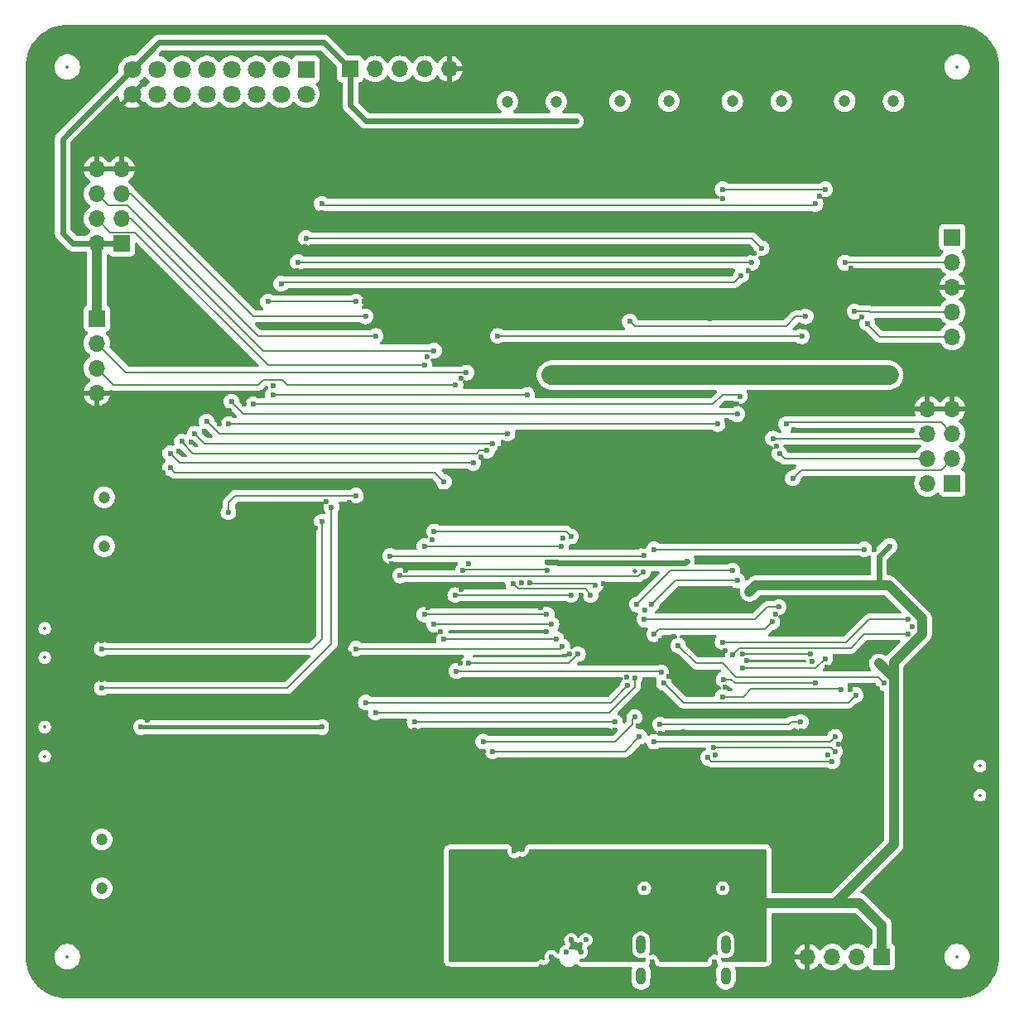
<source format=gbr>
%TF.GenerationSoftware,KiCad,Pcbnew,8.0.5*%
%TF.CreationDate,2024-10-26T23:33:34-04:00*%
%TF.ProjectId,stm-midi-poc1,73746d2d-6d69-4646-992d-706f63312e6b,1*%
%TF.SameCoordinates,Original*%
%TF.FileFunction,Copper,L4,Bot*%
%TF.FilePolarity,Positive*%
%FSLAX46Y46*%
G04 Gerber Fmt 4.6, Leading zero omitted, Abs format (unit mm)*
G04 Created by KiCad (PCBNEW 8.0.5) date 2024-10-26 23:33:34*
%MOMM*%
%LPD*%
G01*
G04 APERTURE LIST*
%TA.AperFunction,ComponentPad*%
%ADD10R,1.700000X1.700000*%
%TD*%
%TA.AperFunction,ComponentPad*%
%ADD11O,1.700000X1.700000*%
%TD*%
%TA.AperFunction,ComponentPad*%
%ADD12C,1.200000*%
%TD*%
%TA.AperFunction,ComponentPad*%
%ADD13O,1.000000X1.900000*%
%TD*%
%TA.AperFunction,ComponentPad*%
%ADD14O,1.000000X1.800000*%
%TD*%
%TA.AperFunction,ComponentPad*%
%ADD15R,1.800000X1.800000*%
%TD*%
%TA.AperFunction,ComponentPad*%
%ADD16C,1.800000*%
%TD*%
%TA.AperFunction,ViaPad*%
%ADD17C,0.600000*%
%TD*%
%TA.AperFunction,ViaPad*%
%ADD18C,0.500000*%
%TD*%
%TA.AperFunction,Conductor*%
%ADD19C,1.000000*%
%TD*%
%TA.AperFunction,Conductor*%
%ADD20C,0.600000*%
%TD*%
%TA.AperFunction,Conductor*%
%ADD21C,2.000000*%
%TD*%
%TA.AperFunction,Conductor*%
%ADD22C,0.200000*%
%TD*%
%TA.AperFunction,Conductor*%
%ADD23C,0.400000*%
%TD*%
%ADD24C,0.300000*%
%ADD25C,0.250000*%
%ADD26C,0.350000*%
%ADD27O,0.599999X1.500022*%
%ADD28O,0.599999X1.399997*%
G04 APERTURE END LIST*
D10*
%TO.P,J9,1*%
%TO.N,+3V3*%
X114500000Y-66700000D03*
D11*
%TO.P,J9,2*%
%TO.N,USART2_TX*%
X114500000Y-69240000D03*
%TO.P,J9,3*%
%TO.N,USART2_RX*%
X114500000Y-71780000D03*
%TO.P,J9,4*%
%TO.N,GND*%
X114500000Y-74320000D03*
%TD*%
D12*
%TO.P,CN4,*%
%TO.N,*%
X167991181Y-44478476D03*
X172991181Y-44478476D03*
%TD*%
D10*
%TO.P,J2,1*%
%TO.N,+3V3*%
X202000000Y-58420000D03*
D11*
%TO.P,J2,2*%
%TO.N,SYS_JTCK-SWCLK*%
X202000000Y-60960000D03*
%TO.P,J2,3*%
%TO.N,GND*%
X202000000Y-63500000D03*
%TO.P,J2,4*%
%TO.N,SYS_JTMS-SWDIO*%
X202000000Y-66040000D03*
%TO.P,J2,5*%
%TO.N,NRST*%
X202000000Y-68580000D03*
%TD*%
D12*
%TO.P,CN5,*%
%TO.N,*%
X114991181Y-125000000D03*
X114991181Y-120000000D03*
%TD*%
D10*
%TO.P,J5,1*%
%TO.N,+3V3*%
X194800000Y-132000000D03*
D11*
%TO.P,J5,2*%
%TO.N,UART5_TX*%
X192260000Y-132000000D03*
%TO.P,J5,3*%
%TO.N,UART5_RX*%
X189720000Y-132000000D03*
%TO.P,J5,4*%
%TO.N,GND*%
X187180000Y-132000000D03*
%TD*%
D12*
%TO.P,CN6,*%
%TO.N,*%
X115241181Y-90000000D03*
X115241181Y-85000000D03*
%TD*%
D10*
%TO.P,J3,1*%
%TO.N,+3V3*%
X202000000Y-83580000D03*
D11*
%TO.P,J3,2*%
X199460000Y-83580000D03*
%TO.P,J3,3*%
%TO.N,I2C1_SCL*%
X202000000Y-81040000D03*
%TO.P,J3,4*%
%TO.N,I2C2_SCL*%
X199460000Y-81040000D03*
%TO.P,J3,5*%
%TO.N,I2C1_SDA*%
X202000000Y-78500000D03*
%TO.P,J3,6*%
%TO.N,I2C2_SDA*%
X199460000Y-78500000D03*
%TO.P,J3,7*%
%TO.N,GND*%
X202000000Y-75960000D03*
%TO.P,J3,8*%
X199460000Y-75960000D03*
%TD*%
D13*
%TO.P,J1,1,EH*%
%TO.N,unconnected-(J1-EH-Pad1)*%
X170170000Y-130783476D03*
%TO.P,J1,2,EH*%
%TO.N,unconnected-(J1-EH-Pad2)*%
X178830000Y-130783476D03*
D14*
%TO.P,J1,3,EH*%
%TO.N,unconnected-(J1-EH-Pad3)*%
X178830000Y-133973476D03*
%TO.P,J1,4,EH*%
%TO.N,unconnected-(J1-EH-Pad4)*%
X170170000Y-133973476D03*
%TD*%
D10*
%TO.P,J6,1*%
%TO.N,+3V3*%
X140425000Y-41198800D03*
D11*
%TO.P,J6,2*%
%TO.N,SPI2_MOSI*%
X142965000Y-41198800D03*
%TO.P,J6,3*%
%TO.N,SPI2_MISO*%
X145505000Y-41198800D03*
%TO.P,J6,4*%
%TO.N,SPI2_SCK*%
X148045000Y-41198800D03*
%TO.P,J6,5*%
%TO.N,GND*%
X150585000Y-41198800D03*
%TD*%
D12*
%TO.P,CN1,*%
%TO.N,*%
X190991181Y-44478472D03*
X195991181Y-44478472D03*
%TD*%
D15*
%TO.P,P1,1,1*%
%TO.N,GPIO_PA15*%
X135890000Y-41230000D03*
D16*
%TO.P,P1,2,2*%
%TO.N,GPIO_PB8*%
X135890000Y-43770000D03*
%TO.P,P1,3,3*%
%TO.N,GPIO_PB9*%
X133350000Y-41230000D03*
%TO.P,P1,4,4*%
%TO.N,GPIO_PB5*%
X133350000Y-43770000D03*
%TO.P,P1,5,5*%
%TO.N,AUDIO_MUTE*%
X130810000Y-41230000D03*
%TO.P,P1,6,6*%
%TO.N,GPIO_PB1*%
X130810000Y-43770000D03*
%TO.P,P1,7,7*%
%TO.N,GPIO_PC0*%
X128270000Y-41230000D03*
%TO.P,P1,8,8*%
%TO.N,GPIO_PC3*%
X128270000Y-43770000D03*
%TO.P,P1,9,9*%
%TO.N,SYS_WKUP4*%
X125730000Y-41230000D03*
%TO.P,P1,10,10*%
%TO.N,GPIO_PA6*%
X125730000Y-43770000D03*
%TO.P,P1,11,11*%
%TO.N,GPIO_PC9*%
X123190000Y-41230000D03*
%TO.P,P1,12,12*%
%TO.N,GPIO_PC8*%
X123190000Y-43770000D03*
%TO.P,P1,13,13*%
%TO.N,GPIO_PB2*%
X120650000Y-41230000D03*
%TO.P,P1,14,14*%
%TO.N,RCC_MCO_1*%
X120650000Y-43770000D03*
%TO.P,P1,15,15*%
%TO.N,+3V3*%
X118110000Y-41230000D03*
%TO.P,P1,16,16*%
%TO.N,GND*%
X118110000Y-43770000D03*
%TD*%
D10*
%TO.P,J4,1*%
%TO.N,+3V3*%
X117040000Y-59040000D03*
D11*
%TO.P,J4,2*%
X114500000Y-59040000D03*
%TO.P,J4,3*%
%TO.N,UART4_TX*%
X117040000Y-56500000D03*
%TO.P,J4,4*%
%TO.N,UART4_RX*%
X114500000Y-56500000D03*
%TO.P,J4,5*%
%TO.N,USART6_TX*%
X117040000Y-53960000D03*
%TO.P,J4,6*%
%TO.N,USART6_RX*%
X114500000Y-53960000D03*
%TO.P,J4,7*%
%TO.N,GND*%
X117040000Y-51420000D03*
%TO.P,J4,8*%
X114500000Y-51420000D03*
%TD*%
D12*
%TO.P,CN2,*%
%TO.N,*%
X156491181Y-44525976D03*
X161491181Y-44525976D03*
%TD*%
%TO.P,CN3,*%
%TO.N,*%
X179491181Y-44493096D03*
X184491181Y-44493096D03*
%TD*%
D17*
%TO.N,GND*%
X167503315Y-108813535D03*
X170000000Y-87500000D03*
X114991375Y-99665677D03*
X153764933Y-80908945D03*
X135898223Y-94922877D03*
X164500000Y-130278476D03*
X138500000Y-106500000D03*
X132529210Y-114368551D03*
X140309183Y-85508091D03*
X177000000Y-82520000D03*
X121237038Y-82512410D03*
X179940635Y-75499274D03*
X180000000Y-96500000D03*
X194343638Y-104614022D03*
X125262889Y-91000000D03*
X129000000Y-86728476D03*
X162000000Y-133000000D03*
X170500000Y-125000000D03*
X125528914Y-78226024D03*
X163500000Y-133000000D03*
X199000000Y-67500000D03*
X177760262Y-111391796D03*
X131000000Y-131500000D03*
X174500000Y-109000000D03*
X132000000Y-99000000D03*
X148770521Y-89305542D03*
X186529924Y-108866268D03*
X161000000Y-132000000D03*
X194500000Y-41000000D03*
X158500000Y-73500000D03*
X162837126Y-101006513D03*
X137000000Y-127500000D03*
X174500000Y-82500000D03*
X142000000Y-107000000D03*
X181105165Y-61859653D03*
X179500000Y-84500000D03*
X111500000Y-122500000D03*
X149656475Y-98713412D03*
D18*
X169500000Y-92541528D03*
D17*
X123734303Y-120275000D03*
X166358610Y-93792316D03*
X164958709Y-86260416D03*
X197905583Y-98232313D03*
X176000000Y-40978476D03*
X118500000Y-122500000D03*
X178500000Y-54500000D03*
X188377695Y-54244384D03*
X148281806Y-70666642D03*
X144619144Y-91792044D03*
X148355585Y-96271066D03*
X122848914Y-80292530D03*
X147718721Y-124500000D03*
X153000000Y-41000000D03*
X166641047Y-117724943D03*
X183938565Y-96961086D03*
X186800539Y-67598380D03*
X157500000Y-78500000D03*
X204264245Y-105043074D03*
X172000000Y-135000000D03*
X171300000Y-134465441D03*
X142243804Y-115680684D03*
X172170306Y-99648865D03*
X121000000Y-127000000D03*
X169891225Y-108415006D03*
X174000000Y-135000000D03*
X187675869Y-101785653D03*
X112964707Y-107750000D03*
X132000000Y-106500000D03*
X129428461Y-95008569D03*
X135006044Y-61813941D03*
X146116663Y-92490361D03*
X179000000Y-88000000D03*
X132738811Y-64081174D03*
X146992776Y-108829036D03*
X170500000Y-48000000D03*
X181746060Y-60009523D03*
X151785840Y-94400000D03*
X180936498Y-101730466D03*
X179500000Y-82500000D03*
X113000000Y-97651199D03*
X176500000Y-135000000D03*
X196000000Y-125000000D03*
X111741181Y-86500000D03*
X155773647Y-80017411D03*
X190340524Y-110271027D03*
X179500000Y-87000000D03*
X154680950Y-67853159D03*
X125262889Y-89754915D03*
X170516997Y-96559343D03*
X170500000Y-90000000D03*
X201000000Y-125478476D03*
X111741181Y-87500000D03*
X133072230Y-87251416D03*
X196500000Y-80000000D03*
X132514029Y-73631502D03*
X162500000Y-131500000D03*
X197700070Y-91275176D03*
X173500000Y-96500000D03*
X151665108Y-101954496D03*
X135841340Y-59331918D03*
X162000000Y-104500000D03*
X177419240Y-88000000D03*
X169206230Y-117734237D03*
X185749155Y-78085664D03*
X118000000Y-63000000D03*
X164000000Y-131500000D03*
X191663208Y-61603595D03*
X204027723Y-91172812D03*
X177250000Y-66750000D03*
X201500000Y-116228476D03*
X162000000Y-96189799D03*
X134500000Y-99250000D03*
X136879103Y-88116031D03*
X142000000Y-113500000D03*
X159877071Y-96295441D03*
X111741181Y-88500000D03*
X176000000Y-107000000D03*
X138500000Y-118500000D03*
X111491181Y-123500000D03*
X134950000Y-127550000D03*
X127000000Y-77500000D03*
X129551498Y-75457228D03*
X179000000Y-91500000D03*
X177700000Y-132500000D03*
X138500000Y-108500000D03*
X172132368Y-109197016D03*
X192771846Y-66600000D03*
X178773913Y-104455677D03*
X168665246Y-103377380D03*
X160500000Y-98726456D03*
X184000000Y-79799266D03*
X173550574Y-99268477D03*
X174500000Y-87000000D03*
X174000000Y-83000000D03*
X168500000Y-80908607D03*
X189243731Y-111344970D03*
X151722539Y-72871550D03*
X111500000Y-121500000D03*
X178789521Y-100692755D03*
X152545240Y-91814118D03*
X137495339Y-55900574D03*
X187500000Y-40993096D03*
X197500000Y-105000000D03*
X142628266Y-67431009D03*
X124500000Y-116500000D03*
X132500000Y-110500000D03*
X163000000Y-130278476D03*
X178500000Y-125000000D03*
X157924203Y-93761973D03*
X141840493Y-64967394D03*
X140316650Y-101048506D03*
X173018330Y-103344863D03*
X154000000Y-111000000D03*
X119644821Y-107800000D03*
X185674239Y-81887626D03*
X160000000Y-133000000D03*
X162135158Y-89154605D03*
X129000000Y-110500000D03*
X178941704Y-77157364D03*
X137934313Y-85434313D03*
X191571846Y-104640767D03*
X157209829Y-121209829D03*
X164066291Y-94992530D03*
X118500000Y-70000000D03*
X158000000Y-121028476D03*
X193981972Y-90341396D03*
X128066197Y-76119156D03*
X177700000Y-134300000D03*
X124148552Y-79356144D03*
X189148899Y-102388325D03*
X160500000Y-104500000D03*
X114991375Y-103666051D03*
X150269128Y-82418525D03*
X171300000Y-132500000D03*
X167676174Y-67704783D03*
X174000000Y-86500000D03*
X164500000Y-41025976D03*
X141000000Y-109500000D03*
%TO.N,+3V3*%
X174844855Y-91503674D03*
X172500000Y-72500000D03*
X163000000Y-72500000D03*
X195576386Y-89998711D03*
X152500000Y-122500000D03*
X153500000Y-131000000D03*
X161000000Y-72500000D03*
X151500000Y-131500000D03*
X158000000Y-127978476D03*
X156000000Y-129500000D03*
X194500000Y-102000000D03*
X151500000Y-122000000D03*
X153841181Y-124500000D03*
X195000000Y-94000000D03*
X156000000Y-127978476D03*
X151500000Y-126500000D03*
X194000000Y-94000000D03*
X160500000Y-46500000D03*
X195500000Y-72000000D03*
X152500000Y-125000000D03*
X162500000Y-46500000D03*
X161500000Y-46500000D03*
X160521510Y-91618308D03*
X175832381Y-121500000D03*
X152000000Y-129500000D03*
X181257824Y-94657406D03*
X170500000Y-72500000D03*
X156000000Y-126500000D03*
X175860216Y-122506704D03*
X195500000Y-73000000D03*
X163500000Y-46500000D03*
X196000000Y-111716121D03*
X151500000Y-124000000D03*
X194500000Y-92500000D03*
%TO.N,/MCU/BOOT0*%
X195000000Y-104000000D03*
X173956554Y-100164967D03*
%TO.N,NRST*%
X193000000Y-90334065D03*
X193297379Y-67204125D03*
X171500000Y-90334065D03*
%TO.N,BTN1*%
X197500000Y-97500000D03*
X178496165Y-99834882D03*
%TO.N,BTN2*%
X197500000Y-99000000D03*
X179558793Y-101082140D03*
%TO.N,LINE_R*%
X119000000Y-108500000D03*
X137500000Y-108500000D03*
%TO.N,SYS_JTCK-SWCLK*%
X190591181Y-104640767D03*
X191000000Y-61000000D03*
X178500000Y-105400000D03*
%TO.N,SYS_JTMS-SWDIO*%
X192106518Y-105239666D03*
X192000000Y-66000000D03*
X172500000Y-104000000D03*
%TO.N,I2C1_SDA*%
X185000000Y-77500000D03*
%TO.N,I2C2_SCL*%
X184260368Y-96225536D03*
X184321803Y-80534816D03*
X170500000Y-97500000D03*
%TO.N,I2C2_SDA*%
X183587862Y-97760352D03*
X183649297Y-79000000D03*
X171500000Y-99000000D03*
%TO.N,I2C1_SCL*%
X185674168Y-83067185D03*
%TO.N,GPIO_PA15*%
X188000000Y-104000000D03*
X137500000Y-55000000D03*
X188000000Y-55000000D03*
X178598741Y-103642125D03*
%TO.N,GPIO_PC8*%
X154400000Y-80221855D03*
X154000000Y-110000000D03*
X169500000Y-107500000D03*
X123190000Y-79310000D03*
%TO.N,GPIO_PC0*%
X130500000Y-75500000D03*
X180280407Y-74656639D03*
X180000000Y-93500000D03*
X171246270Y-95909382D03*
%TO.N,GPIO_PB9*%
X135050000Y-60950000D03*
X181500000Y-61000000D03*
%TO.N,GPIO_PB1*%
X132500000Y-74500000D03*
X165500000Y-94000000D03*
X158500000Y-74500000D03*
X158761036Y-93777863D03*
%TO.N,GPIO_PA6*%
X156500000Y-78500000D03*
X165000000Y-95000000D03*
X157085465Y-93830622D03*
X125730000Y-77270000D03*
%TO.N,GPIO_PC3*%
X179500000Y-92500000D03*
X180000000Y-76500000D03*
X128270000Y-75230000D03*
X169741181Y-95966416D03*
%TO.N,AUDIO_MUTE*%
X141000000Y-84834313D03*
X141000000Y-65000000D03*
X127961497Y-86538503D03*
X141000000Y-100500000D03*
X162121616Y-100260673D03*
X132000000Y-65000000D03*
%TO.N,GPIO_PC9*%
X124500000Y-78500000D03*
X170000000Y-109500000D03*
X155000000Y-111000000D03*
X155000000Y-79500000D03*
%TO.N,GPIO_PB5*%
X133348898Y-63160125D03*
X180391716Y-62319162D03*
%TO.N,SYS_WKUP4*%
X128000000Y-77500000D03*
X178000000Y-77500000D03*
%TO.N,GPIO_PB2*%
X122000000Y-80500000D03*
X153000000Y-81500000D03*
X152500000Y-102000000D03*
X163711382Y-101036453D03*
%TO.N,GPIO_PB8*%
X182500000Y-59525829D03*
X135890000Y-58500000D03*
%TO.N,RCC_MCO_1*%
X172236454Y-102915862D03*
X122000000Y-82000000D03*
X151282801Y-102772529D03*
X150000000Y-83412229D03*
%TO.N,SPI2_MISO*%
X145500000Y-93000000D03*
X170361171Y-92607999D03*
%TO.N,SPI2_MOSI*%
X170495844Y-90912331D03*
X144500000Y-91000000D03*
%TO.N,SPI2_SCK*%
X147000000Y-108000000D03*
X167500000Y-108000000D03*
%TO.N,USART2_RX*%
X151185840Y-73500000D03*
X163000000Y-95000000D03*
X151160409Y-95000000D03*
%TO.N,USART2_TX*%
X152299697Y-72247001D03*
X151945240Y-92452969D03*
X160578872Y-92489492D03*
%TO.N,USART1_TX*%
X171500000Y-110000000D03*
X190000000Y-109500000D03*
%TO.N,USART1_RX*%
X172112619Y-108233025D03*
X186500000Y-108000000D03*
X155500000Y-68500000D03*
X186603944Y-68528383D03*
%TO.N,USART3_TX*%
X178500000Y-53500000D03*
X180500000Y-102500000D03*
X189000000Y-101500000D03*
X189000000Y-53500000D03*
%TO.N,USART3_RX*%
X187000000Y-66500000D03*
X169000000Y-67000000D03*
X187500000Y-101000000D03*
X180500000Y-101000000D03*
%TO.N,/Audio Output/Gain0*%
X115000000Y-104500000D03*
X138500000Y-86000000D03*
%TO.N,/Audio Output/Gain1*%
X115000000Y-100500000D03*
X137500000Y-87500000D03*
%TO.N,UART5_TX*%
X190000000Y-111000000D03*
X177600000Y-110600000D03*
%TO.N,USART6_RX*%
X169500000Y-103500000D03*
X143000000Y-107000000D03*
X143000000Y-68500000D03*
%TO.N,UART5_RX*%
X189720000Y-112000000D03*
X176996830Y-111633402D03*
%TO.N,USART6_TX*%
X168789836Y-104286887D03*
X142000000Y-66500000D03*
X142000000Y-106000000D03*
%TO.N,UART4_TX*%
X149000000Y-70000000D03*
X163000000Y-89000000D03*
X149000000Y-88500000D03*
%TO.N,I2S1_SD*%
X161500000Y-99500000D03*
X150000000Y-99500000D03*
%TO.N,UART4_RX*%
X148000000Y-90000000D03*
X162000000Y-90000000D03*
X148000000Y-71500000D03*
%TO.N,I2S1_WS*%
X148000000Y-97000000D03*
X160500000Y-97000000D03*
%TO.N,I2S1_CK*%
X161000000Y-98000000D03*
X149000000Y-98000000D03*
%TD*%
D19*
%TO.N,+3V3*%
X114500000Y-59040000D02*
X114500000Y-66700000D01*
D20*
X160521510Y-91618308D02*
X161546854Y-91618308D01*
D19*
X194800000Y-128800000D02*
X192500000Y-126500000D01*
X196000000Y-103500000D02*
X194500000Y-102000000D01*
X194800000Y-132000000D02*
X194800000Y-128800000D01*
X196000000Y-111716121D02*
X196000000Y-120500000D01*
X198905583Y-97405583D02*
X195500000Y-94000000D01*
D20*
X140425000Y-44925000D02*
X140425000Y-41198800D01*
X161684676Y-91748960D02*
X174599569Y-91748960D01*
D19*
X182000000Y-126500000D02*
X160000000Y-126500000D01*
X196000000Y-120500000D02*
X190000000Y-126500000D01*
X181257824Y-94657406D02*
X181915230Y-94000000D01*
X190000000Y-126500000D02*
X182000000Y-126500000D01*
D20*
X161550439Y-91614723D02*
X161684676Y-91748960D01*
X111000000Y-58000000D02*
X112040000Y-59040000D01*
D19*
X160000000Y-126500000D02*
X158500000Y-128000000D01*
D21*
X195500000Y-72500000D02*
X188500000Y-72500000D01*
X163000000Y-72500000D02*
X161000000Y-72500000D01*
D20*
X174599569Y-91748960D02*
X174844855Y-91503674D01*
D21*
X188500000Y-72500000D02*
X172500000Y-72500000D01*
D19*
X196000000Y-111716121D02*
X196000000Y-106000000D01*
X156021524Y-128000000D02*
X156000000Y-127978476D01*
X192500000Y-126500000D02*
X190000000Y-126500000D01*
D20*
X120840000Y-38500000D02*
X111000000Y-48340000D01*
X142000000Y-46500000D02*
X140425000Y-44925000D01*
X194500000Y-91000000D02*
X195500000Y-90000000D01*
X140425000Y-41198800D02*
X137726200Y-38500000D01*
X163500000Y-46500000D02*
X142000000Y-46500000D01*
D19*
X196000000Y-106000000D02*
X196000000Y-101914214D01*
D21*
X166500000Y-72500000D02*
X163000000Y-72500000D01*
D20*
X194500000Y-94000000D02*
X194500000Y-91000000D01*
X161546854Y-91618308D02*
X161550439Y-91614723D01*
X112040000Y-59040000D02*
X117040000Y-59040000D01*
D21*
X172500000Y-72500000D02*
X170500000Y-72500000D01*
D19*
X181915230Y-94000000D02*
X194500000Y-94000000D01*
D20*
X137726200Y-38500000D02*
X120840000Y-38500000D01*
D21*
X170500000Y-72500000D02*
X166500000Y-72500000D01*
D20*
X111000000Y-48340000D02*
X111000000Y-58000000D01*
D19*
X158500000Y-128000000D02*
X156021524Y-128000000D01*
X198905583Y-99008631D02*
X198905583Y-97405583D01*
X195500000Y-94000000D02*
X194500000Y-94000000D01*
X196000000Y-101914214D02*
X198905583Y-99008631D01*
X196000000Y-106000000D02*
X196000000Y-103500000D01*
D22*
%TO.N,/MCU/BOOT0*%
X178500000Y-102000000D02*
X179900000Y-103400000D01*
X175791587Y-102000000D02*
X178500000Y-102000000D01*
X179900000Y-103400000D02*
X194400000Y-103400000D01*
X173956554Y-100164967D02*
X175791587Y-102000000D01*
X194400000Y-103400000D02*
X195000000Y-104000000D01*
%TO.N,NRST*%
X171500000Y-90334065D02*
X193000000Y-90334065D01*
X194580000Y-68580000D02*
X193297379Y-67297379D01*
X193297379Y-67297379D02*
X193297379Y-67204125D01*
X202000000Y-68580000D02*
X194580000Y-68580000D01*
%TO.N,BTN1*%
X193500000Y-97500000D02*
X197500000Y-97500000D01*
X191165118Y-99834882D02*
X193500000Y-97500000D01*
X178496165Y-99834882D02*
X191165118Y-99834882D01*
%TO.N,BTN2*%
X180240933Y-100400000D02*
X191600000Y-100400000D01*
X179558793Y-101082140D02*
X180240933Y-100400000D01*
X191600000Y-100400000D02*
X193000000Y-99000000D01*
X193000000Y-99000000D02*
X197500000Y-99000000D01*
D23*
%TO.N,LINE_R*%
X119000000Y-108500000D02*
X137500000Y-108500000D01*
D22*
%TO.N,SYS_JTCK-SWCLK*%
X180600000Y-105400000D02*
X181378785Y-104621215D01*
X178500000Y-105400000D02*
X180600000Y-105400000D01*
X181378785Y-104621215D02*
X190571629Y-104621215D01*
X191000000Y-61000000D02*
X191040000Y-60960000D01*
X190571629Y-104621215D02*
X190591181Y-104640767D01*
X191040000Y-60960000D02*
X202000000Y-60960000D01*
%TO.N,SYS_JTMS-SWDIO*%
X172500000Y-104000000D02*
X174500000Y-106000000D01*
X193540000Y-66040000D02*
X202000000Y-66040000D01*
X193500000Y-66000000D02*
X193540000Y-66040000D01*
X174500000Y-106000000D02*
X191346184Y-106000000D01*
X191346184Y-106000000D02*
X192106518Y-105239666D01*
X192000000Y-66000000D02*
X193500000Y-66000000D01*
%TO.N,I2C1_SDA*%
X185000000Y-77500000D02*
X185150000Y-77350000D01*
X185150000Y-77350000D02*
X200850000Y-77350000D01*
X200850000Y-77350000D02*
X202000000Y-78500000D01*
%TO.N,I2C2_SCL*%
X183080164Y-96225536D02*
X184260368Y-96225536D01*
X199460000Y-81040000D02*
X184826987Y-81040000D01*
X181805700Y-97500000D02*
X183080164Y-96225536D01*
X184826987Y-81040000D02*
X184321803Y-80534816D01*
X170500000Y-97500000D02*
X181805700Y-97500000D01*
%TO.N,I2C2_SDA*%
X172000000Y-98500000D02*
X171500000Y-99000000D01*
X182848214Y-98500000D02*
X172000000Y-98500000D01*
X183587862Y-97760352D02*
X182848214Y-98500000D01*
X199460000Y-78500000D02*
X198960000Y-79000000D01*
X198960000Y-79000000D02*
X183649297Y-79000000D01*
%TO.N,I2C1_SCL*%
X185674168Y-83067185D02*
X186551353Y-82190000D01*
X200850000Y-82190000D02*
X202000000Y-81040000D01*
X186551353Y-82190000D02*
X200850000Y-82190000D01*
%TO.N,GPIO_PA15*%
X179749261Y-104000000D02*
X179391386Y-103642125D01*
X188000000Y-55000000D02*
X187900000Y-55100000D01*
X137600000Y-55100000D02*
X137500000Y-55000000D01*
X188000000Y-104000000D02*
X179749261Y-104000000D01*
X187900000Y-55100000D02*
X137600000Y-55100000D01*
X179391386Y-103642125D02*
X178598741Y-103642125D01*
%TO.N,GPIO_PC8*%
X123190000Y-79335528D02*
X123190000Y-79310000D01*
X169500000Y-107500000D02*
X169291225Y-107708775D01*
X153603494Y-80221855D02*
X153325349Y-80500000D01*
X167500000Y-110000000D02*
X154000000Y-110000000D01*
X169291225Y-108208775D02*
X167500000Y-110000000D01*
X169291225Y-107708775D02*
X169291225Y-108208775D01*
X153325349Y-80500000D02*
X124354472Y-80500000D01*
X124354472Y-80500000D02*
X123190000Y-79335528D01*
X154400000Y-80221855D02*
X153603494Y-80221855D01*
%TO.N,GPIO_PC0*%
X173663778Y-93500000D02*
X180000000Y-93500000D01*
X171254396Y-95909382D02*
X173663778Y-93500000D01*
X171246270Y-95909382D02*
X171254396Y-95909382D01*
X177500000Y-75500000D02*
X130500000Y-75500000D01*
X180280407Y-74656639D02*
X180123768Y-74500000D01*
X178500000Y-74500000D02*
X177500000Y-75500000D01*
X180123768Y-74500000D02*
X178500000Y-74500000D01*
%TO.N,GPIO_PB9*%
X135050000Y-60950000D02*
X135100000Y-61000000D01*
X135100000Y-61000000D02*
X181500000Y-61000000D01*
%TO.N,GPIO_PB1*%
X158781078Y-93797905D02*
X158761036Y-93777863D01*
X165500000Y-94000000D02*
X165500000Y-93999164D01*
X158500000Y-74500000D02*
X132500000Y-74500000D01*
X165500000Y-93999164D02*
X165298741Y-93797905D01*
X165298741Y-93797905D02*
X158781078Y-93797905D01*
%TO.N,GPIO_PA6*%
X164441087Y-94377863D02*
X165000000Y-94936776D01*
X125770000Y-77270000D02*
X125730000Y-77270000D01*
X127000000Y-78500000D02*
X125770000Y-77270000D01*
X156500000Y-78500000D02*
X127000000Y-78500000D01*
X157632706Y-94377863D02*
X164441087Y-94377863D01*
X157085465Y-93830622D02*
X157632706Y-94377863D01*
X165000000Y-94936776D02*
X165000000Y-95000000D01*
%TO.N,GPIO_PC3*%
X173207597Y-92500000D02*
X179500000Y-92500000D01*
X169741181Y-95966416D02*
X173207597Y-92500000D01*
X128270000Y-75270000D02*
X128270000Y-75230000D01*
X180000000Y-76500000D02*
X129500000Y-76500000D01*
X129500000Y-76500000D02*
X128270000Y-75270000D01*
%TO.N,AUDIO_MUTE*%
X128000000Y-86500000D02*
X127961497Y-86538503D01*
X161882289Y-100500000D02*
X162121616Y-100260673D01*
X141000000Y-65000000D02*
X132000000Y-65000000D01*
X128665687Y-84834313D02*
X128000000Y-85500000D01*
X145000000Y-100500000D02*
X161882289Y-100500000D01*
X145000000Y-100500000D02*
X141000000Y-100500000D01*
X141000000Y-84834313D02*
X128665687Y-84834313D01*
X128000000Y-85500000D02*
X128000000Y-86500000D01*
%TO.N,GPIO_PC9*%
X168500000Y-111000000D02*
X155000000Y-111000000D01*
X125500000Y-79500000D02*
X124500000Y-78500000D01*
X170000000Y-109500000D02*
X168500000Y-111000000D01*
X155000000Y-79500000D02*
X125500000Y-79500000D01*
%TO.N,GPIO_PB5*%
X179710878Y-63000000D02*
X133509023Y-63000000D01*
X180391716Y-62319162D02*
X179710878Y-63000000D01*
X133509023Y-63000000D02*
X133348898Y-63160125D01*
%TO.N,SYS_WKUP4*%
X178000000Y-77500000D02*
X128000000Y-77500000D01*
%TO.N,GPIO_PB2*%
X163711382Y-101036453D02*
X162747835Y-102000000D01*
X162747835Y-102000000D02*
X152500000Y-102000000D01*
X153000000Y-81500000D02*
X123000000Y-81500000D01*
X123000000Y-81500000D02*
X122000000Y-80500000D01*
%TO.N,GPIO_PB8*%
X182500000Y-59525829D02*
X181474171Y-58500000D01*
X181474171Y-58500000D02*
X135890000Y-58500000D01*
%TO.N,RCC_MCO_1*%
X172236454Y-102915862D02*
X172097972Y-102777380D01*
X151287652Y-102777380D02*
X151282801Y-102772529D01*
X172097972Y-102777380D02*
X151287652Y-102777380D01*
X150000000Y-83412229D02*
X149087771Y-82500000D01*
X122500000Y-82500000D02*
X122000000Y-82000000D01*
X149087771Y-82500000D02*
X122500000Y-82500000D01*
%TO.N,SPI2_MISO*%
X169869170Y-93100000D02*
X145600000Y-93100000D01*
X145600000Y-93100000D02*
X145500000Y-93000000D01*
X170361171Y-92607999D02*
X169869170Y-93100000D01*
%TO.N,SPI2_MOSI*%
X170408175Y-91000000D02*
X170495844Y-90912331D01*
X144500000Y-91000000D02*
X170408175Y-91000000D01*
%TO.N,SPI2_SCK*%
X167500000Y-108000000D02*
X147000000Y-108000000D01*
%TO.N,USART2_RX*%
X131500000Y-73000000D02*
X131000000Y-73500000D01*
X133500000Y-73000000D02*
X131500000Y-73000000D01*
X134000000Y-73500000D02*
X133500000Y-73000000D01*
X151160409Y-95000000D02*
X163000000Y-95000000D01*
X116220000Y-73500000D02*
X114500000Y-71780000D01*
X151185840Y-73500000D02*
X134000000Y-73500000D01*
X131000000Y-73500000D02*
X116220000Y-73500000D01*
%TO.N,USART2_TX*%
X117507001Y-72247001D02*
X114500000Y-69240000D01*
X151945240Y-92452969D02*
X151984091Y-92414118D01*
X160503498Y-92414118D02*
X160578872Y-92489492D01*
X151984091Y-92414118D02*
X160503498Y-92414118D01*
X152299697Y-72247001D02*
X117507001Y-72247001D01*
%TO.N,USART1_TX*%
X189500000Y-110000000D02*
X171500000Y-110000000D01*
X190000000Y-109500000D02*
X189500000Y-110000000D01*
%TO.N,USART1_RX*%
X155500000Y-68500000D02*
X186575561Y-68500000D01*
X186575561Y-68500000D02*
X186603944Y-68528383D01*
X185266975Y-108233025D02*
X172112619Y-108233025D01*
X185500000Y-108000000D02*
X185266975Y-108233025D01*
X186500000Y-108000000D02*
X185500000Y-108000000D01*
%TO.N,USART3_TX*%
X189000000Y-101500000D02*
X188000000Y-102500000D01*
X188000000Y-102500000D02*
X180500000Y-102500000D01*
X178500000Y-53500000D02*
X189000000Y-53500000D01*
%TO.N,USART3_RX*%
X169500000Y-67500000D02*
X169000000Y-67000000D01*
X187000000Y-66500000D02*
X186000000Y-66500000D01*
X185000000Y-67500000D02*
X169500000Y-67500000D01*
X186000000Y-66500000D02*
X185000000Y-67500000D01*
X187500000Y-101000000D02*
X180500000Y-101000000D01*
%TO.N,/Audio Output/Gain0*%
X138500000Y-100000000D02*
X138500000Y-86000000D01*
X134000000Y-104500000D02*
X138500000Y-100000000D01*
X115000000Y-104500000D02*
X134000000Y-104500000D01*
%TO.N,/Audio Output/Gain1*%
X137500000Y-99500000D02*
X136500000Y-100500000D01*
X137500000Y-87500000D02*
X137500000Y-99500000D01*
X136500000Y-100500000D02*
X115000000Y-100500000D01*
%TO.N,UART5_TX*%
X189600000Y-110600000D02*
X190000000Y-111000000D01*
X177600000Y-110600000D02*
X189600000Y-110600000D01*
%TO.N,USART6_RX*%
X115650000Y-55110000D02*
X114500000Y-53960000D01*
X169500000Y-104425252D02*
X166925252Y-107000000D01*
X169500000Y-103500000D02*
X169500000Y-104425252D01*
X117610000Y-55110000D02*
X115650000Y-55110000D01*
X143000000Y-68500000D02*
X131000000Y-68500000D01*
X131000000Y-68500000D02*
X117610000Y-55110000D01*
X166925252Y-107000000D02*
X143000000Y-107000000D01*
%TO.N,UART5_RX*%
X177363428Y-112000000D02*
X189720000Y-112000000D01*
X176996830Y-111633402D02*
X177363428Y-112000000D01*
%TO.N,USART6_TX*%
X154500000Y-106000000D02*
X142000000Y-106000000D01*
X142000000Y-66500000D02*
X130500000Y-66500000D01*
X168789836Y-104286887D02*
X167076723Y-106000000D01*
X167076723Y-106000000D02*
X154500000Y-106000000D01*
X130500000Y-66500000D02*
X117960000Y-53960000D01*
X117960000Y-53960000D02*
X117040000Y-53960000D01*
%TO.N,UART4_TX*%
X118000000Y-56500000D02*
X117040000Y-56500000D01*
X163000000Y-89000000D02*
X162500000Y-88500000D01*
X149000000Y-70000000D02*
X131500000Y-70000000D01*
X162500000Y-88500000D02*
X149000000Y-88500000D01*
X131500000Y-70000000D02*
X118000000Y-56500000D01*
%TO.N,I2S1_SD*%
X161500000Y-99500000D02*
X150000000Y-99500000D01*
%TO.N,UART4_RX*%
X115890000Y-57890000D02*
X114500000Y-56500000D01*
X148000000Y-71500000D02*
X132000000Y-71500000D01*
X118390000Y-57890000D02*
X115890000Y-57890000D01*
X162000000Y-90000000D02*
X148000000Y-90000000D01*
X132000000Y-71500000D02*
X118390000Y-57890000D01*
%TO.N,I2S1_WS*%
X160500000Y-97000000D02*
X148000000Y-97000000D01*
%TO.N,I2S1_CK*%
X161000000Y-98000000D02*
X149000000Y-98000000D01*
%TD*%
%TA.AperFunction,Conductor*%
%TO.N,GND*%
G36*
X163041237Y-130087804D02*
G01*
X163045993Y-130088976D01*
X163052089Y-130090478D01*
X163085680Y-130103217D01*
X163095562Y-130108404D01*
X163125121Y-130128807D01*
X163133492Y-130136223D01*
X163157306Y-130163102D01*
X163170890Y-130182782D01*
X163181677Y-130201075D01*
X163195847Y-130229576D01*
X163281434Y-130345232D01*
X163330566Y-130394909D01*
X163330574Y-130394916D01*
X163445280Y-130481772D01*
X163579810Y-130532793D01*
X163648001Y-130548020D01*
X163648003Y-130548020D01*
X163651067Y-130548358D01*
X163653715Y-130548460D01*
X163791459Y-130559072D01*
X163932217Y-130529261D01*
X163997814Y-130505204D01*
X164003627Y-130502070D01*
X164078675Y-130484297D01*
X164152559Y-130506429D01*
X164205479Y-130562538D01*
X164223254Y-130637590D01*
X164201122Y-130711474D01*
X164190079Y-130727043D01*
X164168737Y-130753377D01*
X164168734Y-130753383D01*
X164113313Y-130886149D01*
X164113310Y-130886159D01*
X164095845Y-130953810D01*
X164095052Y-130960056D01*
X164094948Y-130961953D01*
X164092240Y-130986513D01*
X164080074Y-131096824D01*
X164085717Y-131128597D01*
X164105232Y-131238488D01*
X164127113Y-131304836D01*
X164127117Y-131304846D01*
X164155147Y-131361231D01*
X164161041Y-131374722D01*
X164184307Y-131436069D01*
X164192904Y-131470946D01*
X164194251Y-131482040D01*
X164194251Y-131517958D01*
X164192904Y-131529052D01*
X164184305Y-131563936D01*
X164180345Y-131574376D01*
X164163657Y-131606171D01*
X164157314Y-131615361D01*
X164133493Y-131642250D01*
X164125129Y-131649660D01*
X164095563Y-131670068D01*
X164085664Y-131675263D01*
X164052094Y-131687995D01*
X164041257Y-131690667D01*
X164005587Y-131695000D01*
X163982555Y-131695000D01*
X163908055Y-131675038D01*
X163883750Y-131657528D01*
X163866508Y-131642253D01*
X163842688Y-131615366D01*
X163832013Y-131599901D01*
X163829111Y-131595696D01*
X163818321Y-131577398D01*
X163804143Y-131548879D01*
X163718551Y-131433227D01*
X163669417Y-131383552D01*
X163657755Y-131374722D01*
X163554719Y-131296704D01*
X163554720Y-131296704D01*
X163420192Y-131245684D01*
X163420177Y-131245679D01*
X163353819Y-131230861D01*
X163352329Y-131230508D01*
X163352000Y-131230455D01*
X163262335Y-131223547D01*
X163208540Y-131219403D01*
X163208539Y-131219403D01*
X163208537Y-131219403D01*
X163067776Y-131249215D01*
X163002185Y-131273270D01*
X162996362Y-131276409D01*
X162921308Y-131294176D01*
X162847426Y-131272036D01*
X162794512Y-131215921D01*
X162776745Y-131140867D01*
X162798885Y-131066985D01*
X162809917Y-131051434D01*
X162831257Y-131025102D01*
X162886685Y-130892326D01*
X162904151Y-130824675D01*
X162904153Y-130824667D01*
X162919926Y-130681654D01*
X162894768Y-130539990D01*
X162872885Y-130473635D01*
X162872883Y-130473630D01*
X162844854Y-130417250D01*
X162838963Y-130403768D01*
X162835604Y-130394912D01*
X162815689Y-130342401D01*
X162807093Y-130307525D01*
X162805747Y-130296434D01*
X162805748Y-130260519D01*
X162807096Y-130249418D01*
X162815692Y-130214543D01*
X162819651Y-130204104D01*
X162836338Y-130172307D01*
X162842689Y-130163105D01*
X162866503Y-130136224D01*
X162874879Y-130128804D01*
X162904429Y-130108406D01*
X162914323Y-130103214D01*
X162947911Y-130090478D01*
X162955074Y-130088712D01*
X162958771Y-130087802D01*
X162994413Y-130083476D01*
X163005586Y-130083476D01*
X163041237Y-130087804D01*
G37*
%TD.AperFunction*%
%TA.AperFunction,Conductor*%
G36*
X179192867Y-104302203D02*
G01*
X179228602Y-104328576D01*
X179380545Y-104480520D01*
X179380549Y-104480522D01*
X179380550Y-104480523D01*
X179451459Y-104521462D01*
X179505997Y-104575999D01*
X179525960Y-104650499D01*
X179505998Y-104724999D01*
X179451461Y-104779537D01*
X179376961Y-104799500D01*
X179091161Y-104799500D01*
X179016661Y-104779538D01*
X179009384Y-104774576D01*
X179009347Y-104774636D01*
X178849515Y-104674206D01*
X178846792Y-104672895D01*
X178845071Y-104671414D01*
X178842437Y-104669759D01*
X178842686Y-104669361D01*
X178788333Y-104622583D01*
X178762863Y-104549782D01*
X178777206Y-104473999D01*
X178827518Y-104415540D01*
X178862231Y-104398017D01*
X178948263Y-104367914D01*
X179043972Y-104307775D01*
X179117672Y-104285041D01*
X179192867Y-104302203D01*
G37*
%TD.AperFunction*%
%TA.AperFunction,Conductor*%
G36*
X196613576Y-99620462D02*
G01*
X196668114Y-99675000D01*
X196688076Y-99749500D01*
X196668114Y-99824000D01*
X196644435Y-99854858D01*
X195999295Y-100499998D01*
X195362221Y-101137072D01*
X195307362Y-101191931D01*
X195240567Y-101230495D01*
X195163439Y-101230495D01*
X195119223Y-101210461D01*
X194973919Y-101113372D01*
X194973909Y-101113366D01*
X194791836Y-101037949D01*
X194791834Y-101037948D01*
X194598540Y-100999500D01*
X194401460Y-100999500D01*
X194208165Y-101037948D01*
X194208163Y-101037949D01*
X194026090Y-101113366D01*
X194026080Y-101113371D01*
X193862220Y-101222860D01*
X193862215Y-101222864D01*
X193722864Y-101362215D01*
X193722860Y-101362220D01*
X193613371Y-101526080D01*
X193613366Y-101526090D01*
X193537949Y-101708163D01*
X193537948Y-101708165D01*
X193499500Y-101901459D01*
X193499500Y-102098540D01*
X193537948Y-102291834D01*
X193537949Y-102291836D01*
X193613366Y-102473909D01*
X193613371Y-102473919D01*
X193676048Y-102567720D01*
X193700840Y-102640755D01*
X193685793Y-102716401D01*
X193634939Y-102774389D01*
X193561904Y-102799181D01*
X193552159Y-102799500D01*
X188909452Y-102799500D01*
X188834952Y-102779538D01*
X188780414Y-102725000D01*
X188760452Y-102650500D01*
X188780414Y-102576000D01*
X188804093Y-102545141D01*
X188875325Y-102473909D01*
X189012350Y-102336883D01*
X189079143Y-102298321D01*
X189101016Y-102294182D01*
X189179255Y-102285368D01*
X189349522Y-102225789D01*
X189502262Y-102129816D01*
X189629816Y-102002262D01*
X189725789Y-101849522D01*
X189785368Y-101679255D01*
X189805565Y-101500000D01*
X189785368Y-101320745D01*
X189742665Y-101198709D01*
X189736903Y-101121799D01*
X189770367Y-101052309D01*
X189834094Y-101008861D01*
X189883305Y-101000500D01*
X191511798Y-101000500D01*
X191511814Y-101000501D01*
X191520943Y-101000501D01*
X191679052Y-101000501D01*
X191679057Y-101000501D01*
X191831785Y-100959577D01*
X191847793Y-100950335D01*
X191891115Y-100925323D01*
X191891116Y-100925322D01*
X191897353Y-100921721D01*
X191968716Y-100880520D01*
X192080520Y-100768716D01*
X192080520Y-100768714D01*
X192092782Y-100756453D01*
X192092785Y-100756448D01*
X193205094Y-99644141D01*
X193271889Y-99605577D01*
X193310453Y-99600500D01*
X196539076Y-99600500D01*
X196613576Y-99620462D01*
G37*
%TD.AperFunction*%
%TA.AperFunction,Conductor*%
G36*
X186983339Y-101620462D02*
G01*
X187001737Y-101633006D01*
X187002991Y-101634006D01*
X187048792Y-101696062D01*
X187057429Y-101772705D01*
X187026587Y-101843398D01*
X186964531Y-101889199D01*
X186910093Y-101899500D01*
X181091161Y-101899500D01*
X181016661Y-101879538D01*
X180998353Y-101867066D01*
X180997725Y-101866566D01*
X180951876Y-101804546D01*
X180943180Y-101727909D01*
X180973967Y-101657192D01*
X180997725Y-101633434D01*
X180998353Y-101632934D01*
X181069070Y-101602147D01*
X181091161Y-101600500D01*
X186908839Y-101600500D01*
X186983339Y-101620462D01*
G37*
%TD.AperFunction*%
%TA.AperFunction,Conductor*%
G36*
X177817104Y-99120462D02*
G01*
X177871642Y-99175000D01*
X177891604Y-99249500D01*
X177871642Y-99324000D01*
X177868766Y-99328773D01*
X177770376Y-99485359D01*
X177710796Y-99655629D01*
X177690600Y-99834880D01*
X177690600Y-99834883D01*
X177710796Y-100014134D01*
X177710796Y-100014136D01*
X177710797Y-100014137D01*
X177770376Y-100184404D01*
X177866349Y-100337144D01*
X177993903Y-100464698D01*
X178146643Y-100560671D01*
X178316910Y-100620250D01*
X178406537Y-100630348D01*
X178496164Y-100640447D01*
X178496165Y-100640447D01*
X178496166Y-100640447D01*
X178552946Y-100634049D01*
X178644763Y-100623704D01*
X178721030Y-100635199D01*
X178781331Y-100683288D01*
X178809509Y-100755084D01*
X178802085Y-100820977D01*
X178773425Y-100902883D01*
X178773424Y-100902886D01*
X178753228Y-101082138D01*
X178753228Y-101082142D01*
X178771051Y-101240332D01*
X178759556Y-101316598D01*
X178711467Y-101376899D01*
X178639670Y-101405077D01*
X178584431Y-101400939D01*
X178579057Y-101399499D01*
X178420943Y-101399499D01*
X178411814Y-101399499D01*
X178411798Y-101399500D01*
X176102041Y-101399500D01*
X176027541Y-101379538D01*
X175996682Y-101355859D01*
X174793439Y-100152617D01*
X174754875Y-100085822D01*
X174750736Y-100063946D01*
X174741922Y-99985712D01*
X174682343Y-99815445D01*
X174586370Y-99662705D01*
X174458816Y-99535151D01*
X174306076Y-99439178D01*
X174165927Y-99390137D01*
X174102203Y-99346691D01*
X174068738Y-99277201D01*
X174074501Y-99200289D01*
X174117949Y-99136563D01*
X174187439Y-99103098D01*
X174215140Y-99100500D01*
X177742604Y-99100500D01*
X177817104Y-99120462D01*
G37*
%TD.AperFunction*%
%TA.AperFunction,Conductor*%
G36*
X162686886Y-100938883D02*
G01*
X162743425Y-100991343D01*
X162766160Y-101065045D01*
X162748998Y-101140239D01*
X162722623Y-101175976D01*
X162542741Y-101355859D01*
X162475946Y-101394423D01*
X162437382Y-101399500D01*
X153091161Y-101399500D01*
X153016661Y-101379538D01*
X152998263Y-101366994D01*
X152997009Y-101365994D01*
X152951208Y-101303938D01*
X152942571Y-101227295D01*
X152973413Y-101156602D01*
X153035469Y-101110801D01*
X153089907Y-101100500D01*
X161794087Y-101100500D01*
X161794103Y-101100501D01*
X161803232Y-101100501D01*
X161961341Y-101100501D01*
X161961346Y-101100501D01*
X162071578Y-101070963D01*
X162113249Y-101067844D01*
X162113249Y-101066238D01*
X162121617Y-101066238D01*
X162166429Y-101061188D01*
X162300871Y-101046041D01*
X162471138Y-100986462D01*
X162537990Y-100944455D01*
X162611692Y-100921721D01*
X162686886Y-100938883D01*
G37*
%TD.AperFunction*%
%TA.AperFunction,Conductor*%
G36*
X179483339Y-94120462D02*
G01*
X179490615Y-94125423D01*
X179490653Y-94125364D01*
X179497737Y-94129815D01*
X179497738Y-94129816D01*
X179650478Y-94225789D01*
X179820745Y-94285368D01*
X179887825Y-94292926D01*
X179999999Y-94305565D01*
X180000000Y-94305565D01*
X180112170Y-94292926D01*
X180188434Y-94304421D01*
X180248735Y-94352509D01*
X180276914Y-94424305D01*
X180274988Y-94470056D01*
X180257324Y-94558864D01*
X180257324Y-94755946D01*
X180295772Y-94949240D01*
X180295773Y-94949242D01*
X180371190Y-95131315D01*
X180371195Y-95131325D01*
X180444229Y-95240627D01*
X180480685Y-95295187D01*
X180620043Y-95434545D01*
X180664356Y-95464154D01*
X180783904Y-95544034D01*
X180783914Y-95544039D01*
X180851169Y-95571897D01*
X180965988Y-95619457D01*
X181159284Y-95657906D01*
X181356364Y-95657906D01*
X181549660Y-95619457D01*
X181731738Y-95544037D01*
X181731740Y-95544035D01*
X181731743Y-95544034D01*
X181794260Y-95502261D01*
X181895605Y-95434545D01*
X182286010Y-95044141D01*
X182352805Y-95005577D01*
X182391369Y-95000500D01*
X194401459Y-95000500D01*
X195023862Y-95000500D01*
X195098362Y-95020462D01*
X195129221Y-95044141D01*
X196730220Y-96645141D01*
X196768784Y-96711936D01*
X196768784Y-96789064D01*
X196730220Y-96855859D01*
X196663425Y-96894423D01*
X196624861Y-96899500D01*
X193588203Y-96899500D01*
X193588187Y-96899499D01*
X193579058Y-96899499D01*
X193420943Y-96899499D01*
X193420942Y-96899499D01*
X193268215Y-96940423D01*
X193131285Y-97019478D01*
X193131283Y-97019480D01*
X190960024Y-99190741D01*
X190893229Y-99229305D01*
X190854665Y-99234382D01*
X183322786Y-99234382D01*
X183248286Y-99214420D01*
X183193748Y-99159882D01*
X183173786Y-99085382D01*
X183193748Y-99010882D01*
X183217427Y-98980023D01*
X183248598Y-98948852D01*
X183328734Y-98868716D01*
X183328734Y-98868714D01*
X183340996Y-98856453D01*
X183341000Y-98856448D01*
X183600212Y-98597235D01*
X183667005Y-98558673D01*
X183688878Y-98554534D01*
X183767117Y-98545720D01*
X183937384Y-98486141D01*
X184090124Y-98390168D01*
X184217678Y-98262614D01*
X184313651Y-98109874D01*
X184373230Y-97939607D01*
X184393427Y-97760352D01*
X184392339Y-97750699D01*
X184373230Y-97581099D01*
X184373230Y-97581097D01*
X184313651Y-97410830D01*
X184217678Y-97258090D01*
X184217676Y-97258088D01*
X184213465Y-97251386D01*
X184190731Y-97177685D01*
X184207894Y-97102490D01*
X184260354Y-97045951D01*
X184322943Y-97024050D01*
X184439623Y-97010904D01*
X184609890Y-96951325D01*
X184762630Y-96855352D01*
X184890184Y-96727798D01*
X184986157Y-96575058D01*
X185045736Y-96404791D01*
X185065933Y-96225536D01*
X185064704Y-96214632D01*
X185045736Y-96046283D01*
X185045736Y-96046281D01*
X184986157Y-95876014D01*
X184890184Y-95723274D01*
X184762630Y-95595720D01*
X184609890Y-95499747D01*
X184439623Y-95440168D01*
X184439622Y-95440167D01*
X184439621Y-95440167D01*
X184260369Y-95419971D01*
X184260367Y-95419971D01*
X184081115Y-95440167D01*
X183910845Y-95499747D01*
X183751021Y-95600172D01*
X183749638Y-95597971D01*
X183691401Y-95623374D01*
X183669207Y-95625036D01*
X183001102Y-95625036D01*
X182848378Y-95665959D01*
X182848376Y-95665959D01*
X182828223Y-95677596D01*
X182828222Y-95677597D01*
X182711447Y-95745016D01*
X182650899Y-95805565D01*
X182599644Y-95856820D01*
X182599642Y-95856822D01*
X182081829Y-96374636D01*
X181600606Y-96855859D01*
X181533811Y-96894423D01*
X181495247Y-96899500D01*
X171692306Y-96899500D01*
X171617806Y-96879538D01*
X171563268Y-96825000D01*
X171543306Y-96750500D01*
X171563268Y-96676000D01*
X171613033Y-96624338D01*
X171631021Y-96613034D01*
X171748532Y-96539198D01*
X171876086Y-96411644D01*
X171972059Y-96258904D01*
X172031638Y-96088637D01*
X172039419Y-96019564D01*
X172067595Y-95947770D01*
X172082116Y-95930895D01*
X173868873Y-94144141D01*
X173935668Y-94105577D01*
X173974232Y-94100500D01*
X179408839Y-94100500D01*
X179483339Y-94120462D01*
G37*
%TD.AperFunction*%
%TA.AperFunction,Conductor*%
G36*
X160483339Y-98620462D02*
G01*
X160501737Y-98633006D01*
X160502991Y-98634006D01*
X160548792Y-98696062D01*
X160557429Y-98772705D01*
X160526587Y-98843398D01*
X160464531Y-98889199D01*
X160410093Y-98899500D01*
X150591161Y-98899500D01*
X150516661Y-98879538D01*
X150498263Y-98866994D01*
X150497009Y-98865994D01*
X150451208Y-98803938D01*
X150442571Y-98727295D01*
X150473413Y-98656602D01*
X150535469Y-98610801D01*
X150589907Y-98600500D01*
X160408839Y-98600500D01*
X160483339Y-98620462D01*
G37*
%TD.AperFunction*%
%TA.AperFunction,Conductor*%
G36*
X192483339Y-90954527D02*
G01*
X192490615Y-90959488D01*
X192490653Y-90959429D01*
X192497737Y-90963880D01*
X192497738Y-90963881D01*
X192650478Y-91059854D01*
X192820745Y-91119433D01*
X192865672Y-91124495D01*
X192999999Y-91139630D01*
X193000000Y-91139630D01*
X193000001Y-91139630D01*
X193044813Y-91134580D01*
X193179255Y-91119433D01*
X193349522Y-91059854D01*
X193471228Y-90983380D01*
X193544928Y-90960647D01*
X193620122Y-90977809D01*
X193676662Y-91030270D01*
X193699396Y-91103971D01*
X193699500Y-91109543D01*
X193699500Y-92446680D01*
X193698563Y-92463363D01*
X193694435Y-92499999D01*
X193694435Y-92500000D01*
X193698563Y-92536637D01*
X193699500Y-92553320D01*
X193699500Y-92850500D01*
X193679538Y-92925000D01*
X193625000Y-92979538D01*
X193550500Y-92999500D01*
X181816689Y-92999500D01*
X181623396Y-93037948D01*
X181623394Y-93037949D01*
X181571180Y-93059577D01*
X181441313Y-93113368D01*
X181319991Y-93194435D01*
X181319989Y-93194436D01*
X181277453Y-93222856D01*
X181277447Y-93222861D01*
X181044065Y-93456243D01*
X180977270Y-93494807D01*
X180900142Y-93494807D01*
X180833347Y-93456243D01*
X180794783Y-93389448D01*
X180790643Y-93367566D01*
X180790040Y-93362218D01*
X180785368Y-93320745D01*
X180725789Y-93150478D01*
X180629816Y-92997738D01*
X180502262Y-92870184D01*
X180358890Y-92780097D01*
X180306430Y-92723558D01*
X180289267Y-92648363D01*
X180290098Y-92637266D01*
X180305565Y-92500000D01*
X180285368Y-92320745D01*
X180225789Y-92150478D01*
X180129816Y-91997738D01*
X180002262Y-91870184D01*
X179849522Y-91774211D01*
X179679255Y-91714632D01*
X179679254Y-91714631D01*
X179679253Y-91714631D01*
X179500001Y-91694435D01*
X179499999Y-91694435D01*
X179320747Y-91714631D01*
X179150477Y-91774211D01*
X178990653Y-91874636D01*
X178989270Y-91872435D01*
X178931033Y-91897838D01*
X178908839Y-91899500D01*
X175764437Y-91899500D01*
X175689937Y-91879538D01*
X175635399Y-91825000D01*
X175615437Y-91750500D01*
X175623798Y-91701287D01*
X175630223Y-91682929D01*
X175635846Y-91633014D01*
X175637770Y-91620646D01*
X175641777Y-91600500D01*
X175645355Y-91582516D01*
X175645355Y-91556994D01*
X175646292Y-91540311D01*
X175650420Y-91503674D01*
X175650420Y-91503673D01*
X175646292Y-91467037D01*
X175645355Y-91450354D01*
X175645355Y-91424835D01*
X175645355Y-91424831D01*
X175637770Y-91386700D01*
X175635847Y-91374343D01*
X175630223Y-91324419D01*
X175628255Y-91318795D01*
X175622462Y-91302239D01*
X175616962Y-91282088D01*
X175614592Y-91270173D01*
X175614592Y-91270172D01*
X175594611Y-91221935D01*
X175591629Y-91214125D01*
X175570642Y-91154147D01*
X175567782Y-91148208D01*
X175553446Y-91072424D01*
X175578923Y-90999625D01*
X175637386Y-90949318D01*
X175702029Y-90934565D01*
X192408839Y-90934565D01*
X192483339Y-90954527D01*
G37*
%TD.AperFunction*%
%TA.AperFunction,Conductor*%
G36*
X198704671Y-79620462D02*
G01*
X198715634Y-79627446D01*
X198744911Y-79647946D01*
X198794488Y-79707030D01*
X198807881Y-79782986D01*
X198781502Y-79855463D01*
X198744911Y-79892053D01*
X198588600Y-80001503D01*
X198421507Y-80168596D01*
X198285967Y-80362168D01*
X198284333Y-80364999D01*
X198283172Y-80366159D01*
X198282234Y-80367500D01*
X198281997Y-80367334D01*
X198229795Y-80419537D01*
X198155296Y-80439500D01*
X185242264Y-80439500D01*
X185167764Y-80419538D01*
X185113226Y-80365000D01*
X185101625Y-80339712D01*
X185094988Y-80320745D01*
X185047592Y-80185294D01*
X184951619Y-80032554D01*
X184824065Y-79905000D01*
X184777374Y-79875662D01*
X184724914Y-79819122D01*
X184707751Y-79743928D01*
X184730485Y-79670227D01*
X184787025Y-79617767D01*
X184856647Y-79600500D01*
X198630171Y-79600500D01*
X198704671Y-79620462D01*
G37*
%TD.AperFunction*%
%TA.AperFunction,Conductor*%
G36*
X198089417Y-77970462D02*
G01*
X198143955Y-78025000D01*
X198163917Y-78099500D01*
X198158840Y-78138061D01*
X198155023Y-78152310D01*
X198124937Y-78264591D01*
X198123808Y-78270995D01*
X198122390Y-78270745D01*
X198098659Y-78335957D01*
X198039577Y-78385537D01*
X197976601Y-78399500D01*
X185589907Y-78399500D01*
X185515407Y-78379538D01*
X185460869Y-78325000D01*
X185440907Y-78250500D01*
X185460869Y-78176000D01*
X185497006Y-78134008D01*
X185502260Y-78129817D01*
X185502259Y-78129817D01*
X185502262Y-78129816D01*
X185629816Y-78002262D01*
X185629816Y-78002261D01*
X185635733Y-77996345D01*
X185637650Y-77998262D01*
X185688428Y-77960794D01*
X185742850Y-77950500D01*
X198014917Y-77950500D01*
X198089417Y-77970462D01*
G37*
%TD.AperFunction*%
%TA.AperFunction,Conductor*%
G36*
X201534075Y-75767007D02*
G01*
X201500000Y-75894174D01*
X201500000Y-76025826D01*
X201534075Y-76152993D01*
X201566988Y-76210000D01*
X199893012Y-76210000D01*
X199925925Y-76152993D01*
X199960000Y-76025826D01*
X199960000Y-75894174D01*
X199925925Y-75767007D01*
X199893012Y-75710000D01*
X201566988Y-75710000D01*
X201534075Y-75767007D01*
G37*
%TD.AperFunction*%
%TA.AperFunction,Conductor*%
G36*
X122956081Y-80076240D02*
G01*
X123010745Y-80095368D01*
X123060204Y-80100940D01*
X123132000Y-80129117D01*
X123148881Y-80143644D01*
X123650378Y-80645141D01*
X123688942Y-80711936D01*
X123688942Y-80789064D01*
X123650378Y-80855859D01*
X123583583Y-80894423D01*
X123545019Y-80899500D01*
X123310454Y-80899500D01*
X123235954Y-80879538D01*
X123205095Y-80855859D01*
X122836885Y-80487650D01*
X122798321Y-80420855D01*
X122794182Y-80398979D01*
X122785368Y-80320745D01*
X122766243Y-80266090D01*
X122760481Y-80189183D01*
X122793945Y-80119692D01*
X122857671Y-80076244D01*
X122934583Y-80070481D01*
X122956081Y-80076240D01*
G37*
%TD.AperFunction*%
%TA.AperFunction,Conductor*%
G36*
X124398973Y-79294181D02*
G01*
X124470768Y-79322358D01*
X124487650Y-79336885D01*
X124795905Y-79645141D01*
X124834469Y-79711936D01*
X124834469Y-79789064D01*
X124795905Y-79855859D01*
X124729110Y-79894423D01*
X124690546Y-79899500D01*
X124664925Y-79899500D01*
X124590425Y-79879538D01*
X124559566Y-79855859D01*
X124248057Y-79544350D01*
X124209493Y-79477555D01*
X124209493Y-79400427D01*
X124248057Y-79333632D01*
X124314852Y-79295068D01*
X124370095Y-79290928D01*
X124398973Y-79294181D01*
G37*
%TD.AperFunction*%
%TA.AperFunction,Conductor*%
G36*
X125434557Y-78014712D02*
G01*
X125550745Y-78055368D01*
X125674052Y-78069260D01*
X125745848Y-78097437D01*
X125762729Y-78111964D01*
X126295905Y-78645141D01*
X126334469Y-78711936D01*
X126334469Y-78789064D01*
X126295905Y-78855859D01*
X126229110Y-78894423D01*
X126190546Y-78899500D01*
X125810454Y-78899500D01*
X125735954Y-78879538D01*
X125705095Y-78855859D01*
X125336885Y-78487650D01*
X125298321Y-78420855D01*
X125294182Y-78398979D01*
X125285368Y-78320745D01*
X125244713Y-78204562D01*
X125238951Y-78127652D01*
X125272415Y-78058162D01*
X125336142Y-78014714D01*
X125413054Y-78008951D01*
X125434557Y-78014712D01*
G37*
%TD.AperFunction*%
%TA.AperFunction,Conductor*%
G36*
X179606763Y-75120462D02*
G01*
X179644618Y-75153039D01*
X179644674Y-75152984D01*
X179645413Y-75153723D01*
X179648756Y-75156600D01*
X179650590Y-75158900D01*
X179650591Y-75158901D01*
X179778145Y-75286455D01*
X179930885Y-75382428D01*
X180006023Y-75408720D01*
X180069748Y-75452167D01*
X180103213Y-75521656D01*
X180097450Y-75598569D01*
X180054002Y-75662295D01*
X179984513Y-75695760D01*
X179973494Y-75697421D01*
X179820747Y-75714631D01*
X179650477Y-75774211D01*
X179569648Y-75825000D01*
X179500075Y-75868716D01*
X179490653Y-75874636D01*
X179489270Y-75872435D01*
X179431033Y-75897838D01*
X179408839Y-75899500D01*
X178309453Y-75899500D01*
X178234953Y-75879538D01*
X178180415Y-75825000D01*
X178160453Y-75750500D01*
X178180415Y-75676000D01*
X178204094Y-75645141D01*
X178705095Y-75144141D01*
X178771890Y-75105577D01*
X178810454Y-75100500D01*
X179532263Y-75100500D01*
X179606763Y-75120462D01*
G37*
%TD.AperFunction*%
%TA.AperFunction,Conductor*%
G36*
X118613999Y-58970414D02*
G01*
X118644858Y-58994093D01*
X131042906Y-71392142D01*
X131081470Y-71458937D01*
X131081470Y-71536065D01*
X131042906Y-71602860D01*
X130976111Y-71641424D01*
X130937547Y-71646501D01*
X117817455Y-71646501D01*
X117742955Y-71626539D01*
X117712096Y-71602860D01*
X115842972Y-69733737D01*
X115804408Y-69666942D01*
X115804408Y-69589814D01*
X115805035Y-69587473D01*
X115835063Y-69475408D01*
X115855659Y-69240000D01*
X115835063Y-69004592D01*
X115773903Y-68776337D01*
X115674035Y-68562171D01*
X115538495Y-68368599D01*
X115444075Y-68274179D01*
X115405512Y-68207385D01*
X115405512Y-68130257D01*
X115444076Y-68063462D01*
X115497366Y-68029215D01*
X115528278Y-68017685D01*
X115592327Y-67993798D01*
X115592333Y-67993795D01*
X115677666Y-67929914D01*
X115707546Y-67907546D01*
X115762647Y-67833941D01*
X115793795Y-67792333D01*
X115793797Y-67792329D01*
X115814174Y-67737693D01*
X115844091Y-67657483D01*
X115847066Y-67629816D01*
X115850499Y-67597885D01*
X115850499Y-67597882D01*
X115850500Y-67597873D01*
X115850499Y-65802128D01*
X115844091Y-65742517D01*
X115809763Y-65650478D01*
X115793797Y-65607670D01*
X115793795Y-65607666D01*
X115707547Y-65492455D01*
X115707544Y-65492452D01*
X115592336Y-65406207D01*
X115582982Y-65401100D01*
X115584271Y-65398738D01*
X115534593Y-65363354D01*
X115502560Y-65293192D01*
X115500500Y-65268500D01*
X115500500Y-60251782D01*
X115520462Y-60177282D01*
X115575000Y-60122744D01*
X115649500Y-60102782D01*
X115724000Y-60122744D01*
X115768780Y-60162489D01*
X115832452Y-60247544D01*
X115832455Y-60247547D01*
X115947666Y-60333795D01*
X115947670Y-60333797D01*
X116082517Y-60384091D01*
X116142114Y-60390499D01*
X116142118Y-60390499D01*
X116142127Y-60390500D01*
X117937872Y-60390499D01*
X117997483Y-60384091D01*
X118124647Y-60336662D01*
X118132329Y-60333797D01*
X118132333Y-60333795D01*
X118241887Y-60251782D01*
X118247546Y-60247546D01*
X118300146Y-60177282D01*
X118333795Y-60132333D01*
X118333797Y-60132329D01*
X118358538Y-60065995D01*
X118384091Y-59997483D01*
X118390500Y-59937873D01*
X118390499Y-59099450D01*
X118410461Y-59024952D01*
X118464999Y-58970414D01*
X118539499Y-58950452D01*
X118613999Y-58970414D01*
G37*
%TD.AperFunction*%
%TA.AperFunction,Conductor*%
G36*
X116574075Y-51227007D02*
G01*
X116540000Y-51354174D01*
X116540000Y-51485826D01*
X116574075Y-51612993D01*
X116606988Y-51670000D01*
X114933012Y-51670000D01*
X114965925Y-51612993D01*
X115000000Y-51485826D01*
X115000000Y-51354174D01*
X114965925Y-51227007D01*
X114933012Y-51170000D01*
X116606988Y-51170000D01*
X116574075Y-51227007D01*
G37*
%TD.AperFunction*%
%TA.AperFunction,Conductor*%
G36*
X119461495Y-41994374D02*
G01*
X119504738Y-42037617D01*
X119541022Y-42093155D01*
X119698218Y-42263915D01*
X119698220Y-42263917D01*
X119850471Y-42382418D01*
X119897001Y-42443930D01*
X119906542Y-42520465D01*
X119876536Y-42591517D01*
X119850471Y-42617582D01*
X119698220Y-42736082D01*
X119698218Y-42736084D01*
X119541021Y-42906846D01*
X119504438Y-42962841D01*
X119446979Y-43014291D01*
X119371492Y-43030119D01*
X119298205Y-43006082D01*
X119264871Y-42972748D01*
X119261187Y-42972366D01*
X118674611Y-43558940D01*
X118669110Y-43538409D01*
X118590118Y-43401592D01*
X118478408Y-43289882D01*
X118341591Y-43210890D01*
X118321058Y-43205388D01*
X118908797Y-42617647D01*
X118908785Y-42617455D01*
X118862590Y-42556386D01*
X118853050Y-42479850D01*
X118883056Y-42408798D01*
X118909112Y-42382741D01*
X119061784Y-42263913D01*
X119218979Y-42093153D01*
X119255263Y-42037616D01*
X119312721Y-41986166D01*
X119388208Y-41970338D01*
X119461495Y-41994374D01*
G37*
%TD.AperFunction*%
%TA.AperFunction,Conductor*%
G36*
X200769793Y-66660462D02*
G01*
X200821998Y-66712665D01*
X200822234Y-66712501D01*
X200823168Y-66713835D01*
X200824329Y-66714996D01*
X200825964Y-66717829D01*
X200830978Y-66724989D01*
X200961505Y-66911401D01*
X201128599Y-67078495D01*
X201284913Y-67187947D01*
X201334489Y-67247030D01*
X201347882Y-67322986D01*
X201321503Y-67395463D01*
X201284912Y-67432054D01*
X201128597Y-67541506D01*
X200961507Y-67708596D01*
X200825967Y-67902168D01*
X200824333Y-67904999D01*
X200823172Y-67906159D01*
X200822234Y-67907500D01*
X200821997Y-67907334D01*
X200769795Y-67959537D01*
X200695296Y-67979500D01*
X194890453Y-67979500D01*
X194815953Y-67959538D01*
X194785094Y-67935859D01*
X194146106Y-67296871D01*
X194107542Y-67230076D01*
X194103402Y-67208194D01*
X194102943Y-67204123D01*
X194082747Y-67024870D01*
X194023168Y-66854603D01*
X194023165Y-66854599D01*
X194022948Y-66854146D01*
X194022877Y-66853772D01*
X194020404Y-66846704D01*
X194021469Y-66846331D01*
X194008611Y-66778362D01*
X194034086Y-66705562D01*
X194092548Y-66655254D01*
X194157194Y-66640500D01*
X200695293Y-66640500D01*
X200769793Y-66660462D01*
G37*
%TD.AperFunction*%
%TA.AperFunction,Conductor*%
G36*
X202494620Y-36679135D02*
G01*
X202521967Y-36680399D01*
X202881030Y-36696997D01*
X202894697Y-36698264D01*
X203274411Y-36751230D01*
X203287911Y-36753754D01*
X203661100Y-36841525D01*
X203674325Y-36845288D01*
X204037809Y-36967114D01*
X204050643Y-36972085D01*
X204401346Y-37126934D01*
X204413665Y-37133069D01*
X204748572Y-37319609D01*
X204760274Y-37326854D01*
X205076543Y-37543501D01*
X205087526Y-37551795D01*
X205382462Y-37796704D01*
X205392632Y-37805976D01*
X205663698Y-38077039D01*
X205672970Y-38087209D01*
X205917881Y-38382141D01*
X205926175Y-38393124D01*
X206142822Y-38709387D01*
X206150067Y-38721088D01*
X206336614Y-39056001D01*
X206342749Y-39068321D01*
X206497596Y-39419009D01*
X206502568Y-39431843D01*
X206624397Y-39795329D01*
X206628163Y-39808566D01*
X206715934Y-40181736D01*
X206718463Y-40195264D01*
X206771429Y-40574943D01*
X206772699Y-40588647D01*
X206790522Y-40974108D01*
X206790681Y-40980990D01*
X206790681Y-131975035D01*
X206790522Y-131981916D01*
X206772660Y-132368306D01*
X206771390Y-132382010D01*
X206718428Y-132761689D01*
X206715899Y-132775217D01*
X206628133Y-133148383D01*
X206624367Y-133161621D01*
X206502538Y-133525112D01*
X206497566Y-133537945D01*
X206342726Y-133888627D01*
X206336592Y-133900947D01*
X206150048Y-134235860D01*
X206142803Y-134247561D01*
X205926156Y-134563828D01*
X205917862Y-134574811D01*
X205672958Y-134869738D01*
X205663686Y-134879909D01*
X205392612Y-135150983D01*
X205382441Y-135160255D01*
X205087514Y-135405159D01*
X205076531Y-135413453D01*
X204760265Y-135630100D01*
X204748564Y-135637345D01*
X204413650Y-135823890D01*
X204401330Y-135830024D01*
X204050647Y-135984866D01*
X204037813Y-135989838D01*
X203674327Y-136111665D01*
X203661090Y-136115431D01*
X203287921Y-136203199D01*
X203274393Y-136205728D01*
X202894714Y-136258690D01*
X202881010Y-136259960D01*
X202494729Y-136277817D01*
X202487848Y-136277976D01*
X111494625Y-136277976D01*
X111487743Y-136277817D01*
X111101356Y-136259951D01*
X111087652Y-136258681D01*
X110707976Y-136205717D01*
X110694448Y-136203188D01*
X110321286Y-136115419D01*
X110308048Y-136111653D01*
X109944559Y-135989822D01*
X109931726Y-135984850D01*
X109581040Y-135830005D01*
X109568721Y-135823871D01*
X109233813Y-135637326D01*
X109222118Y-135630085D01*
X108905854Y-135413437D01*
X108894871Y-135405143D01*
X108599947Y-135160238D01*
X108589777Y-135150967D01*
X108318706Y-134879894D01*
X108309434Y-134869723D01*
X108064532Y-134574796D01*
X108056238Y-134563813D01*
X107839603Y-134247561D01*
X107839588Y-134247539D01*
X107832349Y-134235846D01*
X107645811Y-133900942D01*
X107639676Y-133888623D01*
X107484829Y-133537924D01*
X107479858Y-133525090D01*
X107358034Y-133161610D01*
X107354271Y-133148384D01*
X107266501Y-132775199D01*
X107263976Y-132761689D01*
X107211012Y-132381988D01*
X107209745Y-132368321D01*
X107194768Y-132044318D01*
X107191840Y-131980978D01*
X107191681Y-131974098D01*
X107191681Y-131876126D01*
X110190679Y-131876126D01*
X110190679Y-132080830D01*
X110222702Y-132283012D01*
X110285958Y-132477695D01*
X110285961Y-132477702D01*
X110378893Y-132660090D01*
X110499207Y-132825690D01*
X110499214Y-132825698D01*
X110643958Y-132970442D01*
X110643966Y-132970449D01*
X110772446Y-133063794D01*
X110809569Y-133090765D01*
X110991960Y-133183698D01*
X111186645Y-133246955D01*
X111388827Y-133278978D01*
X111388832Y-133278978D01*
X111593526Y-133278978D01*
X111593531Y-133278978D01*
X111795713Y-133246955D01*
X111990398Y-133183698D01*
X112172789Y-133090765D01*
X112338398Y-132970444D01*
X112483145Y-132825697D01*
X112603466Y-132660088D01*
X112696399Y-132477697D01*
X112759656Y-132283012D01*
X112791679Y-132080830D01*
X112791679Y-131876126D01*
X112759656Y-131673944D01*
X112696399Y-131479259D01*
X112603466Y-131296868D01*
X112603464Y-131296865D01*
X112483150Y-131131265D01*
X112483143Y-131131257D01*
X112338399Y-130986513D01*
X112338391Y-130986506D01*
X112172791Y-130866192D01*
X111990403Y-130773260D01*
X111990399Y-130773258D01*
X111990398Y-130773258D01*
X111795713Y-130710001D01*
X111593531Y-130677978D01*
X111388827Y-130677978D01*
X111220342Y-130704663D01*
X111186644Y-130710001D01*
X110991966Y-130773256D01*
X110991954Y-130773260D01*
X110809566Y-130866192D01*
X110643966Y-130986506D01*
X110643958Y-130986513D01*
X110499214Y-131131257D01*
X110499207Y-131131265D01*
X110378893Y-131296865D01*
X110285961Y-131479253D01*
X110285957Y-131479265D01*
X110222702Y-131673943D01*
X110218502Y-131700461D01*
X110190679Y-131876126D01*
X107191681Y-131876126D01*
X107191681Y-124999997D01*
X113885966Y-124999997D01*
X113885966Y-125000002D01*
X113890045Y-125044019D01*
X113890681Y-125057768D01*
X113890681Y-125086615D01*
X113897904Y-125132226D01*
X113899102Y-125141781D01*
X113904782Y-125203076D01*
X113904783Y-125203082D01*
X113912131Y-125228907D01*
X113915983Y-125246365D01*
X113917778Y-125257695D01*
X113917779Y-125257701D01*
X113937400Y-125318087D01*
X113939004Y-125323353D01*
X113960599Y-125399252D01*
X113964847Y-125407782D01*
X113969122Y-125417168D01*
X113971306Y-125422440D01*
X113971308Y-125422445D01*
X113972610Y-125425000D01*
X114007977Y-125494413D01*
X114008536Y-125495522D01*
X114051508Y-125581821D01*
X114106014Y-125653998D01*
X114107650Y-125656206D01*
X114151767Y-125716928D01*
X114151771Y-125716932D01*
X114152401Y-125717670D01*
X114165220Y-125732401D01*
X114174415Y-125744577D01*
X114174417Y-125744579D01*
X114228454Y-125793840D01*
X114233432Y-125798593D01*
X114274253Y-125839414D01*
X114274256Y-125839416D01*
X114274257Y-125839417D01*
X114288220Y-125849562D01*
X114301019Y-125859992D01*
X114303461Y-125862218D01*
X114325140Y-125881981D01*
X114372566Y-125911345D01*
X114381690Y-125917471D01*
X114414393Y-125941232D01*
X114414396Y-125941233D01*
X114414396Y-125941234D01*
X114445238Y-125956949D01*
X114456028Y-125963024D01*
X114479529Y-125977574D01*
X114498544Y-125989348D01*
X114534385Y-126003232D01*
X114548194Y-126009406D01*
X114568736Y-126019873D01*
X114568741Y-126019874D01*
X114568744Y-126019876D01*
X114618150Y-126035929D01*
X114625930Y-126038697D01*
X114688725Y-126063024D01*
X114709413Y-126066890D01*
X114728082Y-126071648D01*
X114733477Y-126073401D01*
X114733480Y-126073402D01*
X114801936Y-126084244D01*
X114805971Y-126084940D01*
X114889205Y-126100500D01*
X114889207Y-126100500D01*
X115093155Y-126100500D01*
X115093157Y-126100500D01*
X115176401Y-126084938D01*
X115180424Y-126084244D01*
X115248882Y-126073402D01*
X115254269Y-126071651D01*
X115272954Y-126066889D01*
X115293637Y-126063024D01*
X115356450Y-126038689D01*
X115364169Y-126035942D01*
X115413626Y-126019873D01*
X115434162Y-126009409D01*
X115447969Y-126003235D01*
X115483818Y-125989348D01*
X115526334Y-125963022D01*
X115537096Y-125956962D01*
X115567969Y-125941232D01*
X115600666Y-125917474D01*
X115609776Y-125911356D01*
X115657222Y-125881981D01*
X115681351Y-125859983D01*
X115694141Y-125849561D01*
X115708109Y-125839414D01*
X115748947Y-125798574D01*
X115753881Y-125793863D01*
X115807945Y-125744579D01*
X115817135Y-125732407D01*
X115829949Y-125717685D01*
X115830590Y-125716934D01*
X115830592Y-125716930D01*
X115830595Y-125716928D01*
X115874780Y-125656110D01*
X115876290Y-125654073D01*
X115930854Y-125581821D01*
X115973875Y-125495419D01*
X115974271Y-125494633D01*
X116011054Y-125422445D01*
X116011059Y-125422428D01*
X116013226Y-125417197D01*
X116017514Y-125407782D01*
X116021763Y-125399250D01*
X116043366Y-125323320D01*
X116044955Y-125318105D01*
X116044961Y-125318087D01*
X116064583Y-125257701D01*
X116066378Y-125246365D01*
X116070232Y-125228897D01*
X116077578Y-125203083D01*
X116083261Y-125141747D01*
X116084456Y-125132226D01*
X116091681Y-125086611D01*
X116091681Y-125057768D01*
X116092317Y-125044019D01*
X116096396Y-125000002D01*
X116096396Y-124999997D01*
X116092317Y-124955980D01*
X116091681Y-124942231D01*
X116091681Y-124913391D01*
X116084455Y-124867765D01*
X116083258Y-124858217D01*
X116077578Y-124796917D01*
X116070229Y-124771089D01*
X116066376Y-124753623D01*
X116064584Y-124742306D01*
X116064583Y-124742299D01*
X116044946Y-124681866D01*
X116043372Y-124676699D01*
X116021763Y-124600750D01*
X116017511Y-124592211D01*
X116013229Y-124582808D01*
X116011053Y-124577553D01*
X115974383Y-124505585D01*
X115973763Y-124504354D01*
X115930855Y-124418182D01*
X115930854Y-124418179D01*
X115930852Y-124418177D01*
X115930851Y-124418174D01*
X115930851Y-124418173D01*
X115876332Y-124345981D01*
X115874713Y-124343797D01*
X115830595Y-124283072D01*
X115830592Y-124283069D01*
X115829984Y-124282357D01*
X115817134Y-124267589D01*
X115807947Y-124255424D01*
X115807945Y-124255422D01*
X115807945Y-124255421D01*
X115753905Y-124206157D01*
X115748927Y-124201404D01*
X115708111Y-124160588D01*
X115708103Y-124160581D01*
X115694141Y-124150437D01*
X115681343Y-124140008D01*
X115657223Y-124118020D01*
X115657222Y-124118019D01*
X115631373Y-124102014D01*
X115609791Y-124088651D01*
X115600651Y-124082513D01*
X115567972Y-124058770D01*
X115567966Y-124058766D01*
X115549489Y-124049351D01*
X115537115Y-124043046D01*
X115526346Y-124036983D01*
X115483818Y-124010652D01*
X115483815Y-124010651D01*
X115483814Y-124010650D01*
X115447981Y-123996768D01*
X115434166Y-123990592D01*
X115413628Y-123980128D01*
X115413627Y-123980127D01*
X115413626Y-123980127D01*
X115364198Y-123964066D01*
X115356435Y-123961303D01*
X115293641Y-123936977D01*
X115293632Y-123936974D01*
X115272939Y-123933106D01*
X115254283Y-123928353D01*
X115248879Y-123926597D01*
X115217316Y-123921598D01*
X115180410Y-123915752D01*
X115176383Y-123915057D01*
X115093163Y-123899500D01*
X115093157Y-123899500D01*
X114889205Y-123899500D01*
X114889201Y-123899500D01*
X114889197Y-123899501D01*
X114805982Y-123915056D01*
X114801914Y-123915758D01*
X114733494Y-123926594D01*
X114733464Y-123926601D01*
X114728068Y-123928355D01*
X114709422Y-123933106D01*
X114688729Y-123936975D01*
X114688727Y-123936975D01*
X114688725Y-123936976D01*
X114625935Y-123961300D01*
X114618161Y-123964066D01*
X114568735Y-123980127D01*
X114548195Y-123990592D01*
X114534384Y-123996766D01*
X114498547Y-124010649D01*
X114498546Y-124010650D01*
X114456025Y-124036977D01*
X114445239Y-124043050D01*
X114414394Y-124058767D01*
X114414393Y-124058767D01*
X114381709Y-124082514D01*
X114372571Y-124088651D01*
X114325138Y-124118020D01*
X114325137Y-124118021D01*
X114301015Y-124140010D01*
X114288223Y-124150434D01*
X114274259Y-124160579D01*
X114274255Y-124160583D01*
X114233429Y-124201408D01*
X114228455Y-124206157D01*
X114178705Y-124251511D01*
X114174417Y-124255421D01*
X114174416Y-124255422D01*
X114174415Y-124255422D01*
X114165225Y-124267593D01*
X114152313Y-124282431D01*
X114151769Y-124283069D01*
X114107663Y-124343775D01*
X114106025Y-124345986D01*
X114051505Y-124418182D01*
X114008617Y-124504314D01*
X114007999Y-124505541D01*
X113971310Y-124577549D01*
X113969125Y-124582826D01*
X113964851Y-124592211D01*
X113960599Y-124600749D01*
X113960596Y-124600757D01*
X113939005Y-124676638D01*
X113937403Y-124681899D01*
X113917777Y-124742306D01*
X113917776Y-124742307D01*
X113915984Y-124753627D01*
X113912132Y-124771089D01*
X113904784Y-124796914D01*
X113904782Y-124796926D01*
X113899102Y-124858217D01*
X113897904Y-124867771D01*
X113890681Y-124913383D01*
X113890681Y-124942231D01*
X113890045Y-124955980D01*
X113885966Y-124999997D01*
X107191681Y-124999997D01*
X107191681Y-119999997D01*
X113885966Y-119999997D01*
X113885966Y-120000002D01*
X113890045Y-120044019D01*
X113890681Y-120057768D01*
X113890681Y-120086615D01*
X113897904Y-120132226D01*
X113899102Y-120141781D01*
X113904782Y-120203076D01*
X113904783Y-120203082D01*
X113912131Y-120228907D01*
X113915983Y-120246365D01*
X113917778Y-120257695D01*
X113917779Y-120257701D01*
X113937400Y-120318087D01*
X113939004Y-120323353D01*
X113960599Y-120399252D01*
X113964847Y-120407782D01*
X113969122Y-120417168D01*
X113971306Y-120422440D01*
X113971308Y-120422445D01*
X113997231Y-120473323D01*
X114007977Y-120494413D01*
X114008536Y-120495522D01*
X114051508Y-120581821D01*
X114106014Y-120653998D01*
X114107650Y-120656206D01*
X114151767Y-120716928D01*
X114151771Y-120716932D01*
X114152401Y-120717670D01*
X114165220Y-120732401D01*
X114172059Y-120741457D01*
X114174417Y-120744579D01*
X114217292Y-120783665D01*
X114228454Y-120793840D01*
X114233432Y-120798593D01*
X114274253Y-120839414D01*
X114274256Y-120839416D01*
X114274257Y-120839417D01*
X114288220Y-120849562D01*
X114301019Y-120859992D01*
X114303760Y-120862491D01*
X114325140Y-120881981D01*
X114372566Y-120911345D01*
X114381690Y-120917471D01*
X114414393Y-120941232D01*
X114414396Y-120941233D01*
X114414396Y-120941234D01*
X114445238Y-120956949D01*
X114456028Y-120963024D01*
X114459273Y-120965033D01*
X114498544Y-120989348D01*
X114534385Y-121003232D01*
X114548194Y-121009406D01*
X114568736Y-121019873D01*
X114568741Y-121019874D01*
X114568744Y-121019876D01*
X114618150Y-121035929D01*
X114625930Y-121038697D01*
X114688725Y-121063024D01*
X114709413Y-121066890D01*
X114728082Y-121071648D01*
X114733477Y-121073401D01*
X114733480Y-121073402D01*
X114801936Y-121084244D01*
X114805971Y-121084940D01*
X114889205Y-121100500D01*
X114889207Y-121100500D01*
X115093155Y-121100500D01*
X115093157Y-121100500D01*
X115176401Y-121084938D01*
X115180424Y-121084244D01*
X115248882Y-121073402D01*
X115254269Y-121071651D01*
X115272954Y-121066889D01*
X115293637Y-121063024D01*
X115356450Y-121038689D01*
X115364169Y-121035942D01*
X115413626Y-121019873D01*
X115420154Y-121016547D01*
X115434160Y-121009410D01*
X115447969Y-121003235D01*
X115483818Y-120989348D01*
X115526334Y-120963022D01*
X115537096Y-120956962D01*
X115567969Y-120941232D01*
X115600666Y-120917474D01*
X115609776Y-120911356D01*
X115657222Y-120881981D01*
X115681351Y-120859983D01*
X115694141Y-120849561D01*
X115708109Y-120839414D01*
X115748947Y-120798574D01*
X115753881Y-120793863D01*
X115807945Y-120744579D01*
X115817135Y-120732407D01*
X115829921Y-120717717D01*
X115830590Y-120716934D01*
X115830592Y-120716930D01*
X115830595Y-120716928D01*
X115874780Y-120656110D01*
X115876290Y-120654073D01*
X115930854Y-120581821D01*
X115973875Y-120495419D01*
X115974271Y-120494633D01*
X116011054Y-120422445D01*
X116011059Y-120422428D01*
X116013226Y-120417197D01*
X116017514Y-120407782D01*
X116021763Y-120399250D01*
X116043366Y-120323320D01*
X116044955Y-120318105D01*
X116044961Y-120318087D01*
X116064583Y-120257701D01*
X116066378Y-120246365D01*
X116070232Y-120228897D01*
X116077578Y-120203083D01*
X116083261Y-120141747D01*
X116084456Y-120132226D01*
X116091681Y-120086611D01*
X116091681Y-120057768D01*
X116092317Y-120044019D01*
X116096396Y-120000002D01*
X116096396Y-119999997D01*
X116092317Y-119955980D01*
X116091681Y-119942231D01*
X116091681Y-119913391D01*
X116084455Y-119867765D01*
X116083258Y-119858217D01*
X116077578Y-119796917D01*
X116070229Y-119771089D01*
X116066376Y-119753623D01*
X116064584Y-119742306D01*
X116064583Y-119742299D01*
X116044946Y-119681866D01*
X116043372Y-119676699D01*
X116021763Y-119600750D01*
X116017511Y-119592211D01*
X116013229Y-119582808D01*
X116011053Y-119577553D01*
X115974383Y-119505585D01*
X115973763Y-119504354D01*
X115930855Y-119418182D01*
X115930854Y-119418179D01*
X115930852Y-119418177D01*
X115930851Y-119418174D01*
X115930851Y-119418173D01*
X115876332Y-119345981D01*
X115874713Y-119343797D01*
X115830595Y-119283072D01*
X115830592Y-119283069D01*
X115829984Y-119282357D01*
X115817134Y-119267589D01*
X115807947Y-119255424D01*
X115807945Y-119255422D01*
X115807945Y-119255421D01*
X115753905Y-119206157D01*
X115748927Y-119201404D01*
X115708111Y-119160588D01*
X115708103Y-119160581D01*
X115694141Y-119150437D01*
X115681343Y-119140008D01*
X115657223Y-119118020D01*
X115657222Y-119118019D01*
X115631373Y-119102014D01*
X115609791Y-119088651D01*
X115600651Y-119082513D01*
X115567972Y-119058770D01*
X115567966Y-119058766D01*
X115549489Y-119049351D01*
X115537115Y-119043046D01*
X115526346Y-119036983D01*
X115483818Y-119010652D01*
X115483815Y-119010651D01*
X115483814Y-119010650D01*
X115447981Y-118996768D01*
X115434166Y-118990592D01*
X115413628Y-118980128D01*
X115413627Y-118980127D01*
X115413626Y-118980127D01*
X115364198Y-118964066D01*
X115356435Y-118961303D01*
X115293641Y-118936977D01*
X115293632Y-118936974D01*
X115272939Y-118933106D01*
X115254283Y-118928353D01*
X115248879Y-118926597D01*
X115217316Y-118921598D01*
X115180410Y-118915752D01*
X115176383Y-118915057D01*
X115093163Y-118899500D01*
X115093157Y-118899500D01*
X114889205Y-118899500D01*
X114889201Y-118899500D01*
X114889197Y-118899501D01*
X114805982Y-118915056D01*
X114801914Y-118915758D01*
X114733494Y-118926594D01*
X114733464Y-118926601D01*
X114728068Y-118928355D01*
X114709422Y-118933106D01*
X114688729Y-118936975D01*
X114688727Y-118936975D01*
X114688725Y-118936976D01*
X114625935Y-118961300D01*
X114618161Y-118964066D01*
X114568735Y-118980127D01*
X114548195Y-118990592D01*
X114534384Y-118996766D01*
X114498547Y-119010649D01*
X114498546Y-119010650D01*
X114456025Y-119036977D01*
X114445239Y-119043050D01*
X114414394Y-119058767D01*
X114414393Y-119058767D01*
X114381709Y-119082514D01*
X114372571Y-119088651D01*
X114325138Y-119118020D01*
X114325137Y-119118021D01*
X114301015Y-119140010D01*
X114288223Y-119150434D01*
X114274259Y-119160579D01*
X114274255Y-119160583D01*
X114233429Y-119201408D01*
X114228455Y-119206157D01*
X114178705Y-119251511D01*
X114174417Y-119255421D01*
X114174416Y-119255422D01*
X114174415Y-119255422D01*
X114165225Y-119267593D01*
X114152313Y-119282431D01*
X114151769Y-119283069D01*
X114107663Y-119343775D01*
X114106025Y-119345986D01*
X114051505Y-119418182D01*
X114008617Y-119504314D01*
X114007999Y-119505541D01*
X113971310Y-119577549D01*
X113969125Y-119582826D01*
X113964851Y-119592211D01*
X113960599Y-119600749D01*
X113960596Y-119600757D01*
X113939005Y-119676638D01*
X113937403Y-119681899D01*
X113917777Y-119742306D01*
X113917776Y-119742307D01*
X113915984Y-119753627D01*
X113912132Y-119771089D01*
X113904784Y-119796914D01*
X113904782Y-119796926D01*
X113899102Y-119858217D01*
X113897904Y-119867771D01*
X113890681Y-119913383D01*
X113890681Y-119942231D01*
X113890045Y-119955980D01*
X113885966Y-119999997D01*
X107191681Y-119999997D01*
X107191681Y-111435927D01*
X108519500Y-111435927D01*
X108519500Y-111564072D01*
X108544498Y-111689743D01*
X108544499Y-111689745D01*
X108593531Y-111808119D01*
X108593533Y-111808123D01*
X108593535Y-111808127D01*
X108664724Y-111914669D01*
X108755331Y-112005276D01*
X108861873Y-112076465D01*
X108980256Y-112125501D01*
X109105931Y-112150500D01*
X109105935Y-112150500D01*
X109234065Y-112150500D01*
X109234069Y-112150500D01*
X109359744Y-112125501D01*
X109478127Y-112076465D01*
X109584669Y-112005276D01*
X109675276Y-111914669D01*
X109746465Y-111808127D01*
X109795501Y-111689744D01*
X109820500Y-111564069D01*
X109820500Y-111435931D01*
X109795501Y-111310256D01*
X109762182Y-111229816D01*
X109746468Y-111191880D01*
X109746467Y-111191879D01*
X109746465Y-111191873D01*
X109675276Y-111085331D01*
X109584669Y-110994724D01*
X109478127Y-110923535D01*
X109478123Y-110923533D01*
X109478119Y-110923531D01*
X109359745Y-110874499D01*
X109359743Y-110874498D01*
X109234072Y-110849500D01*
X109234069Y-110849500D01*
X109105931Y-110849500D01*
X109105927Y-110849500D01*
X108980256Y-110874498D01*
X108980254Y-110874499D01*
X108861880Y-110923531D01*
X108861873Y-110923535D01*
X108797515Y-110966538D01*
X108755327Y-110994727D01*
X108664727Y-111085327D01*
X108664724Y-111085330D01*
X108664724Y-111085331D01*
X108601968Y-111179252D01*
X108593535Y-111191873D01*
X108593531Y-111191880D01*
X108544499Y-111310254D01*
X108544498Y-111310256D01*
X108519500Y-111435927D01*
X107191681Y-111435927D01*
X107191681Y-108435927D01*
X108519500Y-108435927D01*
X108519500Y-108564072D01*
X108544498Y-108689743D01*
X108544499Y-108689745D01*
X108593531Y-108808119D01*
X108593533Y-108808123D01*
X108593535Y-108808127D01*
X108664724Y-108914669D01*
X108755331Y-109005276D01*
X108861873Y-109076465D01*
X108980256Y-109125501D01*
X109105931Y-109150500D01*
X109105935Y-109150500D01*
X109234065Y-109150500D01*
X109234069Y-109150500D01*
X109359744Y-109125501D01*
X109478127Y-109076465D01*
X109584669Y-109005276D01*
X109675276Y-108914669D01*
X109746465Y-108808127D01*
X109795501Y-108689744D01*
X109820500Y-108564069D01*
X109820500Y-108499998D01*
X118194435Y-108499998D01*
X118194435Y-108500001D01*
X118214631Y-108679252D01*
X118214631Y-108679254D01*
X118214632Y-108679255D01*
X118274211Y-108849522D01*
X118370184Y-109002262D01*
X118497738Y-109129816D01*
X118650478Y-109225789D01*
X118820745Y-109285368D01*
X118900082Y-109294307D01*
X118999999Y-109305565D01*
X119000000Y-109305565D01*
X119000001Y-109305565D01*
X119064470Y-109298301D01*
X119179255Y-109285368D01*
X119349522Y-109225789D01*
X119353423Y-109223338D01*
X119356732Y-109222317D01*
X119357063Y-109222158D01*
X119357086Y-109222207D01*
X119427124Y-109200604D01*
X119432696Y-109200500D01*
X137067304Y-109200500D01*
X137141804Y-109220462D01*
X137146577Y-109223338D01*
X137150478Y-109225789D01*
X137320745Y-109285368D01*
X137400082Y-109294307D01*
X137499999Y-109305565D01*
X137500000Y-109305565D01*
X137500001Y-109305565D01*
X137564470Y-109298301D01*
X137679255Y-109285368D01*
X137849522Y-109225789D01*
X138002262Y-109129816D01*
X138129816Y-109002262D01*
X138225789Y-108849522D01*
X138285368Y-108679255D01*
X138305565Y-108500000D01*
X138298867Y-108440557D01*
X138285368Y-108320747D01*
X138285368Y-108320745D01*
X138225789Y-108150478D01*
X138129816Y-107997738D01*
X138002262Y-107870184D01*
X137849522Y-107774211D01*
X137679255Y-107714632D01*
X137679254Y-107714631D01*
X137679253Y-107714631D01*
X137500001Y-107694435D01*
X137499999Y-107694435D01*
X137320747Y-107714631D01*
X137150477Y-107774211D01*
X137146577Y-107776662D01*
X137143267Y-107777682D01*
X137142937Y-107777842D01*
X137142913Y-107777792D01*
X137072876Y-107799396D01*
X137067304Y-107799500D01*
X119432696Y-107799500D01*
X119358196Y-107779538D01*
X119353423Y-107776662D01*
X119349522Y-107774211D01*
X119179252Y-107714631D01*
X119179253Y-107714631D01*
X119000001Y-107694435D01*
X118999999Y-107694435D01*
X118820747Y-107714631D01*
X118650477Y-107774211D01*
X118497738Y-107870184D01*
X118370184Y-107997738D01*
X118274211Y-108150477D01*
X118214631Y-108320747D01*
X118194435Y-108499998D01*
X109820500Y-108499998D01*
X109820500Y-108435931D01*
X109795501Y-108310256D01*
X109746465Y-108191873D01*
X109675276Y-108085331D01*
X109584669Y-107994724D01*
X109478127Y-107923535D01*
X109478123Y-107923533D01*
X109478119Y-107923531D01*
X109359745Y-107874499D01*
X109359743Y-107874498D01*
X109234072Y-107849500D01*
X109234069Y-107849500D01*
X109105931Y-107849500D01*
X109105927Y-107849500D01*
X108980256Y-107874498D01*
X108980254Y-107874499D01*
X108861880Y-107923531D01*
X108861873Y-107923535D01*
X108788112Y-107972821D01*
X108755327Y-107994727D01*
X108664727Y-108085327D01*
X108593535Y-108191873D01*
X108593531Y-108191880D01*
X108544499Y-108310254D01*
X108544498Y-108310256D01*
X108519500Y-108435927D01*
X107191681Y-108435927D01*
X107191681Y-101337126D01*
X108519500Y-101337126D01*
X108519500Y-101465271D01*
X108544498Y-101590942D01*
X108544499Y-101590944D01*
X108593531Y-101709318D01*
X108593533Y-101709322D01*
X108593535Y-101709326D01*
X108664724Y-101815868D01*
X108755331Y-101906475D01*
X108861873Y-101977664D01*
X108980256Y-102026700D01*
X109105931Y-102051699D01*
X109105935Y-102051699D01*
X109234065Y-102051699D01*
X109234069Y-102051699D01*
X109359744Y-102026700D01*
X109478127Y-101977664D01*
X109584669Y-101906475D01*
X109675276Y-101815868D01*
X109746465Y-101709326D01*
X109795501Y-101590943D01*
X109820500Y-101465268D01*
X109820500Y-101337130D01*
X109795501Y-101211455D01*
X109761685Y-101129816D01*
X109746468Y-101093079D01*
X109746467Y-101093078D01*
X109746465Y-101093072D01*
X109675276Y-100986530D01*
X109584669Y-100895923D01*
X109478127Y-100824734D01*
X109478123Y-100824732D01*
X109478119Y-100824730D01*
X109359745Y-100775698D01*
X109359743Y-100775697D01*
X109234072Y-100750699D01*
X109234069Y-100750699D01*
X109105931Y-100750699D01*
X109105927Y-100750699D01*
X108980256Y-100775697D01*
X108980254Y-100775698D01*
X108861880Y-100824730D01*
X108861873Y-100824734D01*
X108763066Y-100890755D01*
X108755327Y-100895926D01*
X108664727Y-100986526D01*
X108664724Y-100986529D01*
X108664724Y-100986530D01*
X108654212Y-101002263D01*
X108593535Y-101093072D01*
X108593531Y-101093079D01*
X108544499Y-101211453D01*
X108544498Y-101211455D01*
X108519500Y-101337126D01*
X107191681Y-101337126D01*
X107191681Y-100499998D01*
X114194435Y-100499998D01*
X114194435Y-100500001D01*
X114214631Y-100679252D01*
X114214631Y-100679254D01*
X114214632Y-100679255D01*
X114274211Y-100849522D01*
X114370184Y-101002262D01*
X114497738Y-101129816D01*
X114650478Y-101225789D01*
X114820745Y-101285368D01*
X114909072Y-101295320D01*
X114999999Y-101305565D01*
X115000000Y-101305565D01*
X115000001Y-101305565D01*
X115044813Y-101300515D01*
X115179255Y-101285368D01*
X115349522Y-101225789D01*
X115502262Y-101129816D01*
X115502262Y-101129815D01*
X115509347Y-101125364D01*
X115510729Y-101127564D01*
X115568967Y-101102162D01*
X115591161Y-101100500D01*
X136190547Y-101100500D01*
X136265047Y-101120462D01*
X136319585Y-101175000D01*
X136339547Y-101249500D01*
X136319585Y-101324000D01*
X136295906Y-101354859D01*
X133794906Y-103855859D01*
X133728111Y-103894423D01*
X133689547Y-103899500D01*
X115591161Y-103899500D01*
X115516661Y-103879538D01*
X115509384Y-103874576D01*
X115509347Y-103874636D01*
X115469378Y-103849522D01*
X115349522Y-103774211D01*
X115179255Y-103714632D01*
X115179254Y-103714631D01*
X115179253Y-103714631D01*
X115000001Y-103694435D01*
X114999999Y-103694435D01*
X114820747Y-103714631D01*
X114650477Y-103774211D01*
X114497738Y-103870184D01*
X114370184Y-103997738D01*
X114274211Y-104150477D01*
X114214631Y-104320747D01*
X114194435Y-104499998D01*
X114194435Y-104500001D01*
X114214631Y-104679252D01*
X114214631Y-104679254D01*
X114214632Y-104679255D01*
X114274211Y-104849522D01*
X114370184Y-105002262D01*
X114497738Y-105129816D01*
X114650478Y-105225789D01*
X114820745Y-105285368D01*
X114910372Y-105295466D01*
X114999999Y-105305565D01*
X115000000Y-105305565D01*
X115000001Y-105305565D01*
X115044813Y-105300515D01*
X115179255Y-105285368D01*
X115349522Y-105225789D01*
X115502262Y-105129816D01*
X115502262Y-105129815D01*
X115509347Y-105125364D01*
X115510729Y-105127564D01*
X115568967Y-105102162D01*
X115591161Y-105100500D01*
X133911798Y-105100500D01*
X133911814Y-105100501D01*
X133920943Y-105100501D01*
X134079052Y-105100501D01*
X134079057Y-105100501D01*
X134231785Y-105059577D01*
X134290371Y-105025752D01*
X134368716Y-104980520D01*
X134480520Y-104868716D01*
X134480520Y-104868714D01*
X134492782Y-104856453D01*
X134492786Y-104856448D01*
X138849236Y-100499998D01*
X140194435Y-100499998D01*
X140194435Y-100500001D01*
X140214631Y-100679252D01*
X140214631Y-100679254D01*
X140214632Y-100679255D01*
X140274211Y-100849522D01*
X140370184Y-101002262D01*
X140497738Y-101129816D01*
X140650478Y-101225789D01*
X140820745Y-101285368D01*
X140909072Y-101295320D01*
X140999999Y-101305565D01*
X141000000Y-101305565D01*
X141000001Y-101305565D01*
X141044813Y-101300515D01*
X141179255Y-101285368D01*
X141349522Y-101225789D01*
X141502262Y-101129816D01*
X141502262Y-101129815D01*
X141509347Y-101125364D01*
X141510729Y-101127564D01*
X141568967Y-101102162D01*
X141591161Y-101100500D01*
X144920943Y-101100500D01*
X151910093Y-101100500D01*
X151984593Y-101120462D01*
X152039131Y-101175000D01*
X152059093Y-101249500D01*
X152039131Y-101324000D01*
X152002994Y-101365992D01*
X151997739Y-101370182D01*
X151870185Y-101497737D01*
X151870184Y-101497738D01*
X151774211Y-101650477D01*
X151753619Y-101709326D01*
X151716338Y-101815871D01*
X151714632Y-101820746D01*
X151707931Y-101880213D01*
X151679752Y-101952009D01*
X151619450Y-102000097D01*
X151543183Y-102011591D01*
X151510658Y-102004167D01*
X151462057Y-101987161D01*
X151462054Y-101987160D01*
X151282802Y-101966964D01*
X151282800Y-101966964D01*
X151103548Y-101987160D01*
X150933278Y-102046740D01*
X150780539Y-102142713D01*
X150652985Y-102270267D01*
X150557012Y-102423006D01*
X150497432Y-102593276D01*
X150477236Y-102772527D01*
X150477236Y-102772530D01*
X150497432Y-102951781D01*
X150497432Y-102951783D01*
X150497433Y-102951784D01*
X150557012Y-103122051D01*
X150652985Y-103274791D01*
X150780539Y-103402345D01*
X150933279Y-103498318D01*
X151103546Y-103557897D01*
X151193173Y-103567995D01*
X151282800Y-103578094D01*
X151282801Y-103578094D01*
X151282802Y-103578094D01*
X151327614Y-103573044D01*
X151462056Y-103557897D01*
X151632323Y-103498318D01*
X151785063Y-103402345D01*
X151785063Y-103402344D01*
X151787652Y-103400718D01*
X151861353Y-103377984D01*
X151866925Y-103377880D01*
X168214713Y-103377880D01*
X168289213Y-103397842D01*
X168343751Y-103452380D01*
X168363713Y-103526880D01*
X168343751Y-103601380D01*
X168293988Y-103653041D01*
X168287573Y-103657071D01*
X168287573Y-103657072D01*
X168160020Y-103784625D01*
X168064047Y-103937364D01*
X168004468Y-104107632D01*
X167995653Y-104185861D01*
X167967474Y-104257658D01*
X167952949Y-104274536D01*
X166871629Y-105355859D01*
X166804834Y-105394423D01*
X166766270Y-105399500D01*
X142591161Y-105399500D01*
X142516661Y-105379538D01*
X142509384Y-105374576D01*
X142509347Y-105374636D01*
X142452599Y-105338979D01*
X142349522Y-105274211D01*
X142179255Y-105214632D01*
X142179254Y-105214631D01*
X142179253Y-105214631D01*
X142000001Y-105194435D01*
X141999999Y-105194435D01*
X141820747Y-105214631D01*
X141650477Y-105274211D01*
X141497738Y-105370184D01*
X141370184Y-105497738D01*
X141274211Y-105650477D01*
X141214631Y-105820747D01*
X141194435Y-105999998D01*
X141194435Y-106000001D01*
X141214631Y-106179252D01*
X141214631Y-106179254D01*
X141214632Y-106179255D01*
X141274211Y-106349522D01*
X141370184Y-106502262D01*
X141497738Y-106629816D01*
X141650478Y-106725789D01*
X141820745Y-106785368D01*
X141910372Y-106795466D01*
X141999999Y-106805565D01*
X142000000Y-106805565D01*
X142033458Y-106801795D01*
X142109724Y-106813290D01*
X142170025Y-106861378D01*
X142198204Y-106933174D01*
X142198204Y-106966538D01*
X142194435Y-106999994D01*
X142194435Y-107000001D01*
X142214631Y-107179252D01*
X142214631Y-107179254D01*
X142214632Y-107179255D01*
X142274211Y-107349522D01*
X142370184Y-107502262D01*
X142497738Y-107629816D01*
X142650478Y-107725789D01*
X142820745Y-107785368D01*
X142910372Y-107795466D01*
X142999999Y-107805565D01*
X143000000Y-107805565D01*
X143000001Y-107805565D01*
X143054752Y-107799396D01*
X143179255Y-107785368D01*
X143349522Y-107725789D01*
X143502262Y-107629816D01*
X143502262Y-107629815D01*
X143509347Y-107625364D01*
X143510729Y-107627564D01*
X143568967Y-107602162D01*
X143591161Y-107600500D01*
X146081704Y-107600500D01*
X146156204Y-107620462D01*
X146210742Y-107675000D01*
X146230704Y-107749500D01*
X146222342Y-107798709D01*
X146221944Y-107799849D01*
X146214632Y-107820745D01*
X146214631Y-107820746D01*
X146194435Y-107999998D01*
X146194435Y-108000001D01*
X146214631Y-108179252D01*
X146214631Y-108179254D01*
X146214632Y-108179255D01*
X146274211Y-108349522D01*
X146370184Y-108502262D01*
X146497738Y-108629816D01*
X146650478Y-108725789D01*
X146820745Y-108785368D01*
X146884949Y-108792602D01*
X146999999Y-108805565D01*
X147000000Y-108805565D01*
X147000001Y-108805565D01*
X147044813Y-108800515D01*
X147179255Y-108785368D01*
X147349522Y-108725789D01*
X147502262Y-108629816D01*
X147502262Y-108629815D01*
X147509347Y-108625364D01*
X147510729Y-108627564D01*
X147568967Y-108602162D01*
X147591161Y-108600500D01*
X166908839Y-108600500D01*
X166983339Y-108620462D01*
X166990615Y-108625423D01*
X166990653Y-108625364D01*
X166997737Y-108629815D01*
X166997738Y-108629816D01*
X167150478Y-108725789D01*
X167320745Y-108785368D01*
X167500000Y-108805565D01*
X167502787Y-108805879D01*
X167574583Y-108834057D01*
X167622672Y-108894358D01*
X167634167Y-108970625D01*
X167605989Y-109042421D01*
X167591463Y-109059301D01*
X167294906Y-109355859D01*
X167228111Y-109394423D01*
X167189547Y-109399500D01*
X154591161Y-109399500D01*
X154516661Y-109379538D01*
X154509384Y-109374576D01*
X154509347Y-109374636D01*
X154423583Y-109320747D01*
X154349522Y-109274211D01*
X154179255Y-109214632D01*
X154179254Y-109214631D01*
X154179253Y-109214631D01*
X154000001Y-109194435D01*
X153999999Y-109194435D01*
X153820747Y-109214631D01*
X153650477Y-109274211D01*
X153497738Y-109370184D01*
X153370184Y-109497738D01*
X153274211Y-109650477D01*
X153214631Y-109820747D01*
X153194435Y-109999998D01*
X153194435Y-110000001D01*
X153214631Y-110179252D01*
X153214631Y-110179254D01*
X153214632Y-110179255D01*
X153274211Y-110349522D01*
X153370184Y-110502262D01*
X153497738Y-110629816D01*
X153650478Y-110725789D01*
X153820745Y-110785368D01*
X153910372Y-110795466D01*
X153999999Y-110805565D01*
X154000000Y-110805565D01*
X154033458Y-110801795D01*
X154109724Y-110813290D01*
X154170025Y-110861378D01*
X154198204Y-110933174D01*
X154198204Y-110966538D01*
X154194435Y-110999994D01*
X154194435Y-111000001D01*
X154214631Y-111179252D01*
X154214631Y-111179254D01*
X154214632Y-111179255D01*
X154274211Y-111349522D01*
X154370184Y-111502262D01*
X154497738Y-111629816D01*
X154650478Y-111725789D01*
X154820745Y-111785368D01*
X154910372Y-111795466D01*
X154999999Y-111805565D01*
X155000000Y-111805565D01*
X155000001Y-111805565D01*
X155044813Y-111800515D01*
X155179255Y-111785368D01*
X155349522Y-111725789D01*
X155502262Y-111629816D01*
X155502262Y-111629815D01*
X155509347Y-111625364D01*
X155510729Y-111627564D01*
X155568967Y-111602162D01*
X155591161Y-111600500D01*
X168411798Y-111600500D01*
X168411814Y-111600501D01*
X168420943Y-111600501D01*
X168579052Y-111600501D01*
X168579057Y-111600501D01*
X168731785Y-111559577D01*
X168750813Y-111548590D01*
X168781900Y-111530642D01*
X168781904Y-111530639D01*
X168868716Y-111480520D01*
X168980520Y-111368716D01*
X168980520Y-111368714D01*
X168992782Y-111356453D01*
X168992786Y-111356448D01*
X170012350Y-110336883D01*
X170079143Y-110298321D01*
X170101016Y-110294182D01*
X170179255Y-110285368D01*
X170349522Y-110225789D01*
X170502262Y-110129816D01*
X170502264Y-110129813D01*
X170503970Y-110128742D01*
X170577672Y-110106007D01*
X170652866Y-110123169D01*
X170709405Y-110175629D01*
X170723881Y-110205689D01*
X170774211Y-110349522D01*
X170870184Y-110502262D01*
X170997738Y-110629816D01*
X171150478Y-110725789D01*
X171320745Y-110785368D01*
X171410372Y-110795466D01*
X171499999Y-110805565D01*
X171500000Y-110805565D01*
X171500001Y-110805565D01*
X171544813Y-110800515D01*
X171679255Y-110785368D01*
X171849522Y-110725789D01*
X172002262Y-110629816D01*
X172002262Y-110629815D01*
X172009347Y-110625364D01*
X172010729Y-110627564D01*
X172068967Y-110602162D01*
X172091161Y-110600500D01*
X176648035Y-110600500D01*
X176722535Y-110620462D01*
X176777073Y-110675000D01*
X176797035Y-110749500D01*
X176777073Y-110824000D01*
X176722535Y-110878538D01*
X176697246Y-110890139D01*
X176647307Y-110907613D01*
X176494568Y-111003586D01*
X176367014Y-111131140D01*
X176271041Y-111283879D01*
X176211461Y-111454149D01*
X176191265Y-111633400D01*
X176191265Y-111633403D01*
X176211461Y-111812654D01*
X176211461Y-111812656D01*
X176211462Y-111812657D01*
X176271041Y-111982924D01*
X176367014Y-112135664D01*
X176494568Y-112263218D01*
X176647308Y-112359191D01*
X176817575Y-112418770D01*
X176895802Y-112427583D01*
X176967598Y-112455760D01*
X176984479Y-112470287D01*
X176994712Y-112480520D01*
X177081523Y-112530639D01*
X177131643Y-112559577D01*
X177284371Y-112600501D01*
X177284376Y-112600501D01*
X177451614Y-112600501D01*
X177451630Y-112600500D01*
X189128839Y-112600500D01*
X189203339Y-112620462D01*
X189210615Y-112625423D01*
X189210653Y-112625364D01*
X189217737Y-112629815D01*
X189217738Y-112629816D01*
X189370478Y-112725789D01*
X189540745Y-112785368D01*
X189630372Y-112795466D01*
X189719999Y-112805565D01*
X189720000Y-112805565D01*
X189720001Y-112805565D01*
X189764813Y-112800515D01*
X189899255Y-112785368D01*
X190069522Y-112725789D01*
X190222262Y-112629816D01*
X190349816Y-112502262D01*
X190445789Y-112349522D01*
X190505368Y-112179255D01*
X190525565Y-112000000D01*
X190505368Y-111820745D01*
X190485992Y-111765374D01*
X190480228Y-111688465D01*
X190513692Y-111618975D01*
X190521273Y-111610805D01*
X190629811Y-111502267D01*
X190629816Y-111502262D01*
X190725789Y-111349522D01*
X190785368Y-111179255D01*
X190805565Y-111000000D01*
X190805564Y-110999994D01*
X190791880Y-110878538D01*
X190785368Y-110820745D01*
X190725789Y-110650478D01*
X190629816Y-110497738D01*
X190502262Y-110370184D01*
X190497637Y-110366496D01*
X190451835Y-110304440D01*
X190443197Y-110227797D01*
X190474037Y-110157104D01*
X190497637Y-110133504D01*
X190502256Y-110129819D01*
X190502262Y-110129816D01*
X190629816Y-110002262D01*
X190725789Y-109849522D01*
X190785368Y-109679255D01*
X190805565Y-109500000D01*
X190785368Y-109320745D01*
X190725789Y-109150478D01*
X190629816Y-108997738D01*
X190502262Y-108870184D01*
X190349522Y-108774211D01*
X190179255Y-108714632D01*
X190179254Y-108714631D01*
X190179253Y-108714631D01*
X190000001Y-108694435D01*
X189999999Y-108694435D01*
X189820747Y-108714631D01*
X189650477Y-108774211D01*
X189497738Y-108870184D01*
X189370184Y-108997738D01*
X189274211Y-109150477D01*
X189274203Y-109150500D01*
X189221991Y-109299713D01*
X189178545Y-109363437D01*
X189109056Y-109396902D01*
X189081354Y-109399500D01*
X172091161Y-109399500D01*
X172016661Y-109379538D01*
X172009383Y-109374576D01*
X172009346Y-109374635D01*
X171887863Y-109298301D01*
X171835403Y-109241762D01*
X171818241Y-109166568D01*
X171840976Y-109092866D01*
X171897515Y-109040406D01*
X171972709Y-109023244D01*
X171983792Y-109024074D01*
X172112619Y-109038590D01*
X172112620Y-109038590D01*
X172157432Y-109033540D01*
X172291874Y-109018393D01*
X172462141Y-108958814D01*
X172614881Y-108862841D01*
X172614881Y-108862840D01*
X172621966Y-108858389D01*
X172623348Y-108860589D01*
X172681586Y-108835187D01*
X172703780Y-108833525D01*
X185178773Y-108833525D01*
X185178789Y-108833526D01*
X185187918Y-108833526D01*
X185346027Y-108833526D01*
X185346032Y-108833526D01*
X185498760Y-108792602D01*
X185517788Y-108781615D01*
X185548875Y-108763667D01*
X185548879Y-108763664D01*
X185635691Y-108713545D01*
X185705095Y-108644141D01*
X185771890Y-108605577D01*
X185810454Y-108600500D01*
X185908839Y-108600500D01*
X185983339Y-108620462D01*
X185990615Y-108625423D01*
X185990653Y-108625364D01*
X185997737Y-108629815D01*
X185997738Y-108629816D01*
X186150478Y-108725789D01*
X186320745Y-108785368D01*
X186384949Y-108792602D01*
X186499999Y-108805565D01*
X186500000Y-108805565D01*
X186500001Y-108805565D01*
X186544813Y-108800515D01*
X186679255Y-108785368D01*
X186849522Y-108725789D01*
X187002262Y-108629816D01*
X187129816Y-108502262D01*
X187225789Y-108349522D01*
X187285368Y-108179255D01*
X187305565Y-108000000D01*
X187285368Y-107820745D01*
X187225789Y-107650478D01*
X187129816Y-107497738D01*
X187002262Y-107370184D01*
X186849522Y-107274211D01*
X186679255Y-107214632D01*
X186679254Y-107214631D01*
X186679253Y-107214631D01*
X186500001Y-107194435D01*
X186499999Y-107194435D01*
X186320747Y-107214631D01*
X186150477Y-107274211D01*
X185990653Y-107374636D01*
X185989270Y-107372435D01*
X185931033Y-107397838D01*
X185908839Y-107399500D01*
X185420939Y-107399500D01*
X185268211Y-107440424D01*
X185233066Y-107460716D01*
X185233065Y-107460717D01*
X185131283Y-107519480D01*
X185061880Y-107588884D01*
X184995085Y-107627448D01*
X184956521Y-107632525D01*
X172703780Y-107632525D01*
X172629280Y-107612563D01*
X172622003Y-107607601D01*
X172621966Y-107607661D01*
X172613214Y-107602162D01*
X172462141Y-107507236D01*
X172291874Y-107447657D01*
X172291873Y-107447656D01*
X172291872Y-107447656D01*
X172112620Y-107427460D01*
X172112618Y-107427460D01*
X171933366Y-107447656D01*
X171763096Y-107507236D01*
X171610357Y-107603209D01*
X171482803Y-107730763D01*
X171386830Y-107883502D01*
X171327250Y-108053772D01*
X171307054Y-108233023D01*
X171307054Y-108233026D01*
X171327250Y-108412277D01*
X171327250Y-108412279D01*
X171327251Y-108412280D01*
X171386830Y-108582547D01*
X171482803Y-108735287D01*
X171482804Y-108735288D01*
X171610357Y-108862841D01*
X171724754Y-108934722D01*
X171777215Y-108991262D01*
X171794377Y-109066456D01*
X171771643Y-109140157D01*
X171715103Y-109192618D01*
X171639909Y-109209780D01*
X171628800Y-109208947D01*
X171553829Y-109200500D01*
X171500001Y-109194435D01*
X171499999Y-109194435D01*
X171320747Y-109214631D01*
X171150477Y-109274211D01*
X170996028Y-109371258D01*
X170922326Y-109393992D01*
X170847132Y-109376829D01*
X170790593Y-109324369D01*
X170776119Y-109294314D01*
X170725789Y-109150478D01*
X170629816Y-108997738D01*
X170502262Y-108870184D01*
X170349522Y-108774211D01*
X170179255Y-108714632D01*
X170179254Y-108714631D01*
X170179253Y-108714631D01*
X170000001Y-108694435D01*
X169999994Y-108694435D01*
X169976941Y-108697032D01*
X169900674Y-108685536D01*
X169840374Y-108637446D01*
X169812198Y-108565649D01*
X169823694Y-108489382D01*
X169831214Y-108474486D01*
X169850802Y-108440559D01*
X169891726Y-108287832D01*
X169891726Y-108281619D01*
X169911688Y-108207119D01*
X169961453Y-108155457D01*
X170002262Y-108129816D01*
X170129816Y-108002262D01*
X170225789Y-107849522D01*
X170285368Y-107679255D01*
X170305565Y-107500000D01*
X170299667Y-107447657D01*
X170285368Y-107320747D01*
X170285368Y-107320745D01*
X170225789Y-107150478D01*
X170129816Y-106997738D01*
X170002262Y-106870184D01*
X169849522Y-106774211D01*
X169679255Y-106714632D01*
X169679254Y-106714631D01*
X169679253Y-106714631D01*
X169500001Y-106694435D01*
X169499999Y-106694435D01*
X169320747Y-106714631D01*
X169150477Y-106774211D01*
X168997738Y-106870184D01*
X168870184Y-106997738D01*
X168774211Y-107150477D01*
X168714631Y-107320747D01*
X168694435Y-107499998D01*
X168694435Y-107500004D01*
X168700468Y-107553556D01*
X168696329Y-107608797D01*
X168690724Y-107629714D01*
X168690724Y-107799836D01*
X168690725Y-107799849D01*
X168690725Y-107898321D01*
X168670763Y-107972821D01*
X168647083Y-108003681D01*
X168559300Y-108091463D01*
X168492505Y-108130026D01*
X168415377Y-108130026D01*
X168348582Y-108091461D01*
X168310019Y-108024666D01*
X168305879Y-108002786D01*
X168299746Y-107948359D01*
X168285368Y-107820745D01*
X168225789Y-107650478D01*
X168129816Y-107497738D01*
X168002262Y-107370184D01*
X167849522Y-107274211D01*
X167814627Y-107262000D01*
X167750902Y-107218551D01*
X167717438Y-107149060D01*
X167723203Y-107072148D01*
X167758480Y-107016006D01*
X169980520Y-104793968D01*
X170059577Y-104657036D01*
X170100501Y-104504309D01*
X170100501Y-104346194D01*
X170100501Y-104337066D01*
X170100500Y-104337048D01*
X170100500Y-104091160D01*
X170120462Y-104016660D01*
X170125423Y-104009384D01*
X170125364Y-104009347D01*
X170130923Y-104000500D01*
X170225789Y-103849522D01*
X170285368Y-103679255D01*
X170304416Y-103510196D01*
X170332594Y-103438401D01*
X170392895Y-103390312D01*
X170452479Y-103377880D01*
X171504676Y-103377880D01*
X171579176Y-103397842D01*
X171610035Y-103421521D01*
X171724801Y-103536287D01*
X171763365Y-103603082D01*
X171763365Y-103680210D01*
X171760081Y-103690856D01*
X171714632Y-103820743D01*
X171714631Y-103820746D01*
X171694435Y-103999998D01*
X171694435Y-104000001D01*
X171714631Y-104179252D01*
X171714631Y-104179254D01*
X171714632Y-104179255D01*
X171774211Y-104349522D01*
X171870184Y-104502262D01*
X171997738Y-104629816D01*
X172150478Y-104725789D01*
X172320745Y-104785368D01*
X172398973Y-104794181D01*
X172470769Y-104822358D01*
X172487650Y-104836885D01*
X174019478Y-106368713D01*
X174019478Y-106368714D01*
X174131280Y-106480517D01*
X174131283Y-106480519D01*
X174131284Y-106480520D01*
X174218095Y-106530639D01*
X174268215Y-106559577D01*
X174420943Y-106600500D01*
X191257982Y-106600500D01*
X191257998Y-106600501D01*
X191267127Y-106600501D01*
X191425236Y-106600501D01*
X191425241Y-106600501D01*
X191577969Y-106559577D01*
X191596997Y-106548590D01*
X191628084Y-106530642D01*
X191628088Y-106530639D01*
X191628091Y-106530637D01*
X191714900Y-106480520D01*
X191826704Y-106368716D01*
X191826704Y-106368714D01*
X191838966Y-106356453D01*
X191838970Y-106356448D01*
X192118868Y-106076549D01*
X192185661Y-106037987D01*
X192207534Y-106033848D01*
X192285773Y-106025034D01*
X192456040Y-105965455D01*
X192608780Y-105869482D01*
X192736334Y-105741928D01*
X192832307Y-105589188D01*
X192891886Y-105418921D01*
X192912083Y-105239666D01*
X192910519Y-105225789D01*
X192891886Y-105060413D01*
X192891886Y-105060411D01*
X192832307Y-104890144D01*
X192736334Y-104737404D01*
X192608780Y-104609850D01*
X192456040Y-104513877D01*
X192285773Y-104454298D01*
X192285772Y-104454297D01*
X192285771Y-104454297D01*
X192106519Y-104434101D01*
X192106517Y-104434101D01*
X191927265Y-104454297D01*
X191756995Y-104513877D01*
X191607998Y-104607498D01*
X191534296Y-104630232D01*
X191459102Y-104613069D01*
X191402563Y-104560609D01*
X191380662Y-104498018D01*
X191378691Y-104480523D01*
X191376549Y-104461512D01*
X191316970Y-104291245D01*
X191277715Y-104228772D01*
X191254982Y-104155072D01*
X191272144Y-104079878D01*
X191324605Y-104023338D01*
X191398306Y-104000604D01*
X191403878Y-104000500D01*
X194061337Y-104000500D01*
X194135837Y-104020462D01*
X194190375Y-104075000D01*
X194209400Y-104132818D01*
X194214631Y-104179252D01*
X194214631Y-104179254D01*
X194214632Y-104179255D01*
X194274211Y-104349522D01*
X194370184Y-104502262D01*
X194497738Y-104629816D01*
X194650478Y-104725789D01*
X194820745Y-104785368D01*
X194867182Y-104790600D01*
X194938977Y-104818775D01*
X194987067Y-104879075D01*
X194999500Y-104938662D01*
X194999500Y-120023861D01*
X194979538Y-120098361D01*
X194955859Y-120129220D01*
X189629221Y-125455859D01*
X189562426Y-125494423D01*
X189523862Y-125499500D01*
X183654500Y-125499500D01*
X183580000Y-125479538D01*
X183525462Y-125425000D01*
X183505500Y-125350500D01*
X183505500Y-121124005D01*
X183505498Y-121123984D01*
X183493948Y-121016547D01*
X183493947Y-121016543D01*
X183489273Y-120995060D01*
X183482741Y-120965033D01*
X183448613Y-120862496D01*
X183447006Y-120859996D01*
X183407547Y-120798597D01*
X183370825Y-120741457D01*
X183325070Y-120688653D01*
X183309235Y-120674931D01*
X183216334Y-120594431D01*
X183085461Y-120534663D01*
X183085459Y-120534662D01*
X183085454Y-120534660D01*
X183085447Y-120534658D01*
X183018423Y-120514977D01*
X183018410Y-120514974D01*
X183018406Y-120514973D01*
X182876014Y-120494501D01*
X182876002Y-120494500D01*
X182876000Y-120494500D01*
X158818957Y-120494500D01*
X158812195Y-120495021D01*
X158741531Y-120500465D01*
X158703996Y-120506283D01*
X158703990Y-120506284D01*
X158703987Y-120506284D01*
X158703985Y-120506285D01*
X158683531Y-120511088D01*
X158628381Y-120524040D01*
X158498854Y-120586666D01*
X158498850Y-120586669D01*
X158440916Y-120625724D01*
X158440911Y-120625728D01*
X158334279Y-120722306D01*
X158334274Y-120722312D01*
X158259162Y-120845032D01*
X158259160Y-120845035D01*
X158231540Y-120909209D01*
X158194047Y-121048119D01*
X158194046Y-121048123D01*
X158192904Y-121057530D01*
X158184306Y-121092408D01*
X158180345Y-121102851D01*
X158163657Y-121134647D01*
X158157314Y-121143837D01*
X158133493Y-121170726D01*
X158125129Y-121178136D01*
X158095563Y-121198544D01*
X158085664Y-121203739D01*
X158052094Y-121216471D01*
X158041257Y-121219143D01*
X158005587Y-121223476D01*
X157994415Y-121223476D01*
X157958757Y-121219146D01*
X157947904Y-121216471D01*
X157915463Y-121208474D01*
X157915456Y-121208473D01*
X157915453Y-121208472D01*
X157915451Y-121208472D01*
X157816663Y-121194270D01*
X157816661Y-121194269D01*
X157816655Y-121194269D01*
X157816649Y-121194268D01*
X157768017Y-121192132D01*
X157767989Y-121192132D01*
X157668386Y-121197609D01*
X157530785Y-121239657D01*
X157530780Y-121239659D01*
X157467657Y-121269328D01*
X157467554Y-121269376D01*
X157467539Y-121269384D01*
X157347368Y-121348493D01*
X157347365Y-121348496D01*
X157334941Y-121359502D01*
X157305402Y-121379892D01*
X157298233Y-121383655D01*
X157295509Y-121385084D01*
X157261917Y-121397826D01*
X157251073Y-121400499D01*
X157215418Y-121404829D01*
X157204242Y-121404829D01*
X157168584Y-121400499D01*
X157157736Y-121397825D01*
X157124151Y-121385087D01*
X157114261Y-121379896D01*
X157084699Y-121359490D01*
X157076332Y-121352077D01*
X157052519Y-121325198D01*
X157050348Y-121322053D01*
X157050348Y-121322052D01*
X157046174Y-121316006D01*
X157029482Y-121284206D01*
X157025517Y-121273751D01*
X157016923Y-121238882D01*
X157015433Y-121226614D01*
X157014693Y-121204988D01*
X157014689Y-121204989D01*
X157014685Y-121204762D01*
X157014552Y-121200872D01*
X157014602Y-121199891D01*
X157014605Y-121199873D01*
X157012325Y-121061517D01*
X157002024Y-120995060D01*
X156962308Y-120862496D01*
X156962305Y-120862491D01*
X156884523Y-120741461D01*
X156884519Y-120741456D01*
X156867925Y-120722306D01*
X156838765Y-120688653D01*
X156822930Y-120674931D01*
X156730029Y-120594431D01*
X156599156Y-120534663D01*
X156599154Y-120534662D01*
X156599149Y-120534660D01*
X156599142Y-120534658D01*
X156532118Y-120514977D01*
X156532105Y-120514974D01*
X156532101Y-120514973D01*
X156389709Y-120494501D01*
X156389697Y-120494500D01*
X156389695Y-120494500D01*
X150624000Y-120494500D01*
X150623995Y-120494500D01*
X150623984Y-120494501D01*
X150516547Y-120506051D01*
X150516543Y-120506052D01*
X150465036Y-120517258D01*
X150362494Y-120551387D01*
X150241456Y-120629175D01*
X150188653Y-120674929D01*
X150188651Y-120674931D01*
X150094431Y-120783665D01*
X150034663Y-120914538D01*
X150034658Y-120914552D01*
X150014977Y-120981576D01*
X150014974Y-120981589D01*
X150014973Y-120981593D01*
X149994501Y-121123985D01*
X149994500Y-121124003D01*
X149994500Y-132375994D01*
X149994501Y-132376015D01*
X150006051Y-132483452D01*
X150006052Y-132483456D01*
X150017258Y-132534963D01*
X150051387Y-132637505D01*
X150129175Y-132758543D01*
X150174929Y-132811346D01*
X150174931Y-132811348D01*
X150283665Y-132905568D01*
X150329062Y-132926300D01*
X150414541Y-132965338D01*
X150431947Y-132970449D01*
X150481576Y-132985022D01*
X150481578Y-132985022D01*
X150481580Y-132985023D01*
X150481584Y-132985024D01*
X150481585Y-132985024D01*
X150481589Y-132985025D01*
X150481593Y-132985026D01*
X150623985Y-133005498D01*
X150623989Y-133005498D01*
X150624000Y-133005500D01*
X150624004Y-133005500D01*
X159460989Y-133005500D01*
X159460991Y-133005500D01*
X159499812Y-133004007D01*
X159518806Y-133002544D01*
X159518809Y-133002543D01*
X159518817Y-133002543D01*
X159557416Y-132998072D01*
X159557421Y-132998071D01*
X159695007Y-132956024D01*
X159695009Y-132956022D01*
X159695019Y-132956020D01*
X159758250Y-132926299D01*
X159878423Y-132847190D01*
X159878429Y-132847183D01*
X159882652Y-132843951D01*
X159883165Y-132844621D01*
X159904429Y-132829931D01*
X159914318Y-132824740D01*
X159947911Y-132812002D01*
X159956120Y-132809979D01*
X159958771Y-132809326D01*
X159994413Y-132805000D01*
X160005589Y-132805000D01*
X160041242Y-132809328D01*
X160043872Y-132809977D01*
X160043880Y-132809978D01*
X160043884Y-132809979D01*
X160128755Y-132823374D01*
X160128761Y-132823374D01*
X160128769Y-132823376D01*
X160128773Y-132823376D01*
X160128779Y-132823377D01*
X160140718Y-132824230D01*
X160170673Y-132826374D01*
X160256600Y-132825199D01*
X160396302Y-132790777D01*
X160456763Y-132766320D01*
X160459215Y-132765417D01*
X160461061Y-132764581D01*
X160461073Y-132764577D01*
X160461079Y-132764575D01*
X160585423Y-132692187D01*
X160684337Y-132587700D01*
X160706021Y-132557015D01*
X160723451Y-132532353D01*
X160724440Y-132530993D01*
X160724661Y-132530640D01*
X160724664Y-132530636D01*
X160767100Y-132447589D01*
X160790132Y-132402516D01*
X160790133Y-132402513D01*
X160803852Y-132329924D01*
X160816853Y-132261135D01*
X160819602Y-132198691D01*
X160819601Y-132198690D01*
X160819936Y-132191095D01*
X160819942Y-132190963D01*
X160820188Y-132185481D01*
X160820189Y-132185352D01*
X160821754Y-132149788D01*
X160817573Y-132115362D01*
X160817574Y-132115353D01*
X160816718Y-132108307D01*
X160816717Y-132108307D01*
X160816673Y-132107944D01*
X160816674Y-132107944D01*
X160805747Y-132017956D01*
X160805748Y-131982038D01*
X160806181Y-131978477D01*
X160807096Y-131970939D01*
X160815692Y-131936067D01*
X160819651Y-131925628D01*
X160836338Y-131893831D01*
X160842689Y-131884629D01*
X160866503Y-131857748D01*
X160874879Y-131850328D01*
X160904429Y-131829930D01*
X160914323Y-131824738D01*
X160947911Y-131812002D01*
X160955074Y-131810236D01*
X160958771Y-131809326D01*
X160994413Y-131805000D01*
X161005586Y-131805000D01*
X161041237Y-131809328D01*
X161045993Y-131810500D01*
X161052089Y-131812002D01*
X161085676Y-131824739D01*
X161095569Y-131829931D01*
X161125127Y-131850335D01*
X161133492Y-131857746D01*
X161133887Y-131858096D01*
X161151784Y-131877369D01*
X161151860Y-131877306D01*
X161153100Y-131878786D01*
X161153597Y-131879321D01*
X161154081Y-131879956D01*
X161154086Y-131879962D01*
X161154091Y-131879969D01*
X161214627Y-131952205D01*
X161214636Y-131952214D01*
X161214637Y-131952215D01*
X161247351Y-131984574D01*
X161247361Y-131984583D01*
X161320245Y-132044318D01*
X161320248Y-132044319D01*
X161320249Y-132044320D01*
X161449779Y-132106957D01*
X161515450Y-132127821D01*
X161516271Y-132128088D01*
X161516355Y-132128108D01*
X161516369Y-132128113D01*
X161516372Y-132128114D01*
X161658303Y-132151721D01*
X161689714Y-132147908D01*
X161766076Y-132158747D01*
X161826788Y-132206316D01*
X161855582Y-132277867D01*
X161856659Y-132297458D01*
X161856072Y-132350902D01*
X161856037Y-132352463D01*
X161874963Y-132495203D01*
X161874965Y-132495209D01*
X161933293Y-132626732D01*
X161933295Y-132626735D01*
X161969646Y-132684688D01*
X161970313Y-132685774D01*
X161970430Y-132685938D01*
X162063455Y-132795700D01*
X162065619Y-132797617D01*
X162065638Y-132797646D01*
X162065644Y-132797639D01*
X162113624Y-132840145D01*
X162121593Y-132847205D01*
X162137557Y-132860286D01*
X162151655Y-132871839D01*
X162166839Y-132883335D01*
X162198673Y-132905567D01*
X162329550Y-132965338D01*
X162346956Y-132970449D01*
X162396585Y-132985022D01*
X162396587Y-132985022D01*
X162396589Y-132985023D01*
X162396593Y-132985024D01*
X162396594Y-132985024D01*
X162396598Y-132985025D01*
X162396602Y-132985026D01*
X162538994Y-133005498D01*
X162538998Y-133005498D01*
X162539009Y-133005500D01*
X162539013Y-133005500D01*
X162960989Y-133005500D01*
X162960991Y-133005500D01*
X162999812Y-133004007D01*
X163018806Y-133002544D01*
X163018809Y-133002543D01*
X163018817Y-133002543D01*
X163057416Y-132998072D01*
X163057421Y-132998071D01*
X163195007Y-132956024D01*
X163195009Y-132956022D01*
X163195019Y-132956020D01*
X163258250Y-132926299D01*
X163378423Y-132847190D01*
X163378429Y-132847183D01*
X163382652Y-132843951D01*
X163383165Y-132844621D01*
X163404429Y-132829931D01*
X163414318Y-132824740D01*
X163447911Y-132812002D01*
X163456120Y-132809979D01*
X163458771Y-132809326D01*
X163494413Y-132805000D01*
X163517444Y-132805000D01*
X163591944Y-132824962D01*
X163616247Y-132842470D01*
X163621582Y-132847196D01*
X163637700Y-132860403D01*
X163651655Y-132871839D01*
X163666839Y-132883335D01*
X163698673Y-132905567D01*
X163829550Y-132965338D01*
X163846956Y-132970449D01*
X163896585Y-132985022D01*
X163896587Y-132985022D01*
X163896589Y-132985023D01*
X163896593Y-132985024D01*
X163896594Y-132985024D01*
X163896598Y-132985025D01*
X163896602Y-132985026D01*
X164038994Y-133005498D01*
X164038998Y-133005498D01*
X164039009Y-133005500D01*
X169099336Y-133005500D01*
X169173836Y-133025462D01*
X169228374Y-133080000D01*
X169248336Y-133154500D01*
X169236994Y-133211519D01*
X169207949Y-133281639D01*
X169207948Y-133281641D01*
X169169500Y-133474936D01*
X169169500Y-134472015D01*
X169207948Y-134665310D01*
X169207949Y-134665312D01*
X169283367Y-134847388D01*
X169283368Y-134847391D01*
X169301842Y-134875039D01*
X169392861Y-135011258D01*
X169532218Y-135150615D01*
X169641215Y-135223444D01*
X169696084Y-135260107D01*
X169696085Y-135260107D01*
X169696086Y-135260108D01*
X169878165Y-135335527D01*
X170071459Y-135373976D01*
X170071460Y-135373976D01*
X170268540Y-135373976D01*
X170268541Y-135373976D01*
X170461835Y-135335527D01*
X170643914Y-135260108D01*
X170807782Y-135150615D01*
X170947139Y-135011258D01*
X171056632Y-134847390D01*
X171132051Y-134665311D01*
X171170500Y-134472017D01*
X171170500Y-133474935D01*
X171132051Y-133281641D01*
X171091480Y-133183693D01*
X171056633Y-133099564D01*
X171056630Y-133099559D01*
X170960228Y-132955284D01*
X170935438Y-132882253D01*
X170950485Y-132806607D01*
X170968405Y-132778961D01*
X170969187Y-132777682D01*
X170969190Y-132777680D01*
X171044299Y-132654960D01*
X171071920Y-132590782D01*
X171106793Y-132461576D01*
X171111319Y-132447598D01*
X171123960Y-132414268D01*
X171125621Y-132409745D01*
X171170050Y-132346701D01*
X171229827Y-132316459D01*
X171258758Y-132309329D01*
X171294412Y-132305000D01*
X171305586Y-132305000D01*
X171341240Y-132309329D01*
X171352090Y-132312003D01*
X171385685Y-132324744D01*
X171395567Y-132329931D01*
X171425117Y-132350327D01*
X171425766Y-132350902D01*
X171433484Y-132357739D01*
X171457306Y-132384628D01*
X171463655Y-132393826D01*
X171480350Y-132425637D01*
X171486547Y-132441979D01*
X171493324Y-132465537D01*
X171505842Y-132528016D01*
X171505846Y-132528030D01*
X171516149Y-132564602D01*
X171542884Y-132637501D01*
X171542886Y-132637504D01*
X171620670Y-132758538D01*
X171620674Y-132758543D01*
X171666428Y-132811346D01*
X171666430Y-132811348D01*
X171775164Y-132905568D01*
X171820561Y-132926300D01*
X171906040Y-132965338D01*
X171923446Y-132970449D01*
X171973075Y-132985022D01*
X171973077Y-132985022D01*
X171973079Y-132985023D01*
X171973083Y-132985024D01*
X171973084Y-132985024D01*
X171973088Y-132985025D01*
X171973092Y-132985026D01*
X172115484Y-133005498D01*
X172115488Y-133005498D01*
X172115499Y-133005500D01*
X172115503Y-133005500D01*
X176884501Y-133005500D01*
X176961931Y-132999535D01*
X176999472Y-132993716D01*
X177075082Y-132975958D01*
X177204615Y-132913326D01*
X177248586Y-132883681D01*
X177256997Y-132879297D01*
X177262546Y-132874270D01*
X177262549Y-132874269D01*
X177262550Y-132874269D01*
X177369190Y-132777680D01*
X177444299Y-132654960D01*
X177471920Y-132590782D01*
X177506788Y-132461597D01*
X177511320Y-132447598D01*
X177519648Y-132425637D01*
X177519652Y-132425627D01*
X177536346Y-132393820D01*
X177542694Y-132384623D01*
X177566497Y-132357756D01*
X177570418Y-132354280D01*
X177574871Y-132350336D01*
X177604440Y-132329925D01*
X177614323Y-132324739D01*
X177647909Y-132312002D01*
X177654005Y-132310500D01*
X177658762Y-132309328D01*
X177694413Y-132305000D01*
X177705587Y-132305000D01*
X177741241Y-132309329D01*
X177769811Y-132316370D01*
X177769312Y-132318394D01*
X177830774Y-132347364D01*
X177873839Y-132409411D01*
X177874152Y-132409293D01*
X177874627Y-132410546D01*
X177874752Y-132410726D01*
X177875126Y-132411863D01*
X177886546Y-132441975D01*
X177893324Y-132465537D01*
X177905842Y-132528018D01*
X177916149Y-132564602D01*
X177942884Y-132637501D01*
X177942886Y-132637504D01*
X178020670Y-132758538D01*
X178020674Y-132758543D01*
X178029310Y-132768510D01*
X178031269Y-132770770D01*
X178064969Y-132840145D01*
X178059467Y-132917077D01*
X178042551Y-132951124D01*
X177943368Y-133099559D01*
X177943367Y-133099563D01*
X177867949Y-133281639D01*
X177867948Y-133281641D01*
X177829500Y-133474936D01*
X177829500Y-134472015D01*
X177867948Y-134665310D01*
X177867949Y-134665312D01*
X177943367Y-134847388D01*
X177943368Y-134847391D01*
X177961842Y-134875039D01*
X178052861Y-135011258D01*
X178192218Y-135150615D01*
X178301215Y-135223444D01*
X178356084Y-135260107D01*
X178356085Y-135260107D01*
X178356086Y-135260108D01*
X178538165Y-135335527D01*
X178731459Y-135373976D01*
X178731460Y-135373976D01*
X178928540Y-135373976D01*
X178928541Y-135373976D01*
X179121835Y-135335527D01*
X179303914Y-135260108D01*
X179467782Y-135150615D01*
X179607139Y-135011258D01*
X179716632Y-134847390D01*
X179792051Y-134665311D01*
X179830500Y-134472017D01*
X179830500Y-133474935D01*
X179792051Y-133281641D01*
X179763006Y-133211519D01*
X179752939Y-133135051D01*
X179782455Y-133063794D01*
X179843645Y-133016842D01*
X179900664Y-133005500D01*
X182875994Y-133005500D01*
X182876000Y-133005500D01*
X182919483Y-133000824D01*
X182983452Y-132993948D01*
X182983456Y-132993947D01*
X182984532Y-132993713D01*
X183034967Y-132982741D01*
X183137504Y-132948613D01*
X183258543Y-132870825D01*
X183311347Y-132825070D01*
X183405567Y-132716336D01*
X183465338Y-132585459D01*
X183485023Y-132518420D01*
X183485024Y-132518416D01*
X183485025Y-132518410D01*
X183485026Y-132518406D01*
X183505498Y-132376014D01*
X183505500Y-132375996D01*
X183505500Y-127649500D01*
X183525462Y-127575000D01*
X183580000Y-127520462D01*
X183654500Y-127500500D01*
X189901459Y-127500500D01*
X189901460Y-127500500D01*
X190098540Y-127500500D01*
X192023862Y-127500500D01*
X192098362Y-127520462D01*
X192129221Y-127544141D01*
X193755859Y-129170779D01*
X193794423Y-129237574D01*
X193799500Y-129276138D01*
X193799500Y-130568500D01*
X193779538Y-130643000D01*
X193725000Y-130697538D01*
X193714352Y-130702555D01*
X193707663Y-130706207D01*
X193592455Y-130792452D01*
X193592452Y-130792455D01*
X193506204Y-130907666D01*
X193506203Y-130907668D01*
X193470784Y-131002634D01*
X193426045Y-131065461D01*
X193355887Y-131097501D01*
X193279108Y-131090170D01*
X193225819Y-131055923D01*
X193131402Y-130961506D01*
X193129332Y-130960056D01*
X192937830Y-130825965D01*
X192723663Y-130726097D01*
X192723661Y-130726096D01*
X192495409Y-130664937D01*
X192260000Y-130644341D01*
X192024590Y-130664937D01*
X191796340Y-130726096D01*
X191796339Y-130726096D01*
X191796337Y-130726097D01*
X191582171Y-130825965D01*
X191582168Y-130825966D01*
X191582168Y-130825967D01*
X191388596Y-130961507D01*
X191221506Y-131128597D01*
X191112054Y-131284912D01*
X191052970Y-131334489D01*
X190977014Y-131347882D01*
X190904537Y-131321503D01*
X190867946Y-131284912D01*
X190829852Y-131230508D01*
X190758495Y-131128599D01*
X190591401Y-130961505D01*
X190397830Y-130825965D01*
X190183663Y-130726097D01*
X190183661Y-130726096D01*
X189955409Y-130664937D01*
X189720000Y-130644341D01*
X189484590Y-130664937D01*
X189256340Y-130726096D01*
X189256339Y-130726096D01*
X189256337Y-130726097D01*
X189042171Y-130825965D01*
X189042168Y-130825966D01*
X189042168Y-130825967D01*
X188848596Y-130961507D01*
X188681503Y-131128600D01*
X188571747Y-131285348D01*
X188512664Y-131334925D01*
X188436707Y-131348318D01*
X188364231Y-131321938D01*
X188327640Y-131285348D01*
X188218108Y-131128920D01*
X188051076Y-130961888D01*
X187857588Y-130826406D01*
X187857579Y-130826400D01*
X187643491Y-130726569D01*
X187643489Y-130726568D01*
X187430000Y-130669364D01*
X187430000Y-131566988D01*
X187372993Y-131534075D01*
X187245826Y-131500000D01*
X187114174Y-131500000D01*
X186987007Y-131534075D01*
X186930000Y-131566988D01*
X186930000Y-130669364D01*
X186929999Y-130669364D01*
X186716512Y-130726568D01*
X186502419Y-130826402D01*
X186308920Y-130961891D01*
X186141891Y-131128920D01*
X186006402Y-131322419D01*
X185906568Y-131536512D01*
X185849364Y-131749999D01*
X185849364Y-131750000D01*
X186746988Y-131750000D01*
X186714075Y-131807007D01*
X186680000Y-131934174D01*
X186680000Y-132065826D01*
X186714075Y-132192993D01*
X186746988Y-132250000D01*
X185849364Y-132250000D01*
X185906568Y-132463489D01*
X185906569Y-132463491D01*
X186006400Y-132677579D01*
X186006406Y-132677588D01*
X186141888Y-132871076D01*
X186308923Y-133038111D01*
X186502411Y-133173593D01*
X186502420Y-133173599D01*
X186716508Y-133273430D01*
X186716513Y-133273432D01*
X186930000Y-133330634D01*
X186930000Y-132433012D01*
X186987007Y-132465925D01*
X187114174Y-132500000D01*
X187245826Y-132500000D01*
X187372993Y-132465925D01*
X187430000Y-132433012D01*
X187430000Y-133330633D01*
X187643486Y-133273432D01*
X187643491Y-133273430D01*
X187857579Y-133173599D01*
X187857588Y-133173593D01*
X188051076Y-133038111D01*
X188218108Y-132871079D01*
X188327640Y-132714652D01*
X188386724Y-132665075D01*
X188462680Y-132651682D01*
X188535157Y-132678061D01*
X188571747Y-132714652D01*
X188681503Y-132871399D01*
X188681505Y-132871401D01*
X188848599Y-133038495D01*
X189042170Y-133174035D01*
X189256337Y-133273903D01*
X189484592Y-133335063D01*
X189720000Y-133355659D01*
X189955408Y-133335063D01*
X190183663Y-133273903D01*
X190397830Y-133174035D01*
X190591401Y-133038495D01*
X190758495Y-132871401D01*
X190867947Y-132715086D01*
X190927030Y-132665511D01*
X191002986Y-132652118D01*
X191075463Y-132678497D01*
X191112051Y-132715085D01*
X191221505Y-132871401D01*
X191388599Y-133038495D01*
X191582170Y-133174035D01*
X191796337Y-133273903D01*
X192024592Y-133335063D01*
X192260000Y-133355659D01*
X192495408Y-133335063D01*
X192723663Y-133273903D01*
X192937830Y-133174035D01*
X193131401Y-133038495D01*
X193225819Y-132944077D01*
X193292613Y-132905512D01*
X193369741Y-132905512D01*
X193436536Y-132944076D01*
X193470784Y-132997366D01*
X193506202Y-133092329D01*
X193506204Y-133092333D01*
X193592452Y-133207544D01*
X193592455Y-133207547D01*
X193707666Y-133293795D01*
X193707670Y-133293797D01*
X193842517Y-133344091D01*
X193902114Y-133350499D01*
X193902118Y-133350499D01*
X193902127Y-133350500D01*
X195697872Y-133350499D01*
X195757483Y-133344091D01*
X195853447Y-133308298D01*
X195892329Y-133293797D01*
X195892333Y-133293795D01*
X195954906Y-133246952D01*
X196007546Y-133207546D01*
X196061816Y-133135051D01*
X196093795Y-133092333D01*
X196093797Y-133092329D01*
X196118736Y-133025462D01*
X196144091Y-132957483D01*
X196148435Y-132917077D01*
X196150499Y-132897885D01*
X196150499Y-132897882D01*
X196150500Y-132897873D01*
X196150499Y-131876124D01*
X201190681Y-131876124D01*
X201190681Y-132080828D01*
X201222704Y-132283010D01*
X201285959Y-132477690D01*
X201285963Y-132477700D01*
X201378895Y-132660088D01*
X201499209Y-132825688D01*
X201499216Y-132825696D01*
X201643960Y-132970440D01*
X201643968Y-132970447D01*
X201772451Y-133063794D01*
X201809571Y-133090763D01*
X201991962Y-133183696D01*
X202186647Y-133246953D01*
X202388829Y-133278976D01*
X202388834Y-133278976D01*
X202593528Y-133278976D01*
X202593533Y-133278976D01*
X202795715Y-133246953D01*
X202990400Y-133183696D01*
X203172791Y-133090763D01*
X203338400Y-132970442D01*
X203483147Y-132825695D01*
X203603468Y-132660086D01*
X203696401Y-132477695D01*
X203759658Y-132283010D01*
X203791681Y-132080828D01*
X203791681Y-131876124D01*
X203759658Y-131673942D01*
X203696401Y-131479257D01*
X203603468Y-131296866D01*
X203588605Y-131276409D01*
X203483152Y-131131263D01*
X203483145Y-131131255D01*
X203338401Y-130986511D01*
X203338393Y-130986504D01*
X203172793Y-130866190D01*
X202990405Y-130773258D01*
X202990401Y-130773256D01*
X202990400Y-130773256D01*
X202795715Y-130709999D01*
X202593533Y-130677976D01*
X202388829Y-130677976D01*
X202233646Y-130702555D01*
X202186646Y-130709999D01*
X201991968Y-130773254D01*
X201991956Y-130773258D01*
X201809568Y-130866190D01*
X201643968Y-130986504D01*
X201643960Y-130986511D01*
X201499216Y-131131255D01*
X201499209Y-131131263D01*
X201378895Y-131296863D01*
X201285963Y-131479251D01*
X201285959Y-131479263D01*
X201222704Y-131673941D01*
X201219369Y-131695000D01*
X201190681Y-131876124D01*
X196150499Y-131876124D01*
X196150499Y-131102128D01*
X196144091Y-131042517D01*
X196114043Y-130961953D01*
X196093797Y-130907670D01*
X196093795Y-130907666D01*
X196007547Y-130792455D01*
X196007544Y-130792452D01*
X195892336Y-130706207D01*
X195882982Y-130701100D01*
X195884271Y-130698738D01*
X195834593Y-130663354D01*
X195802560Y-130593192D01*
X195800500Y-130568500D01*
X195800500Y-128701463D01*
X195800499Y-128701455D01*
X195778562Y-128591172D01*
X195778562Y-128591171D01*
X195762051Y-128508166D01*
X195762051Y-128508164D01*
X195722635Y-128413006D01*
X195686632Y-128326086D01*
X195577139Y-128162218D01*
X195437782Y-128022861D01*
X195434050Y-128019129D01*
X195434035Y-128019115D01*
X193277141Y-125862221D01*
X193277139Y-125862218D01*
X193137782Y-125722861D01*
X193104919Y-125700902D01*
X192973919Y-125613370D01*
X192973909Y-125613365D01*
X192884868Y-125576483D01*
X192845165Y-125560038D01*
X192818500Y-125548993D01*
X192791837Y-125537949D01*
X192791838Y-125537949D01*
X192719203Y-125523501D01*
X192650030Y-125489387D01*
X192607180Y-125425257D01*
X192602136Y-125348294D01*
X192636250Y-125279121D01*
X192642898Y-125272021D01*
X196777139Y-121137782D01*
X196821329Y-121071648D01*
X196827092Y-121063023D01*
X196886626Y-120973923D01*
X196886626Y-120973922D01*
X196886632Y-120973914D01*
X196914789Y-120905935D01*
X196930811Y-120867256D01*
X196930811Y-120867254D01*
X196932784Y-120862491D01*
X196962051Y-120791836D01*
X197000500Y-120598541D01*
X197000500Y-120401460D01*
X197000500Y-115414403D01*
X204170681Y-115414403D01*
X204170681Y-115542548D01*
X204195679Y-115668219D01*
X204195680Y-115668221D01*
X204244712Y-115786595D01*
X204244714Y-115786599D01*
X204244716Y-115786603D01*
X204315905Y-115893145D01*
X204406512Y-115983752D01*
X204513054Y-116054941D01*
X204631437Y-116103977D01*
X204757112Y-116128976D01*
X204757116Y-116128976D01*
X204885246Y-116128976D01*
X204885250Y-116128976D01*
X205010925Y-116103977D01*
X205129308Y-116054941D01*
X205235850Y-115983752D01*
X205326457Y-115893145D01*
X205397646Y-115786603D01*
X205446682Y-115668220D01*
X205471681Y-115542545D01*
X205471681Y-115414407D01*
X205446682Y-115288732D01*
X205397646Y-115170349D01*
X205326457Y-115063807D01*
X205235850Y-114973200D01*
X205129308Y-114902011D01*
X205129304Y-114902009D01*
X205129300Y-114902007D01*
X205010926Y-114852975D01*
X205010924Y-114852974D01*
X204885253Y-114827976D01*
X204885250Y-114827976D01*
X204757112Y-114827976D01*
X204757108Y-114827976D01*
X204631437Y-114852974D01*
X204631435Y-114852975D01*
X204513061Y-114902007D01*
X204513054Y-114902011D01*
X204406508Y-114973203D01*
X204315908Y-115063803D01*
X204244716Y-115170349D01*
X204244712Y-115170356D01*
X204195680Y-115288730D01*
X204195679Y-115288732D01*
X204170681Y-115414403D01*
X197000500Y-115414403D01*
X197000500Y-112414403D01*
X204170681Y-112414403D01*
X204170681Y-112542548D01*
X204195679Y-112668219D01*
X204195680Y-112668221D01*
X204244712Y-112786595D01*
X204244714Y-112786599D01*
X204244716Y-112786603D01*
X204315905Y-112893145D01*
X204406512Y-112983752D01*
X204513054Y-113054941D01*
X204631437Y-113103977D01*
X204757112Y-113128976D01*
X204757116Y-113128976D01*
X204885246Y-113128976D01*
X204885250Y-113128976D01*
X205010925Y-113103977D01*
X205129308Y-113054941D01*
X205235850Y-112983752D01*
X205326457Y-112893145D01*
X205397646Y-112786603D01*
X205446682Y-112668220D01*
X205471681Y-112542545D01*
X205471681Y-112414407D01*
X205446682Y-112288732D01*
X205397646Y-112170349D01*
X205326457Y-112063807D01*
X205235850Y-111973200D01*
X205129308Y-111902011D01*
X205129304Y-111902009D01*
X205129300Y-111902007D01*
X205010926Y-111852975D01*
X205010924Y-111852974D01*
X204885253Y-111827976D01*
X204885250Y-111827976D01*
X204757112Y-111827976D01*
X204757108Y-111827976D01*
X204631437Y-111852974D01*
X204631435Y-111852975D01*
X204513061Y-111902007D01*
X204513054Y-111902011D01*
X204494106Y-111914672D01*
X204406508Y-111973203D01*
X204315908Y-112063803D01*
X204315905Y-112063806D01*
X204315905Y-112063807D01*
X204267892Y-112135664D01*
X204244716Y-112170349D01*
X204244712Y-112170356D01*
X204195680Y-112288730D01*
X204195679Y-112288732D01*
X204170681Y-112414403D01*
X197000500Y-112414403D01*
X197000500Y-111617580D01*
X197000500Y-105901459D01*
X197000500Y-103401459D01*
X197000500Y-102390351D01*
X197020462Y-102315851D01*
X197044137Y-102284996D01*
X199534871Y-99794261D01*
X199534878Y-99794256D01*
X199543363Y-99785771D01*
X199543365Y-99785770D01*
X199682722Y-99646413D01*
X199792215Y-99482545D01*
X199845544Y-99353796D01*
X199867634Y-99300467D01*
X199906083Y-99107171D01*
X199906083Y-98910091D01*
X199906083Y-97307042D01*
X199888982Y-97221069D01*
X199867635Y-97113748D01*
X199800357Y-96951325D01*
X199792217Y-96931673D01*
X199792212Y-96931663D01*
X199726341Y-96833081D01*
X199682723Y-96767802D01*
X196285633Y-93370713D01*
X196285632Y-93370711D01*
X196137785Y-93222864D01*
X196137782Y-93222861D01*
X196072521Y-93179255D01*
X195973915Y-93113368D01*
X195973913Y-93113367D01*
X195844050Y-93059577D01*
X195844049Y-93059576D01*
X195791836Y-93037949D01*
X195791834Y-93037948D01*
X195664127Y-93012546D01*
X195664127Y-93012545D01*
X195598541Y-92999500D01*
X195449500Y-92999500D01*
X195375000Y-92979538D01*
X195320462Y-92925000D01*
X195300500Y-92850500D01*
X195300500Y-92553320D01*
X195301437Y-92536637D01*
X195305565Y-92500000D01*
X195305565Y-92499999D01*
X195301437Y-92463363D01*
X195300500Y-92446680D01*
X195300500Y-91393295D01*
X195320462Y-91318795D01*
X195344137Y-91287939D01*
X195873664Y-90758412D01*
X195919177Y-90729820D01*
X195918365Y-90728133D01*
X195925902Y-90724502D01*
X195925901Y-90724502D01*
X195925908Y-90724500D01*
X196078648Y-90628527D01*
X196206202Y-90500973D01*
X196302175Y-90348233D01*
X196361754Y-90177966D01*
X196381951Y-89998711D01*
X196377136Y-89955980D01*
X196361754Y-89819458D01*
X196361754Y-89819456D01*
X196302175Y-89649189D01*
X196206202Y-89496449D01*
X196078648Y-89368895D01*
X195925908Y-89272922D01*
X195755641Y-89213343D01*
X195755640Y-89213342D01*
X195755639Y-89213342D01*
X195576387Y-89193146D01*
X195576385Y-89193146D01*
X195528308Y-89198563D01*
X195511625Y-89199500D01*
X195421158Y-89199500D01*
X195266505Y-89230261D01*
X195266503Y-89230262D01*
X195120825Y-89290603D01*
X195120821Y-89290606D01*
X195001725Y-89370184D01*
X194989707Y-89378214D01*
X194047462Y-90320459D01*
X193980667Y-90359023D01*
X193903539Y-90359023D01*
X193836744Y-90320459D01*
X193798180Y-90253664D01*
X193794041Y-90231789D01*
X193785368Y-90154810D01*
X193725789Y-89984543D01*
X193629816Y-89831803D01*
X193502262Y-89704249D01*
X193349522Y-89608276D01*
X193179255Y-89548697D01*
X193179254Y-89548696D01*
X193179253Y-89548696D01*
X193000001Y-89528500D01*
X192999999Y-89528500D01*
X192820747Y-89548696D01*
X192650477Y-89608276D01*
X192490653Y-89708701D01*
X192489270Y-89706500D01*
X192431033Y-89731903D01*
X192408839Y-89733565D01*
X172091161Y-89733565D01*
X172016661Y-89713603D01*
X172009384Y-89708641D01*
X172009347Y-89708701D01*
X171962533Y-89679286D01*
X171849522Y-89608276D01*
X171679255Y-89548697D01*
X171679254Y-89548696D01*
X171679253Y-89548696D01*
X171500001Y-89528500D01*
X171499999Y-89528500D01*
X171320747Y-89548696D01*
X171150477Y-89608276D01*
X170997738Y-89704249D01*
X170870184Y-89831803D01*
X170774209Y-89984544D01*
X170774209Y-89984545D01*
X170761749Y-90020152D01*
X170718300Y-90083877D01*
X170648809Y-90117340D01*
X170604430Y-90119000D01*
X170495846Y-90106766D01*
X170495843Y-90106766D01*
X170316591Y-90126962D01*
X170146321Y-90186542D01*
X169993582Y-90282515D01*
X169920238Y-90355859D01*
X169853443Y-90394423D01*
X169814879Y-90399500D01*
X162918296Y-90399500D01*
X162843796Y-90379538D01*
X162789258Y-90325000D01*
X162769296Y-90250500D01*
X162777657Y-90201290D01*
X162785368Y-90179255D01*
X162800605Y-90044019D01*
X162805565Y-90000001D01*
X162805565Y-89999999D01*
X162801795Y-89966541D01*
X162813290Y-89890275D01*
X162861378Y-89829973D01*
X162933175Y-89801795D01*
X162966540Y-89801795D01*
X162983157Y-89803667D01*
X162999999Y-89805565D01*
X163000000Y-89805565D01*
X163000001Y-89805565D01*
X163044813Y-89800515D01*
X163179255Y-89785368D01*
X163349522Y-89725789D01*
X163502262Y-89629816D01*
X163629816Y-89502262D01*
X163725789Y-89349522D01*
X163785368Y-89179255D01*
X163805565Y-89000000D01*
X163804892Y-88994031D01*
X163785368Y-88820747D01*
X163785368Y-88820745D01*
X163725789Y-88650478D01*
X163629816Y-88497738D01*
X163502262Y-88370184D01*
X163349522Y-88274211D01*
X163179255Y-88214632D01*
X163179254Y-88214631D01*
X163179253Y-88214631D01*
X163101024Y-88205817D01*
X163029228Y-88177638D01*
X163012349Y-88163113D01*
X162868716Y-88019480D01*
X162766935Y-87960717D01*
X162766934Y-87960716D01*
X162731787Y-87940423D01*
X162579057Y-87899499D01*
X162420943Y-87899499D01*
X162411814Y-87899499D01*
X162411798Y-87899500D01*
X149591161Y-87899500D01*
X149516661Y-87879538D01*
X149509384Y-87874576D01*
X149509347Y-87874636D01*
X149469378Y-87849522D01*
X149349522Y-87774211D01*
X149179255Y-87714632D01*
X149179254Y-87714631D01*
X149179253Y-87714631D01*
X149000001Y-87694435D01*
X148999999Y-87694435D01*
X148820747Y-87714631D01*
X148650477Y-87774211D01*
X148497738Y-87870184D01*
X148370184Y-87997738D01*
X148274211Y-88150477D01*
X148214631Y-88320747D01*
X148194435Y-88499998D01*
X148194435Y-88500001D01*
X148214631Y-88679252D01*
X148214631Y-88679254D01*
X148214632Y-88679255D01*
X148274211Y-88849522D01*
X148329161Y-88936975D01*
X148368494Y-88999572D01*
X148391228Y-89073273D01*
X148374065Y-89148468D01*
X148321605Y-89205007D01*
X148247904Y-89227741D01*
X148193124Y-89219485D01*
X148179255Y-89214632D01*
X148179253Y-89214631D01*
X148000001Y-89194435D01*
X147999999Y-89194435D01*
X147820747Y-89214631D01*
X147650477Y-89274211D01*
X147497738Y-89370184D01*
X147370184Y-89497738D01*
X147274211Y-89650477D01*
X147214631Y-89820747D01*
X147194435Y-89999998D01*
X147194435Y-90000001D01*
X147214631Y-90179253D01*
X147214632Y-90179255D01*
X147222342Y-90201289D01*
X147228107Y-90278199D01*
X147194643Y-90347690D01*
X147130917Y-90391138D01*
X147081704Y-90399500D01*
X145091161Y-90399500D01*
X145016661Y-90379538D01*
X145009384Y-90374576D01*
X145009347Y-90374636D01*
X144969378Y-90349522D01*
X144849522Y-90274211D01*
X144679255Y-90214632D01*
X144679254Y-90214631D01*
X144679253Y-90214631D01*
X144500001Y-90194435D01*
X144499999Y-90194435D01*
X144320747Y-90214631D01*
X144150477Y-90274211D01*
X143997738Y-90370184D01*
X143870184Y-90497738D01*
X143774211Y-90650477D01*
X143714631Y-90820747D01*
X143694435Y-90999998D01*
X143694435Y-91000001D01*
X143714631Y-91179252D01*
X143714631Y-91179254D01*
X143714632Y-91179255D01*
X143774211Y-91349522D01*
X143870184Y-91502262D01*
X143997738Y-91629816D01*
X144150478Y-91725789D01*
X144320745Y-91785368D01*
X144355377Y-91789270D01*
X144499999Y-91805565D01*
X144500000Y-91805565D01*
X144500001Y-91805565D01*
X144571020Y-91797563D01*
X144679255Y-91785368D01*
X144849522Y-91725789D01*
X145002262Y-91629816D01*
X145002262Y-91629815D01*
X145009347Y-91625364D01*
X145010729Y-91627564D01*
X145068967Y-91602162D01*
X145091161Y-91600500D01*
X151305913Y-91600500D01*
X151380413Y-91620462D01*
X151434951Y-91675000D01*
X151454913Y-91749500D01*
X151434951Y-91824000D01*
X151411272Y-91854859D01*
X151315424Y-91950707D01*
X151219451Y-92103446D01*
X151159871Y-92273716D01*
X151149341Y-92367182D01*
X151121163Y-92438979D01*
X151060862Y-92487068D01*
X151001278Y-92499500D01*
X146193296Y-92499500D01*
X146118796Y-92479538D01*
X146087937Y-92455859D01*
X146002263Y-92370185D01*
X146002262Y-92370184D01*
X145849522Y-92274211D01*
X145679255Y-92214632D01*
X145679254Y-92214631D01*
X145679253Y-92214631D01*
X145500001Y-92194435D01*
X145499999Y-92194435D01*
X145320747Y-92214631D01*
X145150477Y-92274211D01*
X144997738Y-92370184D01*
X144870184Y-92497738D01*
X144774211Y-92650477D01*
X144714631Y-92820747D01*
X144694435Y-92999998D01*
X144694435Y-93000001D01*
X144714631Y-93179252D01*
X144714631Y-93179254D01*
X144714632Y-93179255D01*
X144774211Y-93349522D01*
X144870184Y-93502262D01*
X144997738Y-93629816D01*
X145150478Y-93725789D01*
X145320745Y-93785368D01*
X145410372Y-93795466D01*
X145499999Y-93805565D01*
X145500000Y-93805565D01*
X145500001Y-93805565D01*
X145544813Y-93800515D01*
X145679255Y-93785368D01*
X145849522Y-93725789D01*
X145853423Y-93723338D01*
X145856732Y-93722317D01*
X145857063Y-93722158D01*
X145857086Y-93722207D01*
X145927124Y-93700604D01*
X145932696Y-93700500D01*
X156132084Y-93700500D01*
X156206584Y-93720462D01*
X156261122Y-93775000D01*
X156280147Y-93832817D01*
X156300096Y-94009874D01*
X156359677Y-94180147D01*
X156362424Y-94185851D01*
X156376763Y-94261634D01*
X156351290Y-94334434D01*
X156292829Y-94384744D01*
X156228180Y-94399500D01*
X151751570Y-94399500D01*
X151677070Y-94379538D01*
X151669793Y-94374576D01*
X151669756Y-94374636D01*
X151629787Y-94349522D01*
X151509931Y-94274211D01*
X151339664Y-94214632D01*
X151339663Y-94214631D01*
X151339662Y-94214631D01*
X151160410Y-94194435D01*
X151160408Y-94194435D01*
X150981156Y-94214631D01*
X150810886Y-94274211D01*
X150658147Y-94370184D01*
X150530593Y-94497738D01*
X150434620Y-94650477D01*
X150375040Y-94820747D01*
X150354844Y-94999998D01*
X150354844Y-95000001D01*
X150375040Y-95179252D01*
X150375040Y-95179254D01*
X150375041Y-95179255D01*
X150434620Y-95349522D01*
X150530593Y-95502262D01*
X150658147Y-95629816D01*
X150810887Y-95725789D01*
X150981154Y-95785368D01*
X151070781Y-95795466D01*
X151160408Y-95805565D01*
X151160409Y-95805565D01*
X151160410Y-95805565D01*
X151205222Y-95800515D01*
X151339664Y-95785368D01*
X151509931Y-95725789D01*
X151662671Y-95629816D01*
X151662671Y-95629815D01*
X151669756Y-95625364D01*
X151671138Y-95627564D01*
X151729376Y-95602162D01*
X151751570Y-95600500D01*
X162408839Y-95600500D01*
X162483339Y-95620462D01*
X162490615Y-95625423D01*
X162490653Y-95625364D01*
X162497737Y-95629815D01*
X162497738Y-95629816D01*
X162650478Y-95725789D01*
X162820745Y-95785368D01*
X162910372Y-95795466D01*
X162999999Y-95805565D01*
X163000000Y-95805565D01*
X163000001Y-95805565D01*
X163044813Y-95800515D01*
X163179255Y-95785368D01*
X163349522Y-95725789D01*
X163502262Y-95629816D01*
X163629816Y-95502262D01*
X163725789Y-95349522D01*
X163785368Y-95179255D01*
X163793094Y-95110679D01*
X163821271Y-95038884D01*
X163881572Y-94990796D01*
X163941157Y-94978363D01*
X164058843Y-94978363D01*
X164133343Y-94998325D01*
X164187881Y-95052863D01*
X164206906Y-95110681D01*
X164214631Y-95179252D01*
X164214631Y-95179254D01*
X164214632Y-95179255D01*
X164274211Y-95349522D01*
X164370184Y-95502262D01*
X164497738Y-95629816D01*
X164650478Y-95725789D01*
X164820745Y-95785368D01*
X164910372Y-95795466D01*
X164999999Y-95805565D01*
X165000000Y-95805565D01*
X165000001Y-95805565D01*
X165044813Y-95800515D01*
X165179255Y-95785368D01*
X165349522Y-95725789D01*
X165502262Y-95629816D01*
X165629816Y-95502262D01*
X165725789Y-95349522D01*
X165785368Y-95179255D01*
X165805565Y-95000000D01*
X165790100Y-94862745D01*
X165801595Y-94786480D01*
X165849683Y-94726179D01*
X165858877Y-94719910D01*
X166002262Y-94629816D01*
X166129816Y-94502262D01*
X166225789Y-94349522D01*
X166285368Y-94179255D01*
X166304452Y-94009877D01*
X166305565Y-94000001D01*
X166305565Y-93999997D01*
X166290488Y-93866182D01*
X166301983Y-93789916D01*
X166350072Y-93729615D01*
X166421869Y-93701437D01*
X166438551Y-93700500D01*
X169780968Y-93700500D01*
X169780984Y-93700501D01*
X169790113Y-93700501D01*
X169948222Y-93700501D01*
X169948227Y-93700501D01*
X170100955Y-93659577D01*
X170167694Y-93621045D01*
X170237886Y-93580520D01*
X170349690Y-93468716D01*
X170349690Y-93468714D01*
X170361952Y-93456453D01*
X170361956Y-93456448D01*
X170373521Y-93444882D01*
X170440314Y-93406320D01*
X170462187Y-93402181D01*
X170540426Y-93393367D01*
X170710693Y-93333788D01*
X170863433Y-93237815D01*
X170990987Y-93110261D01*
X171086960Y-92957521D01*
X171146539Y-92787254D01*
X171158423Y-92681777D01*
X171186601Y-92609981D01*
X171246902Y-92561892D01*
X171306486Y-92549460D01*
X171949183Y-92549460D01*
X172023683Y-92569422D01*
X172078221Y-92623960D01*
X172098183Y-92698460D01*
X172078221Y-92772960D01*
X172054542Y-92803819D01*
X169728831Y-95129529D01*
X169662036Y-95168093D01*
X169640156Y-95172233D01*
X169561926Y-95181048D01*
X169391658Y-95240627D01*
X169238919Y-95336600D01*
X169111365Y-95464154D01*
X169015392Y-95616893D01*
X168955812Y-95787163D01*
X168935616Y-95966414D01*
X168935616Y-95966417D01*
X168955812Y-96145668D01*
X168955812Y-96145670D01*
X168955813Y-96145671D01*
X169015392Y-96315938D01*
X169111365Y-96468678D01*
X169238919Y-96596232D01*
X169391659Y-96692205D01*
X169561926Y-96751784D01*
X169651553Y-96761882D01*
X169741180Y-96771981D01*
X169742441Y-96771981D01*
X169743356Y-96772226D01*
X169749496Y-96772918D01*
X169749391Y-96773843D01*
X169816941Y-96791943D01*
X169871479Y-96846481D01*
X169891441Y-96920981D01*
X169871479Y-96995481D01*
X169868603Y-97000254D01*
X169774211Y-97150477D01*
X169714631Y-97320747D01*
X169694435Y-97499998D01*
X169694435Y-97500001D01*
X169714631Y-97679252D01*
X169714631Y-97679254D01*
X169714632Y-97679255D01*
X169774211Y-97849522D01*
X169870184Y-98002262D01*
X169997738Y-98129816D01*
X170150478Y-98225789D01*
X170320745Y-98285368D01*
X170410372Y-98295466D01*
X170499999Y-98305565D01*
X170500000Y-98305565D01*
X170500001Y-98305565D01*
X170535851Y-98301525D01*
X170679255Y-98285368D01*
X170693122Y-98280515D01*
X170770030Y-98274751D01*
X170839521Y-98308214D01*
X170882970Y-98371940D01*
X170888735Y-98448852D01*
X170868494Y-98500427D01*
X170774211Y-98650477D01*
X170714631Y-98820747D01*
X170694435Y-98999998D01*
X170694435Y-99000001D01*
X170714631Y-99179252D01*
X170714631Y-99179254D01*
X170714632Y-99179255D01*
X170774211Y-99349522D01*
X170870184Y-99502262D01*
X170997738Y-99629816D01*
X171150478Y-99725789D01*
X171320745Y-99785368D01*
X171410372Y-99795466D01*
X171499999Y-99805565D01*
X171500000Y-99805565D01*
X171500001Y-99805565D01*
X171544813Y-99800515D01*
X171679255Y-99785368D01*
X171849522Y-99725789D01*
X172002262Y-99629816D01*
X172129816Y-99502262D01*
X172225789Y-99349522D01*
X172278008Y-99200286D01*
X172321455Y-99136563D01*
X172390944Y-99103098D01*
X172418646Y-99100500D01*
X173697968Y-99100500D01*
X173772468Y-99120462D01*
X173827006Y-99175000D01*
X173846968Y-99249500D01*
X173827006Y-99324000D01*
X173772468Y-99378538D01*
X173747184Y-99390136D01*
X173661152Y-99420240D01*
X173607031Y-99439178D01*
X173454292Y-99535151D01*
X173326738Y-99662705D01*
X173230765Y-99815444D01*
X173171185Y-99985714D01*
X173150989Y-100164965D01*
X173150989Y-100164968D01*
X173171185Y-100344219D01*
X173171185Y-100344221D01*
X173171186Y-100344222D01*
X173230765Y-100514489D01*
X173326738Y-100667229D01*
X173454292Y-100794783D01*
X173607032Y-100890756D01*
X173777299Y-100950335D01*
X173855527Y-100959148D01*
X173927323Y-100987325D01*
X173944203Y-101001851D01*
X175422871Y-102480520D01*
X175559803Y-102559577D01*
X175712530Y-102600501D01*
X175712535Y-102600501D01*
X175879774Y-102600501D01*
X175879790Y-102600500D01*
X178189547Y-102600500D01*
X178264047Y-102620462D01*
X178294906Y-102644141D01*
X178317024Y-102666259D01*
X178355588Y-102733054D01*
X178355588Y-102810182D01*
X178317024Y-102876977D01*
X178260877Y-102912256D01*
X178249220Y-102916334D01*
X178096479Y-103012309D01*
X177968925Y-103139863D01*
X177872952Y-103292602D01*
X177813372Y-103462872D01*
X177793176Y-103642123D01*
X177793176Y-103642126D01*
X177813372Y-103821377D01*
X177813372Y-103821379D01*
X177813373Y-103821380D01*
X177872952Y-103991647D01*
X177968925Y-104144387D01*
X178096479Y-104271941D01*
X178100609Y-104274536D01*
X178249218Y-104367914D01*
X178251943Y-104369226D01*
X178253664Y-104370707D01*
X178256304Y-104372366D01*
X178256053Y-104372763D01*
X178310403Y-104419536D01*
X178335876Y-104492336D01*
X178321537Y-104568120D01*
X178271227Y-104626580D01*
X178236505Y-104644108D01*
X178150478Y-104674211D01*
X178150476Y-104674211D01*
X178150476Y-104674212D01*
X177997738Y-104770184D01*
X177870184Y-104897738D01*
X177774211Y-105050477D01*
X177714631Y-105220745D01*
X177709400Y-105267182D01*
X177681222Y-105338979D01*
X177620921Y-105387068D01*
X177561337Y-105399500D01*
X174810453Y-105399500D01*
X174735953Y-105379538D01*
X174705094Y-105355859D01*
X173336885Y-103987650D01*
X173298321Y-103920855D01*
X173294182Y-103898979D01*
X173285368Y-103820745D01*
X173225789Y-103650478D01*
X173129816Y-103497738D01*
X173011652Y-103379574D01*
X172973088Y-103312779D01*
X172973088Y-103235651D01*
X172976365Y-103225025D01*
X173021822Y-103095117D01*
X173042019Y-102915862D01*
X173021822Y-102736607D01*
X172962243Y-102566340D01*
X172866270Y-102413600D01*
X172738716Y-102286046D01*
X172585976Y-102190073D01*
X172415709Y-102130494D01*
X172415708Y-102130493D01*
X172415707Y-102130493D01*
X172236455Y-102110297D01*
X172236453Y-102110297D01*
X172057200Y-102130493D01*
X171981683Y-102156918D01*
X171948528Y-102168519D01*
X171899319Y-102176880D01*
X163779907Y-102176880D01*
X163705407Y-102156918D01*
X163650869Y-102102380D01*
X163630907Y-102027880D01*
X163650869Y-101953380D01*
X163674547Y-101922522D01*
X163697569Y-101899500D01*
X163723731Y-101873337D01*
X163790523Y-101834774D01*
X163812398Y-101830635D01*
X163890637Y-101821821D01*
X164060904Y-101762242D01*
X164213644Y-101666269D01*
X164341198Y-101538715D01*
X164437171Y-101385975D01*
X164496750Y-101215708D01*
X164513591Y-101066238D01*
X164516947Y-101036454D01*
X164516947Y-101036451D01*
X164501897Y-100902883D01*
X164496750Y-100857198D01*
X164437171Y-100686931D01*
X164341198Y-100534191D01*
X164213644Y-100406637D01*
X164060904Y-100310664D01*
X163890637Y-100251085D01*
X163890636Y-100251084D01*
X163890635Y-100251084D01*
X163711383Y-100230888D01*
X163711381Y-100230888D01*
X163532129Y-100251084D01*
X163361859Y-100310664D01*
X163209120Y-100406637D01*
X163209118Y-100406638D01*
X163173943Y-100441813D01*
X163107147Y-100480376D01*
X163030019Y-100480375D01*
X162963225Y-100441811D01*
X162924662Y-100375015D01*
X162920522Y-100319771D01*
X162927181Y-100260673D01*
X162926101Y-100251091D01*
X162906984Y-100081420D01*
X162906984Y-100081418D01*
X162847405Y-99911151D01*
X162751432Y-99758411D01*
X162623878Y-99630857D01*
X162471565Y-99535152D01*
X162471137Y-99534883D01*
X162391228Y-99506921D01*
X162327502Y-99463473D01*
X162294038Y-99393982D01*
X162292378Y-99382965D01*
X162291879Y-99378538D01*
X162285368Y-99320745D01*
X162225789Y-99150478D01*
X162129816Y-98997738D01*
X162002262Y-98870184D01*
X161849522Y-98774211D01*
X161705691Y-98723882D01*
X161641965Y-98680435D01*
X161608501Y-98610945D01*
X161614264Y-98534033D01*
X161628742Y-98503970D01*
X161629815Y-98502263D01*
X161629816Y-98502262D01*
X161725789Y-98349522D01*
X161785368Y-98179255D01*
X161805565Y-98000000D01*
X161805564Y-97999994D01*
X161785368Y-97820747D01*
X161785368Y-97820745D01*
X161725789Y-97650478D01*
X161629816Y-97497738D01*
X161502262Y-97370184D01*
X161358890Y-97280097D01*
X161306430Y-97223558D01*
X161289267Y-97148363D01*
X161290098Y-97137266D01*
X161305565Y-97000000D01*
X161302746Y-96974984D01*
X161285368Y-96820747D01*
X161285368Y-96820745D01*
X161225789Y-96650478D01*
X161129816Y-96497738D01*
X161002262Y-96370184D01*
X160849522Y-96274211D01*
X160679255Y-96214632D01*
X160679254Y-96214631D01*
X160679253Y-96214631D01*
X160500001Y-96194435D01*
X160499999Y-96194435D01*
X160320747Y-96214631D01*
X160150477Y-96274211D01*
X159990653Y-96374636D01*
X159989270Y-96372435D01*
X159931033Y-96397838D01*
X159908839Y-96399500D01*
X148591161Y-96399500D01*
X148516661Y-96379538D01*
X148509384Y-96374576D01*
X148509347Y-96374636D01*
X148349522Y-96274211D01*
X148179252Y-96214631D01*
X148179253Y-96214631D01*
X148000001Y-96194435D01*
X147999999Y-96194435D01*
X147820747Y-96214631D01*
X147650477Y-96274211D01*
X147497738Y-96370184D01*
X147370184Y-96497738D01*
X147274211Y-96650477D01*
X147214631Y-96820747D01*
X147194435Y-96999998D01*
X147194435Y-97000001D01*
X147214631Y-97179252D01*
X147214631Y-97179254D01*
X147214632Y-97179255D01*
X147274211Y-97349522D01*
X147370184Y-97502262D01*
X147497738Y-97629816D01*
X147650478Y-97725789D01*
X147820745Y-97785368D01*
X147910372Y-97795466D01*
X147999999Y-97805565D01*
X148000000Y-97805565D01*
X148033458Y-97801795D01*
X148109724Y-97813290D01*
X148170025Y-97861378D01*
X148198204Y-97933174D01*
X148198204Y-97966538D01*
X148194435Y-97999994D01*
X148194435Y-98000001D01*
X148214631Y-98179252D01*
X148214631Y-98179254D01*
X148214632Y-98179255D01*
X148274211Y-98349522D01*
X148370184Y-98502262D01*
X148497738Y-98629816D01*
X148650478Y-98725789D01*
X148820745Y-98785368D01*
X148877441Y-98791756D01*
X148999999Y-98805565D01*
X149000000Y-98805565D01*
X149000001Y-98805565D01*
X149035851Y-98801525D01*
X149179255Y-98785368D01*
X149193122Y-98780515D01*
X149270030Y-98774751D01*
X149339521Y-98808214D01*
X149382970Y-98871940D01*
X149388735Y-98948852D01*
X149368494Y-99000427D01*
X149274211Y-99150477D01*
X149214631Y-99320747D01*
X149194435Y-99499998D01*
X149194435Y-99500001D01*
X149214631Y-99679253D01*
X149214632Y-99679255D01*
X149222342Y-99701289D01*
X149228107Y-99778199D01*
X149194643Y-99847690D01*
X149130917Y-99891138D01*
X149081704Y-99899500D01*
X141591161Y-99899500D01*
X141516661Y-99879538D01*
X141509384Y-99874576D01*
X141509347Y-99874636D01*
X141469378Y-99849522D01*
X141349522Y-99774211D01*
X141179255Y-99714632D01*
X141179254Y-99714631D01*
X141179253Y-99714631D01*
X141000001Y-99694435D01*
X140999999Y-99694435D01*
X140820747Y-99714631D01*
X140650477Y-99774211D01*
X140497738Y-99870184D01*
X140370184Y-99997738D01*
X140274211Y-100150477D01*
X140214631Y-100320747D01*
X140194435Y-100499998D01*
X138849236Y-100499998D01*
X138856448Y-100492786D01*
X138856453Y-100492782D01*
X138868714Y-100480520D01*
X138868716Y-100480520D01*
X138980520Y-100368716D01*
X139048434Y-100251085D01*
X139059577Y-100231785D01*
X139100501Y-100079057D01*
X139100501Y-99920943D01*
X139100501Y-99911815D01*
X139100500Y-99911797D01*
X139100500Y-86591160D01*
X139120462Y-86516660D01*
X139125423Y-86509384D01*
X139125364Y-86509347D01*
X139219676Y-86359250D01*
X139225789Y-86349522D01*
X139285368Y-86179255D01*
X139305565Y-86000000D01*
X139301031Y-85959763D01*
X139285368Y-85820747D01*
X139285368Y-85820745D01*
X139225789Y-85650478D01*
X139225788Y-85650476D01*
X139224816Y-85648457D01*
X139224503Y-85646803D01*
X139223025Y-85642579D01*
X139223661Y-85642356D01*
X139210480Y-85572673D01*
X139235957Y-85499874D01*
X139294419Y-85449566D01*
X139359063Y-85434813D01*
X140408839Y-85434813D01*
X140483339Y-85454775D01*
X140490615Y-85459736D01*
X140490653Y-85459677D01*
X140497737Y-85464128D01*
X140497738Y-85464129D01*
X140650478Y-85560102D01*
X140820745Y-85619681D01*
X140910372Y-85629779D01*
X140999999Y-85639878D01*
X141000000Y-85639878D01*
X141000001Y-85639878D01*
X141044813Y-85634828D01*
X141179255Y-85619681D01*
X141349522Y-85560102D01*
X141502262Y-85464129D01*
X141629816Y-85336575D01*
X141725789Y-85183835D01*
X141785368Y-85013568D01*
X141801116Y-84873796D01*
X141805565Y-84834314D01*
X141805565Y-84834311D01*
X141785368Y-84655060D01*
X141785368Y-84655058D01*
X141725789Y-84484791D01*
X141629816Y-84332051D01*
X141502262Y-84204497D01*
X141349522Y-84108524D01*
X141179255Y-84048945D01*
X141179254Y-84048944D01*
X141179253Y-84048944D01*
X141000001Y-84028748D01*
X140999999Y-84028748D01*
X140820747Y-84048944D01*
X140650477Y-84108524D01*
X140528496Y-84185170D01*
X140498789Y-84203837D01*
X140490653Y-84208949D01*
X140489270Y-84206748D01*
X140431033Y-84232151D01*
X140408839Y-84233813D01*
X128753890Y-84233813D01*
X128753874Y-84233812D01*
X128744745Y-84233812D01*
X128586630Y-84233812D01*
X128433903Y-84274736D01*
X128296970Y-84353793D01*
X127519480Y-85131283D01*
X127478027Y-85203083D01*
X127440423Y-85268213D01*
X127399499Y-85420942D01*
X127399499Y-85591061D01*
X127399500Y-85591074D01*
X127399500Y-85906704D01*
X127379538Y-85981204D01*
X127355859Y-86012063D01*
X127331681Y-86036241D01*
X127235708Y-86188980D01*
X127176128Y-86359250D01*
X127155932Y-86538501D01*
X127155932Y-86538504D01*
X127176128Y-86717755D01*
X127176128Y-86717757D01*
X127176129Y-86717758D01*
X127235708Y-86888025D01*
X127331681Y-87040765D01*
X127459235Y-87168319D01*
X127611975Y-87264292D01*
X127782242Y-87323871D01*
X127871869Y-87333969D01*
X127961496Y-87344068D01*
X127961497Y-87344068D01*
X127961498Y-87344068D01*
X128006310Y-87339018D01*
X128140752Y-87323871D01*
X128311019Y-87264292D01*
X128463759Y-87168319D01*
X128591313Y-87040765D01*
X128687286Y-86888025D01*
X128746865Y-86717758D01*
X128767062Y-86538503D01*
X128746865Y-86359248D01*
X128687286Y-86188981D01*
X128623338Y-86087208D01*
X128600604Y-86013506D01*
X128600500Y-86007935D01*
X128600500Y-85810453D01*
X128620462Y-85735953D01*
X128644141Y-85705094D01*
X128870782Y-85478454D01*
X128937577Y-85439890D01*
X128976141Y-85434813D01*
X137640937Y-85434813D01*
X137715437Y-85454775D01*
X137769975Y-85509313D01*
X137789937Y-85583813D01*
X137776558Y-85642433D01*
X137776975Y-85642579D01*
X137775682Y-85646272D01*
X137775184Y-85648457D01*
X137774211Y-85650476D01*
X137714631Y-85820747D01*
X137694435Y-85999998D01*
X137694435Y-86000001D01*
X137714631Y-86179252D01*
X137774211Y-86349522D01*
X137868494Y-86499572D01*
X137891228Y-86573273D01*
X137874065Y-86648468D01*
X137821605Y-86705007D01*
X137747904Y-86727741D01*
X137693124Y-86719485D01*
X137679255Y-86714632D01*
X137679253Y-86714631D01*
X137500001Y-86694435D01*
X137499999Y-86694435D01*
X137320747Y-86714631D01*
X137150477Y-86774211D01*
X136997738Y-86870184D01*
X136870184Y-86997738D01*
X136774211Y-87150477D01*
X136714631Y-87320747D01*
X136694435Y-87499998D01*
X136694435Y-87500001D01*
X136714631Y-87679252D01*
X136714631Y-87679254D01*
X136714632Y-87679255D01*
X136774211Y-87849522D01*
X136867341Y-87997738D01*
X136874636Y-88009347D01*
X136872432Y-88010731D01*
X136897834Y-88068938D01*
X136899500Y-88091160D01*
X136899500Y-99189546D01*
X136879538Y-99264046D01*
X136855859Y-99294905D01*
X136294906Y-99855859D01*
X136228111Y-99894423D01*
X136189547Y-99899500D01*
X115591161Y-99899500D01*
X115516661Y-99879538D01*
X115509384Y-99874576D01*
X115509347Y-99874636D01*
X115469378Y-99849522D01*
X115349522Y-99774211D01*
X115179255Y-99714632D01*
X115179254Y-99714631D01*
X115179253Y-99714631D01*
X115000001Y-99694435D01*
X114999999Y-99694435D01*
X114820747Y-99714631D01*
X114650477Y-99774211D01*
X114497738Y-99870184D01*
X114370184Y-99997738D01*
X114274211Y-100150477D01*
X114214631Y-100320747D01*
X114194435Y-100499998D01*
X107191681Y-100499998D01*
X107191681Y-98337126D01*
X108519500Y-98337126D01*
X108519500Y-98465271D01*
X108544498Y-98590942D01*
X108544499Y-98590944D01*
X108593531Y-98709318D01*
X108593533Y-98709322D01*
X108593535Y-98709326D01*
X108664724Y-98815868D01*
X108755331Y-98906475D01*
X108861873Y-98977664D01*
X108980256Y-99026700D01*
X109105931Y-99051699D01*
X109105935Y-99051699D01*
X109234065Y-99051699D01*
X109234069Y-99051699D01*
X109359744Y-99026700D01*
X109478127Y-98977664D01*
X109584669Y-98906475D01*
X109675276Y-98815868D01*
X109746465Y-98709326D01*
X109795501Y-98590943D01*
X109820500Y-98465268D01*
X109820500Y-98337130D01*
X109795501Y-98211455D01*
X109761685Y-98129816D01*
X109746468Y-98093079D01*
X109746467Y-98093078D01*
X109746465Y-98093072D01*
X109675276Y-97986530D01*
X109584669Y-97895923D01*
X109478127Y-97824734D01*
X109478123Y-97824732D01*
X109478119Y-97824730D01*
X109359745Y-97775698D01*
X109359743Y-97775697D01*
X109234072Y-97750699D01*
X109234069Y-97750699D01*
X109105931Y-97750699D01*
X109105927Y-97750699D01*
X108980256Y-97775697D01*
X108980254Y-97775698D01*
X108861880Y-97824730D01*
X108861873Y-97824734D01*
X108796050Y-97868716D01*
X108755327Y-97895926D01*
X108664727Y-97986526D01*
X108664724Y-97986529D01*
X108664724Y-97986530D01*
X108654212Y-98002263D01*
X108593535Y-98093072D01*
X108593531Y-98093079D01*
X108544499Y-98211453D01*
X108544498Y-98211455D01*
X108519500Y-98337126D01*
X107191681Y-98337126D01*
X107191681Y-89999997D01*
X114135966Y-89999997D01*
X114135966Y-90000002D01*
X114140045Y-90044019D01*
X114140681Y-90057768D01*
X114140681Y-90086615D01*
X114147904Y-90132226D01*
X114149102Y-90141781D01*
X114154782Y-90203076D01*
X114154783Y-90203082D01*
X114162131Y-90228907D01*
X114165983Y-90246365D01*
X114167778Y-90257695D01*
X114167779Y-90257701D01*
X114175842Y-90282515D01*
X114187400Y-90318087D01*
X114189004Y-90323353D01*
X114210599Y-90399252D01*
X114214847Y-90407782D01*
X114219122Y-90417168D01*
X114221306Y-90422440D01*
X114221308Y-90422445D01*
X114247231Y-90473323D01*
X114257977Y-90494413D01*
X114258536Y-90495522D01*
X114301508Y-90581821D01*
X114356014Y-90653998D01*
X114357650Y-90656206D01*
X114401767Y-90716928D01*
X114401771Y-90716932D01*
X114402401Y-90717670D01*
X114415220Y-90732401D01*
X114424415Y-90744577D01*
X114424417Y-90744579D01*
X114478454Y-90793840D01*
X114483432Y-90798593D01*
X114524253Y-90839414D01*
X114524256Y-90839416D01*
X114524257Y-90839417D01*
X114538220Y-90849562D01*
X114551019Y-90859992D01*
X114575140Y-90881981D01*
X114622566Y-90911345D01*
X114631690Y-90917471D01*
X114664393Y-90941232D01*
X114664396Y-90941233D01*
X114664396Y-90941234D01*
X114695238Y-90956949D01*
X114706028Y-90963024D01*
X114729529Y-90977574D01*
X114748544Y-90989348D01*
X114784385Y-91003232D01*
X114798194Y-91009406D01*
X114818736Y-91019873D01*
X114818741Y-91019874D01*
X114818744Y-91019876D01*
X114868150Y-91035929D01*
X114875930Y-91038697D01*
X114938725Y-91063024D01*
X114959413Y-91066890D01*
X114978082Y-91071648D01*
X114980470Y-91072424D01*
X114983480Y-91073402D01*
X115051936Y-91084244D01*
X115055971Y-91084940D01*
X115139205Y-91100500D01*
X115139207Y-91100500D01*
X115343155Y-91100500D01*
X115343157Y-91100500D01*
X115426401Y-91084938D01*
X115430424Y-91084244D01*
X115498882Y-91073402D01*
X115504269Y-91071651D01*
X115522954Y-91066889D01*
X115543637Y-91063024D01*
X115606450Y-91038689D01*
X115614169Y-91035942D01*
X115663626Y-91019873D01*
X115684162Y-91009409D01*
X115697969Y-91003235D01*
X115733818Y-90989348D01*
X115776334Y-90963022D01*
X115787096Y-90956962D01*
X115817969Y-90941232D01*
X115850666Y-90917474D01*
X115859776Y-90911356D01*
X115907222Y-90881981D01*
X115931351Y-90859983D01*
X115944141Y-90849561D01*
X115958109Y-90839414D01*
X115998947Y-90798574D01*
X116003881Y-90793863D01*
X116057945Y-90744579D01*
X116067135Y-90732407D01*
X116079921Y-90717717D01*
X116080590Y-90716934D01*
X116080592Y-90716930D01*
X116080595Y-90716928D01*
X116124780Y-90656110D01*
X116126290Y-90654073D01*
X116180854Y-90581821D01*
X116223875Y-90495419D01*
X116224271Y-90494633D01*
X116261054Y-90422445D01*
X116261059Y-90422428D01*
X116263226Y-90417197D01*
X116267514Y-90407782D01*
X116271763Y-90399250D01*
X116293366Y-90323320D01*
X116294955Y-90318105D01*
X116294961Y-90318087D01*
X116314583Y-90257701D01*
X116316378Y-90246365D01*
X116320232Y-90228897D01*
X116327578Y-90203083D01*
X116333261Y-90141747D01*
X116334456Y-90132226D01*
X116341681Y-90086611D01*
X116341681Y-90057768D01*
X116342317Y-90044019D01*
X116346396Y-90000002D01*
X116346396Y-89999997D01*
X116342317Y-89955980D01*
X116341681Y-89942231D01*
X116341681Y-89913391D01*
X116334455Y-89867765D01*
X116333258Y-89858217D01*
X116327578Y-89796917D01*
X116320229Y-89771089D01*
X116316376Y-89753623D01*
X116314584Y-89742306D01*
X116314583Y-89742299D01*
X116294946Y-89681866D01*
X116293372Y-89676699D01*
X116271763Y-89600750D01*
X116267511Y-89592211D01*
X116263229Y-89582808D01*
X116261053Y-89577553D01*
X116246350Y-89548697D01*
X116224358Y-89505536D01*
X116223763Y-89504354D01*
X116222722Y-89502263D01*
X116180854Y-89418179D01*
X116180852Y-89418177D01*
X116180851Y-89418174D01*
X116180851Y-89418173D01*
X116126332Y-89345981D01*
X116124713Y-89343797D01*
X116080595Y-89283072D01*
X116080592Y-89283069D01*
X116079984Y-89282357D01*
X116067134Y-89267589D01*
X116057947Y-89255424D01*
X116057945Y-89255422D01*
X116057945Y-89255421D01*
X116027581Y-89227741D01*
X116003905Y-89206157D01*
X115998927Y-89201404D01*
X115958111Y-89160588D01*
X115958103Y-89160581D01*
X115944141Y-89150437D01*
X115931343Y-89140008D01*
X115907223Y-89118020D01*
X115907222Y-89118019D01*
X115878928Y-89100500D01*
X115859791Y-89088651D01*
X115850651Y-89082513D01*
X115817972Y-89058770D01*
X115817966Y-89058766D01*
X115799489Y-89049351D01*
X115787115Y-89043046D01*
X115776346Y-89036983D01*
X115733818Y-89010652D01*
X115733815Y-89010651D01*
X115733814Y-89010650D01*
X115697981Y-88996768D01*
X115684166Y-88990592D01*
X115663628Y-88980128D01*
X115663627Y-88980127D01*
X115663626Y-88980127D01*
X115614198Y-88964066D01*
X115606435Y-88961303D01*
X115543641Y-88936977D01*
X115543632Y-88936974D01*
X115522939Y-88933106D01*
X115504283Y-88928353D01*
X115498879Y-88926597D01*
X115467316Y-88921598D01*
X115430410Y-88915752D01*
X115426383Y-88915057D01*
X115343163Y-88899500D01*
X115343157Y-88899500D01*
X115139205Y-88899500D01*
X115139201Y-88899500D01*
X115139197Y-88899501D01*
X115055982Y-88915056D01*
X115051914Y-88915758D01*
X114983494Y-88926594D01*
X114983464Y-88926601D01*
X114978068Y-88928355D01*
X114959422Y-88933106D01*
X114938729Y-88936975D01*
X114938727Y-88936975D01*
X114938725Y-88936976D01*
X114875935Y-88961300D01*
X114868161Y-88964066D01*
X114818735Y-88980127D01*
X114798195Y-88990592D01*
X114784384Y-88996766D01*
X114748547Y-89010649D01*
X114748546Y-89010650D01*
X114706025Y-89036977D01*
X114695239Y-89043050D01*
X114664394Y-89058767D01*
X114664393Y-89058767D01*
X114631709Y-89082514D01*
X114622571Y-89088651D01*
X114575138Y-89118020D01*
X114575137Y-89118021D01*
X114551015Y-89140010D01*
X114538223Y-89150434D01*
X114524259Y-89160579D01*
X114524255Y-89160583D01*
X114483429Y-89201408D01*
X114478455Y-89206157D01*
X114430912Y-89249500D01*
X114424417Y-89255421D01*
X114424416Y-89255422D01*
X114424415Y-89255422D01*
X114415225Y-89267593D01*
X114402313Y-89282431D01*
X114401769Y-89283069D01*
X114357663Y-89343775D01*
X114356025Y-89345986D01*
X114301505Y-89418182D01*
X114258617Y-89504314D01*
X114257999Y-89505541D01*
X114221310Y-89577549D01*
X114219125Y-89582826D01*
X114214851Y-89592211D01*
X114210599Y-89600749D01*
X114210596Y-89600757D01*
X114189005Y-89676638D01*
X114187403Y-89681899D01*
X114167777Y-89742306D01*
X114167776Y-89742307D01*
X114165984Y-89753627D01*
X114162132Y-89771089D01*
X114154784Y-89796914D01*
X114154782Y-89796926D01*
X114149102Y-89858217D01*
X114147904Y-89867771D01*
X114140681Y-89913383D01*
X114140681Y-89942231D01*
X114140045Y-89955980D01*
X114135966Y-89999997D01*
X107191681Y-89999997D01*
X107191681Y-84999997D01*
X114135966Y-84999997D01*
X114135966Y-85000002D01*
X114140045Y-85044019D01*
X114140681Y-85057768D01*
X114140681Y-85086615D01*
X114147904Y-85132226D01*
X114149102Y-85141781D01*
X114154782Y-85203076D01*
X114154783Y-85203082D01*
X114162131Y-85228907D01*
X114165983Y-85246365D01*
X114167778Y-85257695D01*
X114167779Y-85257701D01*
X114187400Y-85318087D01*
X114189004Y-85323353D01*
X114210599Y-85399252D01*
X114214847Y-85407782D01*
X114219122Y-85417168D01*
X114221306Y-85422440D01*
X114221308Y-85422445D01*
X114240309Y-85459736D01*
X114257977Y-85494413D01*
X114258536Y-85495522D01*
X114301508Y-85581821D01*
X114356014Y-85653998D01*
X114357650Y-85656206D01*
X114401767Y-85716928D01*
X114401771Y-85716932D01*
X114402401Y-85717670D01*
X114415220Y-85732401D01*
X114424415Y-85744577D01*
X114424417Y-85744579D01*
X114478454Y-85793840D01*
X114483432Y-85798593D01*
X114524253Y-85839414D01*
X114524256Y-85839416D01*
X114524257Y-85839417D01*
X114538220Y-85849562D01*
X114551019Y-85859992D01*
X114575140Y-85881981D01*
X114622566Y-85911345D01*
X114631690Y-85917471D01*
X114664393Y-85941232D01*
X114664396Y-85941233D01*
X114664396Y-85941234D01*
X114695238Y-85956949D01*
X114706028Y-85963024D01*
X114729529Y-85977574D01*
X114748544Y-85989348D01*
X114784385Y-86003232D01*
X114798194Y-86009406D01*
X114818736Y-86019873D01*
X114818741Y-86019874D01*
X114818744Y-86019876D01*
X114868150Y-86035929D01*
X114875930Y-86038697D01*
X114938725Y-86063024D01*
X114959413Y-86066890D01*
X114978082Y-86071648D01*
X114983477Y-86073401D01*
X114983480Y-86073402D01*
X115051936Y-86084244D01*
X115055971Y-86084940D01*
X115139205Y-86100500D01*
X115139207Y-86100500D01*
X115343155Y-86100500D01*
X115343157Y-86100500D01*
X115426401Y-86084938D01*
X115430424Y-86084244D01*
X115498882Y-86073402D01*
X115504269Y-86071651D01*
X115522954Y-86066889D01*
X115543637Y-86063024D01*
X115606450Y-86038689D01*
X115614169Y-86035942D01*
X115663626Y-86019873D01*
X115676122Y-86013506D01*
X115684160Y-86009410D01*
X115697969Y-86003235D01*
X115733818Y-85989348D01*
X115776334Y-85963022D01*
X115787096Y-85956962D01*
X115817969Y-85941232D01*
X115850666Y-85917474D01*
X115859776Y-85911356D01*
X115907222Y-85881981D01*
X115931351Y-85859983D01*
X115944141Y-85849561D01*
X115958109Y-85839414D01*
X115998947Y-85798574D01*
X116003881Y-85793863D01*
X116057945Y-85744579D01*
X116067135Y-85732407D01*
X116079921Y-85717717D01*
X116080590Y-85716934D01*
X116080592Y-85716930D01*
X116080595Y-85716928D01*
X116124780Y-85656110D01*
X116126290Y-85654073D01*
X116180854Y-85581821D01*
X116223875Y-85495419D01*
X116224271Y-85494633D01*
X116261054Y-85422445D01*
X116261059Y-85422428D01*
X116263226Y-85417197D01*
X116267514Y-85407782D01*
X116271763Y-85399250D01*
X116293366Y-85323320D01*
X116294955Y-85318105D01*
X116294961Y-85318087D01*
X116314583Y-85257701D01*
X116316378Y-85246365D01*
X116320232Y-85228897D01*
X116327578Y-85203083D01*
X116333261Y-85141747D01*
X116334456Y-85132226D01*
X116341681Y-85086611D01*
X116341681Y-85057768D01*
X116342317Y-85044019D01*
X116346396Y-85000002D01*
X116346396Y-84999997D01*
X116342317Y-84955980D01*
X116341681Y-84942231D01*
X116341681Y-84913391D01*
X116334455Y-84867765D01*
X116333258Y-84858217D01*
X116327578Y-84796917D01*
X116320229Y-84771089D01*
X116316376Y-84753623D01*
X116314584Y-84742306D01*
X116314583Y-84742299D01*
X116294946Y-84681866D01*
X116293372Y-84676699D01*
X116271763Y-84600750D01*
X116267511Y-84592211D01*
X116263229Y-84582808D01*
X116261053Y-84577553D01*
X116224383Y-84505585D01*
X116223763Y-84504354D01*
X116214022Y-84484791D01*
X116180854Y-84418179D01*
X116180852Y-84418177D01*
X116180851Y-84418174D01*
X116180851Y-84418173D01*
X116126332Y-84345981D01*
X116124713Y-84343797D01*
X116080595Y-84283072D01*
X116080592Y-84283069D01*
X116079984Y-84282357D01*
X116067134Y-84267589D01*
X116057947Y-84255424D01*
X116057945Y-84255422D01*
X116057945Y-84255421D01*
X116003905Y-84206157D01*
X115998927Y-84201404D01*
X115958111Y-84160588D01*
X115958103Y-84160581D01*
X115944141Y-84150437D01*
X115931343Y-84140008D01*
X115907223Y-84118020D01*
X115907222Y-84118019D01*
X115881373Y-84102014D01*
X115859791Y-84088651D01*
X115850651Y-84082513D01*
X115817972Y-84058770D01*
X115817966Y-84058766D01*
X115798689Y-84048944D01*
X115787115Y-84043046D01*
X115776346Y-84036983D01*
X115733818Y-84010652D01*
X115733815Y-84010651D01*
X115733814Y-84010650D01*
X115697981Y-83996768D01*
X115684166Y-83990592D01*
X115663628Y-83980128D01*
X115663627Y-83980127D01*
X115663626Y-83980127D01*
X115614198Y-83964066D01*
X115606435Y-83961303D01*
X115543641Y-83936977D01*
X115543632Y-83936974D01*
X115522939Y-83933106D01*
X115504283Y-83928353D01*
X115498879Y-83926597D01*
X115467316Y-83921598D01*
X115430410Y-83915752D01*
X115426383Y-83915057D01*
X115343163Y-83899500D01*
X115343157Y-83899500D01*
X115139205Y-83899500D01*
X115139201Y-83899500D01*
X115139197Y-83899501D01*
X115055982Y-83915056D01*
X115051914Y-83915758D01*
X114983494Y-83926594D01*
X114983464Y-83926601D01*
X114978068Y-83928355D01*
X114959422Y-83933106D01*
X114938729Y-83936975D01*
X114938727Y-83936975D01*
X114938725Y-83936976D01*
X114875935Y-83961300D01*
X114868161Y-83964066D01*
X114818735Y-83980127D01*
X114798195Y-83990592D01*
X114784384Y-83996766D01*
X114748547Y-84010649D01*
X114748546Y-84010650D01*
X114706025Y-84036977D01*
X114695239Y-84043050D01*
X114664394Y-84058767D01*
X114664393Y-84058767D01*
X114631709Y-84082514D01*
X114622571Y-84088651D01*
X114575138Y-84118020D01*
X114575137Y-84118021D01*
X114551015Y-84140010D01*
X114538223Y-84150434D01*
X114524259Y-84160579D01*
X114524255Y-84160583D01*
X114483429Y-84201408D01*
X114478455Y-84206157D01*
X114448119Y-84233813D01*
X114424417Y-84255421D01*
X114424416Y-84255422D01*
X114424415Y-84255422D01*
X114415225Y-84267593D01*
X114402313Y-84282431D01*
X114401769Y-84283069D01*
X114357663Y-84343775D01*
X114356025Y-84345986D01*
X114301505Y-84418182D01*
X114258617Y-84504314D01*
X114257999Y-84505541D01*
X114221310Y-84577549D01*
X114219125Y-84582826D01*
X114214851Y-84592211D01*
X114210599Y-84600749D01*
X114210596Y-84600757D01*
X114189005Y-84676638D01*
X114187403Y-84681899D01*
X114167777Y-84742306D01*
X114167776Y-84742307D01*
X114165984Y-84753627D01*
X114162132Y-84771089D01*
X114154784Y-84796914D01*
X114154782Y-84796926D01*
X114149102Y-84858217D01*
X114147904Y-84867771D01*
X114140681Y-84913383D01*
X114140681Y-84942231D01*
X114140045Y-84955980D01*
X114135966Y-84999997D01*
X107191681Y-84999997D01*
X107191681Y-48261157D01*
X110199500Y-48261157D01*
X110199500Y-58078842D01*
X110230262Y-58233494D01*
X110230263Y-58233498D01*
X110290604Y-58379176D01*
X110290605Y-58379178D01*
X110290606Y-58379179D01*
X110378211Y-58510289D01*
X111418211Y-59550289D01*
X111529711Y-59661789D01*
X111660821Y-59749394D01*
X111806503Y-59809737D01*
X111961158Y-59840500D01*
X113334295Y-59840500D01*
X113408795Y-59860462D01*
X113456352Y-59904042D01*
X113461503Y-59911399D01*
X113464634Y-59915130D01*
X113497235Y-59985029D01*
X113499500Y-60010913D01*
X113499500Y-65268500D01*
X113479538Y-65343000D01*
X113425000Y-65397538D01*
X113414352Y-65402555D01*
X113407663Y-65406207D01*
X113292455Y-65492452D01*
X113292452Y-65492455D01*
X113206204Y-65607666D01*
X113206202Y-65607670D01*
X113155908Y-65742517D01*
X113149500Y-65802114D01*
X113149500Y-67597863D01*
X113149502Y-67597888D01*
X113155908Y-67657478D01*
X113155909Y-67657484D01*
X113206202Y-67792329D01*
X113206204Y-67792333D01*
X113292452Y-67907544D01*
X113292455Y-67907547D01*
X113407666Y-67993795D01*
X113407668Y-67993795D01*
X113407669Y-67993796D01*
X113502633Y-68029215D01*
X113565460Y-68073953D01*
X113597501Y-68144111D01*
X113590170Y-68220890D01*
X113555923Y-68274179D01*
X113461509Y-68368593D01*
X113349623Y-68528384D01*
X113325965Y-68562171D01*
X113226097Y-68776337D01*
X113226096Y-68776340D01*
X113164937Y-69004590D01*
X113144341Y-69240000D01*
X113164937Y-69475409D01*
X113216257Y-69666942D01*
X113226097Y-69703663D01*
X113325965Y-69917830D01*
X113461505Y-70111401D01*
X113628599Y-70278495D01*
X113784913Y-70387947D01*
X113834489Y-70447030D01*
X113847882Y-70522986D01*
X113821503Y-70595463D01*
X113784912Y-70632054D01*
X113628597Y-70741506D01*
X113461507Y-70908596D01*
X113461505Y-70908599D01*
X113325965Y-71102171D01*
X113226097Y-71316337D01*
X113226096Y-71316340D01*
X113164937Y-71544590D01*
X113144341Y-71780000D01*
X113164937Y-72015409D01*
X113216257Y-72206942D01*
X113226097Y-72243663D01*
X113325965Y-72457830D01*
X113461505Y-72651401D01*
X113628599Y-72818495D01*
X113785349Y-72928253D01*
X113834925Y-72987335D01*
X113848318Y-73063291D01*
X113821939Y-73135768D01*
X113785348Y-73172358D01*
X113628923Y-73281888D01*
X113461891Y-73448920D01*
X113326402Y-73642419D01*
X113226568Y-73856512D01*
X113169364Y-74069999D01*
X113169364Y-74070000D01*
X114066988Y-74070000D01*
X114034075Y-74127007D01*
X114000000Y-74254174D01*
X114000000Y-74385826D01*
X114034075Y-74512993D01*
X114066988Y-74570000D01*
X113169364Y-74570000D01*
X113226568Y-74783489D01*
X113226569Y-74783491D01*
X113326400Y-74997579D01*
X113326406Y-74997588D01*
X113461888Y-75191076D01*
X113628923Y-75358111D01*
X113822411Y-75493593D01*
X113822420Y-75493599D01*
X114036508Y-75593430D01*
X114036513Y-75593432D01*
X114250000Y-75650634D01*
X114250000Y-74753012D01*
X114307007Y-74785925D01*
X114434174Y-74820000D01*
X114565826Y-74820000D01*
X114692993Y-74785925D01*
X114750000Y-74753012D01*
X114750000Y-75650633D01*
X114963486Y-75593432D01*
X114963491Y-75593430D01*
X115177579Y-75493599D01*
X115177588Y-75493593D01*
X115371076Y-75358111D01*
X115538111Y-75191076D01*
X115673593Y-74997588D01*
X115673599Y-74997579D01*
X115773430Y-74783491D01*
X115773431Y-74783489D01*
X115830636Y-74570000D01*
X114933012Y-74570000D01*
X114965925Y-74512993D01*
X115000000Y-74385826D01*
X115000000Y-74254174D01*
X114965925Y-74127007D01*
X114933012Y-74070000D01*
X115848463Y-74070000D01*
X115866297Y-74056315D01*
X115942765Y-74046246D01*
X115980344Y-74056316D01*
X115988211Y-74059574D01*
X115988216Y-74059577D01*
X116100019Y-74089534D01*
X116140942Y-74100500D01*
X116140943Y-74100500D01*
X130911798Y-74100500D01*
X130911814Y-74100501D01*
X130920943Y-74100501D01*
X131079052Y-74100501D01*
X131079057Y-74100501D01*
X131231785Y-74059577D01*
X131254875Y-74046246D01*
X131301232Y-74019482D01*
X131301233Y-74019481D01*
X131301235Y-74019480D01*
X131368716Y-73980520D01*
X131480520Y-73868716D01*
X131480520Y-73868715D01*
X131489013Y-73860223D01*
X131489016Y-73860219D01*
X131705096Y-73644141D01*
X131771891Y-73605577D01*
X131810454Y-73600500D01*
X131910093Y-73600500D01*
X131984593Y-73620462D01*
X132039131Y-73675000D01*
X132059093Y-73749500D01*
X132039131Y-73824000D01*
X132002994Y-73865992D01*
X131997739Y-73870182D01*
X131870185Y-73997737D01*
X131870184Y-73997738D01*
X131774211Y-74150477D01*
X131714631Y-74320747D01*
X131694435Y-74499998D01*
X131694435Y-74500001D01*
X131714631Y-74679253D01*
X131714632Y-74679255D01*
X131722342Y-74701289D01*
X131728107Y-74778199D01*
X131694643Y-74847690D01*
X131630917Y-74891138D01*
X131581704Y-74899500D01*
X131091161Y-74899500D01*
X131016661Y-74879538D01*
X131009384Y-74874576D01*
X131009347Y-74874636D01*
X130969378Y-74849522D01*
X130849522Y-74774211D01*
X130679255Y-74714632D01*
X130679254Y-74714631D01*
X130679253Y-74714631D01*
X130500001Y-74694435D01*
X130499999Y-74694435D01*
X130320747Y-74714631D01*
X130150477Y-74774211D01*
X129997738Y-74870184D01*
X129870184Y-74997738D01*
X129774211Y-75150477D01*
X129714631Y-75320747D01*
X129694120Y-75502787D01*
X129665942Y-75574584D01*
X129605640Y-75622672D01*
X129529374Y-75634167D01*
X129457577Y-75605989D01*
X129440701Y-75591466D01*
X129111963Y-75262728D01*
X129073400Y-75195934D01*
X129069261Y-75174057D01*
X129055368Y-75050745D01*
X128995789Y-74880478D01*
X128899816Y-74727738D01*
X128772262Y-74600184D01*
X128619522Y-74504211D01*
X128449255Y-74444632D01*
X128449254Y-74444631D01*
X128449253Y-74444631D01*
X128270001Y-74424435D01*
X128269999Y-74424435D01*
X128090747Y-74444631D01*
X127920477Y-74504211D01*
X127767738Y-74600184D01*
X127640184Y-74727738D01*
X127544211Y-74880477D01*
X127484631Y-75050747D01*
X127464435Y-75229998D01*
X127464435Y-75230001D01*
X127484631Y-75409252D01*
X127484631Y-75409254D01*
X127484632Y-75409255D01*
X127544211Y-75579522D01*
X127640184Y-75732262D01*
X127767738Y-75859816D01*
X127920478Y-75955789D01*
X128090745Y-76015368D01*
X128123893Y-76019102D01*
X128195689Y-76047278D01*
X128212571Y-76061806D01*
X128795905Y-76645141D01*
X128834469Y-76711936D01*
X128834469Y-76789064D01*
X128795905Y-76855859D01*
X128729110Y-76894423D01*
X128690546Y-76899500D01*
X128591161Y-76899500D01*
X128516661Y-76879538D01*
X128509384Y-76874576D01*
X128509347Y-76874636D01*
X128501141Y-76869480D01*
X128349522Y-76774211D01*
X128179255Y-76714632D01*
X128179254Y-76714631D01*
X128179253Y-76714631D01*
X128000001Y-76694435D01*
X127999999Y-76694435D01*
X127820747Y-76714631D01*
X127650477Y-76774211D01*
X127497738Y-76870184D01*
X127370184Y-76997738D01*
X127274211Y-77150477D01*
X127214631Y-77320747D01*
X127194120Y-77502787D01*
X127165942Y-77574584D01*
X127105640Y-77622672D01*
X127029374Y-77634167D01*
X126957577Y-77605989D01*
X126940702Y-77591466D01*
X126561805Y-77212570D01*
X126523242Y-77145776D01*
X126519102Y-77123892D01*
X126515368Y-77090747D01*
X126515368Y-77090745D01*
X126455789Y-76920478D01*
X126359816Y-76767738D01*
X126232262Y-76640184D01*
X126079522Y-76544211D01*
X125909255Y-76484632D01*
X125909254Y-76484631D01*
X125909253Y-76484631D01*
X125730001Y-76464435D01*
X125729999Y-76464435D01*
X125550747Y-76484631D01*
X125380477Y-76544211D01*
X125227738Y-76640184D01*
X125100184Y-76767738D01*
X125004211Y-76920477D01*
X124944631Y-77090747D01*
X124924435Y-77269998D01*
X124924435Y-77270001D01*
X124944631Y-77449253D01*
X124985285Y-77565435D01*
X124991048Y-77642348D01*
X124957583Y-77711837D01*
X124893857Y-77755285D01*
X124816944Y-77761048D01*
X124795435Y-77755285D01*
X124679253Y-77714631D01*
X124500001Y-77694435D01*
X124499999Y-77694435D01*
X124320747Y-77714631D01*
X124150477Y-77774211D01*
X123997738Y-77870184D01*
X123870184Y-77997738D01*
X123774211Y-78150477D01*
X123714631Y-78320746D01*
X123700349Y-78447503D01*
X123672170Y-78519299D01*
X123611869Y-78567387D01*
X123535602Y-78578882D01*
X123503077Y-78571458D01*
X123369255Y-78524632D01*
X123369254Y-78524631D01*
X123369253Y-78524631D01*
X123190001Y-78504435D01*
X123189999Y-78504435D01*
X123010747Y-78524631D01*
X122840477Y-78584211D01*
X122687738Y-78680184D01*
X122560184Y-78807738D01*
X122464211Y-78960477D01*
X122404631Y-79130747D01*
X122384435Y-79309998D01*
X122384435Y-79310001D01*
X122404631Y-79489253D01*
X122423755Y-79543905D01*
X122429518Y-79620818D01*
X122396053Y-79690308D01*
X122332327Y-79733755D01*
X122255414Y-79739518D01*
X122233905Y-79733755D01*
X122179253Y-79714631D01*
X122000001Y-79694435D01*
X121999999Y-79694435D01*
X121820747Y-79714631D01*
X121650477Y-79774211D01*
X121497738Y-79870184D01*
X121370184Y-79997738D01*
X121274211Y-80150477D01*
X121214631Y-80320747D01*
X121194435Y-80499998D01*
X121194435Y-80500001D01*
X121214631Y-80679252D01*
X121214631Y-80679254D01*
X121214632Y-80679255D01*
X121274211Y-80849522D01*
X121370184Y-81002262D01*
X121370185Y-81002263D01*
X121497739Y-81129817D01*
X121502367Y-81133508D01*
X121548167Y-81195566D01*
X121556802Y-81272209D01*
X121525958Y-81342901D01*
X121502367Y-81366492D01*
X121497739Y-81370182D01*
X121370185Y-81497737D01*
X121370184Y-81497738D01*
X121274211Y-81650477D01*
X121214631Y-81820747D01*
X121194435Y-81999998D01*
X121194435Y-82000001D01*
X121214631Y-82179252D01*
X121214631Y-82179254D01*
X121214632Y-82179255D01*
X121274211Y-82349522D01*
X121370184Y-82502262D01*
X121497738Y-82629816D01*
X121650478Y-82725789D01*
X121820745Y-82785368D01*
X121898973Y-82794181D01*
X121970769Y-82822358D01*
X121987648Y-82836883D01*
X122131284Y-82980520D01*
X122268216Y-83059577D01*
X122420943Y-83100501D01*
X122420948Y-83100501D01*
X122588187Y-83100501D01*
X122588203Y-83100500D01*
X148777318Y-83100500D01*
X148851818Y-83120462D01*
X148882677Y-83144141D01*
X149163113Y-83424577D01*
X149201677Y-83491372D01*
X149205817Y-83513252D01*
X149214631Y-83591482D01*
X149214632Y-83591484D01*
X149274211Y-83761751D01*
X149370184Y-83914491D01*
X149497738Y-84042045D01*
X149650478Y-84138018D01*
X149820745Y-84197597D01*
X149854569Y-84201408D01*
X149999999Y-84217794D01*
X150000000Y-84217794D01*
X150000001Y-84217794D01*
X150078502Y-84208949D01*
X150179255Y-84197597D01*
X150349522Y-84138018D01*
X150502262Y-84042045D01*
X150629816Y-83914491D01*
X150725789Y-83761751D01*
X150785368Y-83591484D01*
X150804174Y-83424577D01*
X150805565Y-83412230D01*
X150805565Y-83412227D01*
X150785368Y-83232976D01*
X150785368Y-83232974D01*
X150725789Y-83062707D01*
X150629816Y-82909967D01*
X150502262Y-82782413D01*
X150349522Y-82686440D01*
X150337150Y-82682111D01*
X150179253Y-82626860D01*
X150101023Y-82618046D01*
X150029227Y-82589867D01*
X150012348Y-82575342D01*
X149791865Y-82354859D01*
X149753301Y-82288064D01*
X149753301Y-82210936D01*
X149791865Y-82144141D01*
X149858660Y-82105577D01*
X149897224Y-82100500D01*
X152408839Y-82100500D01*
X152483339Y-82120462D01*
X152490615Y-82125423D01*
X152490653Y-82125364D01*
X152497737Y-82129815D01*
X152497738Y-82129816D01*
X152650478Y-82225789D01*
X152820745Y-82285368D01*
X152910372Y-82295466D01*
X152999999Y-82305565D01*
X153000000Y-82305565D01*
X153000001Y-82305565D01*
X153044813Y-82300515D01*
X153179255Y-82285368D01*
X153349522Y-82225789D01*
X153502262Y-82129816D01*
X153629816Y-82002262D01*
X153725789Y-81849522D01*
X153785368Y-81679255D01*
X153805565Y-81500000D01*
X153785368Y-81320745D01*
X153725789Y-81150478D01*
X153711182Y-81127231D01*
X153688448Y-81053530D01*
X153705611Y-80978335D01*
X153731982Y-80942602D01*
X153767767Y-80906817D01*
X153834560Y-80868255D01*
X153911688Y-80868255D01*
X153952397Y-80886016D01*
X153965777Y-80894423D01*
X154050478Y-80947644D01*
X154220745Y-81007223D01*
X154310372Y-81017321D01*
X154399999Y-81027420D01*
X154400000Y-81027420D01*
X154400001Y-81027420D01*
X154444813Y-81022370D01*
X154579255Y-81007223D01*
X154749522Y-80947644D01*
X154902262Y-80851671D01*
X155029816Y-80724117D01*
X155125789Y-80571377D01*
X155185368Y-80401110D01*
X155188712Y-80371425D01*
X155216888Y-80299630D01*
X155277189Y-80251540D01*
X155287555Y-80247471D01*
X155349522Y-80225789D01*
X155502262Y-80129816D01*
X155629816Y-80002262D01*
X155725789Y-79849522D01*
X155785368Y-79679255D01*
X155805565Y-79500000D01*
X155804354Y-79489255D01*
X155791076Y-79371402D01*
X155785368Y-79320745D01*
X155780515Y-79306878D01*
X155774751Y-79229967D01*
X155808216Y-79160477D01*
X155871942Y-79117029D01*
X155948854Y-79111264D01*
X156000424Y-79131503D01*
X156150478Y-79225789D01*
X156320745Y-79285368D01*
X156370092Y-79290928D01*
X156499999Y-79305565D01*
X156500000Y-79305565D01*
X156500001Y-79305565D01*
X156544813Y-79300515D01*
X156679255Y-79285368D01*
X156849522Y-79225789D01*
X157002262Y-79129816D01*
X157129816Y-79002262D01*
X157131239Y-78999998D01*
X182843732Y-78999998D01*
X182843732Y-79000001D01*
X182863928Y-79179252D01*
X182863928Y-79179254D01*
X182863929Y-79179255D01*
X182923508Y-79349522D01*
X183019481Y-79502262D01*
X183147035Y-79629816D01*
X183299775Y-79725789D01*
X183470042Y-79785368D01*
X183586719Y-79798514D01*
X183658516Y-79826692D01*
X183706605Y-79886993D01*
X183718100Y-79963259D01*
X183696199Y-80025850D01*
X183596014Y-80185293D01*
X183536434Y-80355563D01*
X183516238Y-80534814D01*
X183516238Y-80534817D01*
X183536434Y-80714068D01*
X183536434Y-80714070D01*
X183536435Y-80714071D01*
X183596014Y-80884338D01*
X183691987Y-81037078D01*
X183819541Y-81164632D01*
X183972281Y-81260605D01*
X184142548Y-81320184D01*
X184220776Y-81328997D01*
X184292572Y-81357174D01*
X184309453Y-81371701D01*
X184346465Y-81408713D01*
X184346465Y-81408714D01*
X184458267Y-81520517D01*
X184458270Y-81520519D01*
X184458271Y-81520520D01*
X184545082Y-81570639D01*
X184595202Y-81599577D01*
X184747930Y-81640500D01*
X184906044Y-81640500D01*
X185891899Y-81640500D01*
X185966399Y-81660462D01*
X186020937Y-81715000D01*
X186040899Y-81789500D01*
X186020937Y-81864000D01*
X185997258Y-81894859D01*
X185661818Y-82230298D01*
X185595023Y-82268862D01*
X185573143Y-82273002D01*
X185494913Y-82281817D01*
X185324645Y-82341396D01*
X185171906Y-82437369D01*
X185044352Y-82564923D01*
X184948379Y-82717662D01*
X184888799Y-82887932D01*
X184868603Y-83067183D01*
X184868603Y-83067186D01*
X184888799Y-83246437D01*
X184888799Y-83246439D01*
X184888800Y-83246440D01*
X184948379Y-83416707D01*
X185044352Y-83569447D01*
X185171906Y-83697001D01*
X185324646Y-83792974D01*
X185494913Y-83852553D01*
X185584540Y-83862651D01*
X185674167Y-83872750D01*
X185674168Y-83872750D01*
X185674169Y-83872750D01*
X185718981Y-83867700D01*
X185853423Y-83852553D01*
X186023690Y-83792974D01*
X186176430Y-83697001D01*
X186303984Y-83569447D01*
X186399957Y-83416707D01*
X186459536Y-83246440D01*
X186468349Y-83168208D01*
X186496526Y-83096415D01*
X186511054Y-83079533D01*
X186756448Y-82834141D01*
X186823243Y-82795577D01*
X186861806Y-82790500D01*
X198104155Y-82790500D01*
X198178655Y-82810462D01*
X198233193Y-82865000D01*
X198253155Y-82939500D01*
X198239195Y-83002466D01*
X198195387Y-83096415D01*
X198186096Y-83116340D01*
X198124937Y-83344590D01*
X198104341Y-83580000D01*
X198124937Y-83815409D01*
X198185932Y-84043050D01*
X198186097Y-84043663D01*
X198285965Y-84257830D01*
X198421505Y-84451401D01*
X198588599Y-84618495D01*
X198782170Y-84754035D01*
X198996337Y-84853903D01*
X199224592Y-84915063D01*
X199460000Y-84935659D01*
X199695408Y-84915063D01*
X199923663Y-84853903D01*
X200137830Y-84754035D01*
X200331401Y-84618495D01*
X200425819Y-84524077D01*
X200492613Y-84485512D01*
X200569741Y-84485512D01*
X200636536Y-84524076D01*
X200670784Y-84577366D01*
X200706202Y-84672329D01*
X200706204Y-84672333D01*
X200792452Y-84787544D01*
X200792455Y-84787547D01*
X200907666Y-84873795D01*
X200907670Y-84873797D01*
X201042517Y-84924091D01*
X201102114Y-84930499D01*
X201102118Y-84930499D01*
X201102127Y-84930500D01*
X202897872Y-84930499D01*
X202957483Y-84924091D01*
X203053447Y-84888298D01*
X203092329Y-84873797D01*
X203092333Y-84873795D01*
X203149938Y-84830671D01*
X203207546Y-84787546D01*
X203286632Y-84681901D01*
X203293795Y-84672333D01*
X203293797Y-84672329D01*
X203320495Y-84600746D01*
X203344091Y-84537483D01*
X203349756Y-84484791D01*
X203350499Y-84477885D01*
X203350499Y-84477882D01*
X203350500Y-84477873D01*
X203350499Y-82682128D01*
X203344091Y-82622517D01*
X203322610Y-82564923D01*
X203293797Y-82487670D01*
X203293795Y-82487666D01*
X203207547Y-82372455D01*
X203207544Y-82372452D01*
X203092333Y-82286204D01*
X203092329Y-82286202D01*
X202997366Y-82250784D01*
X202934539Y-82206046D01*
X202902498Y-82135888D01*
X202909829Y-82059109D01*
X202944077Y-82005819D01*
X203038490Y-81911406D01*
X203038495Y-81911401D01*
X203174035Y-81717830D01*
X203273903Y-81503663D01*
X203335063Y-81275408D01*
X203355659Y-81040000D01*
X203335063Y-80804592D01*
X203273903Y-80576337D01*
X203174035Y-80362171D01*
X203038495Y-80168599D01*
X202871401Y-80001505D01*
X202715086Y-79892052D01*
X202665511Y-79832970D01*
X202652118Y-79757014D01*
X202678497Y-79684537D01*
X202715085Y-79647948D01*
X202871401Y-79538495D01*
X203038495Y-79371401D01*
X203174035Y-79177830D01*
X203273903Y-78963663D01*
X203335063Y-78735408D01*
X203355659Y-78500000D01*
X203335063Y-78264592D01*
X203273903Y-78036337D01*
X203174035Y-77822171D01*
X203038495Y-77628599D01*
X202871401Y-77461505D01*
X202871399Y-77461503D01*
X202714652Y-77351747D01*
X202665075Y-77292664D01*
X202651682Y-77216707D01*
X202678062Y-77144231D01*
X202714652Y-77107640D01*
X202871079Y-76998108D01*
X203038111Y-76831076D01*
X203173593Y-76637588D01*
X203173599Y-76637579D01*
X203273430Y-76423491D01*
X203273431Y-76423489D01*
X203330636Y-76210000D01*
X202433012Y-76210000D01*
X202465925Y-76152993D01*
X202500000Y-76025826D01*
X202500000Y-75894174D01*
X202465925Y-75767007D01*
X202433012Y-75710000D01*
X203330636Y-75710000D01*
X203330635Y-75709999D01*
X203273431Y-75496512D01*
X203173597Y-75282419D01*
X203038108Y-75088920D01*
X202871076Y-74921888D01*
X202677588Y-74786406D01*
X202677579Y-74786400D01*
X202463491Y-74686569D01*
X202463489Y-74686568D01*
X202250000Y-74629364D01*
X202250000Y-75526988D01*
X202192993Y-75494075D01*
X202065826Y-75460000D01*
X201934174Y-75460000D01*
X201807007Y-75494075D01*
X201750000Y-75526988D01*
X201750000Y-74629364D01*
X201749999Y-74629364D01*
X201536512Y-74686568D01*
X201322419Y-74786402D01*
X201128920Y-74921891D01*
X200961888Y-75088923D01*
X200852053Y-75245784D01*
X200792970Y-75295361D01*
X200717013Y-75308754D01*
X200644537Y-75282374D01*
X200607947Y-75245784D01*
X200498111Y-75088923D01*
X200331076Y-74921888D01*
X200137588Y-74786406D01*
X200137579Y-74786400D01*
X199923491Y-74686569D01*
X199923489Y-74686568D01*
X199710000Y-74629364D01*
X199710000Y-75526988D01*
X199652993Y-75494075D01*
X199525826Y-75460000D01*
X199394174Y-75460000D01*
X199267007Y-75494075D01*
X199210000Y-75526988D01*
X199210000Y-74629364D01*
X199209999Y-74629364D01*
X198996512Y-74686568D01*
X198782419Y-74786402D01*
X198588920Y-74921891D01*
X198421891Y-75088920D01*
X198286402Y-75282419D01*
X198186568Y-75496512D01*
X198129364Y-75709999D01*
X198129364Y-75710000D01*
X199026988Y-75710000D01*
X198994075Y-75767007D01*
X198960000Y-75894174D01*
X198960000Y-76025826D01*
X198994075Y-76152993D01*
X199026988Y-76210000D01*
X198129364Y-76210000D01*
X198186568Y-76423489D01*
X198186569Y-76423490D01*
X198239747Y-76537530D01*
X198253140Y-76613486D01*
X198226761Y-76685963D01*
X198167677Y-76735540D01*
X198104707Y-76749500D01*
X185304219Y-76749500D01*
X185255009Y-76741139D01*
X185179256Y-76714632D01*
X185179253Y-76714631D01*
X185000001Y-76694435D01*
X184999999Y-76694435D01*
X184820747Y-76714631D01*
X184650477Y-76774211D01*
X184497738Y-76870184D01*
X184370184Y-76997738D01*
X184274211Y-77150477D01*
X184214631Y-77320747D01*
X184194435Y-77499998D01*
X184194435Y-77500001D01*
X184214631Y-77679252D01*
X184214631Y-77679254D01*
X184214632Y-77679255D01*
X184274211Y-77849522D01*
X184370184Y-78002262D01*
X184370185Y-78002263D01*
X184497739Y-78129817D01*
X184502994Y-78134008D01*
X184548794Y-78196066D01*
X184557429Y-78272709D01*
X184526585Y-78343401D01*
X184464527Y-78389201D01*
X184410093Y-78399500D01*
X184240458Y-78399500D01*
X184165958Y-78379538D01*
X184158681Y-78374576D01*
X184158644Y-78374636D01*
X184072880Y-78320747D01*
X183998819Y-78274211D01*
X183828552Y-78214632D01*
X183828551Y-78214631D01*
X183828550Y-78214631D01*
X183649298Y-78194435D01*
X183649296Y-78194435D01*
X183470044Y-78214631D01*
X183299774Y-78274211D01*
X183147035Y-78370184D01*
X183019481Y-78497738D01*
X182923508Y-78650477D01*
X182863928Y-78820747D01*
X182843732Y-78999998D01*
X157131239Y-78999998D01*
X157225789Y-78849522D01*
X157285368Y-78679255D01*
X157305565Y-78500000D01*
X157294241Y-78399500D01*
X157285368Y-78320746D01*
X157285368Y-78320745D01*
X157277657Y-78298710D01*
X157271893Y-78221801D01*
X157305357Y-78152310D01*
X157369083Y-78108862D01*
X157418296Y-78100500D01*
X177408839Y-78100500D01*
X177483339Y-78120462D01*
X177490615Y-78125423D01*
X177490653Y-78125364D01*
X177497737Y-78129815D01*
X177497738Y-78129816D01*
X177650478Y-78225789D01*
X177820745Y-78285368D01*
X177910372Y-78295466D01*
X177999999Y-78305565D01*
X178000000Y-78305565D01*
X178000001Y-78305565D01*
X178044813Y-78300515D01*
X178179255Y-78285368D01*
X178349522Y-78225789D01*
X178502262Y-78129816D01*
X178629816Y-78002262D01*
X178725789Y-77849522D01*
X178785368Y-77679255D01*
X178805565Y-77500000D01*
X178801227Y-77461503D01*
X178785368Y-77320746D01*
X178785368Y-77320745D01*
X178777657Y-77298710D01*
X178771893Y-77221801D01*
X178805357Y-77152310D01*
X178869083Y-77108862D01*
X178918296Y-77100500D01*
X179408839Y-77100500D01*
X179483339Y-77120462D01*
X179490615Y-77125423D01*
X179490653Y-77125364D01*
X179497737Y-77129815D01*
X179497738Y-77129816D01*
X179650478Y-77225789D01*
X179820745Y-77285368D01*
X179910372Y-77295466D01*
X179999999Y-77305565D01*
X180000000Y-77305565D01*
X180000001Y-77305565D01*
X180044813Y-77300515D01*
X180179255Y-77285368D01*
X180349522Y-77225789D01*
X180502262Y-77129816D01*
X180629816Y-77002262D01*
X180725789Y-76849522D01*
X180785368Y-76679255D01*
X180805565Y-76500000D01*
X180803833Y-76484632D01*
X180785368Y-76320747D01*
X180785368Y-76320745D01*
X180725789Y-76150478D01*
X180629816Y-75997738D01*
X180502262Y-75870184D01*
X180349522Y-75774211D01*
X180274382Y-75747918D01*
X180210657Y-75704471D01*
X180177193Y-75634981D01*
X180182956Y-75558068D01*
X180226404Y-75494342D01*
X180295894Y-75460878D01*
X180306899Y-75459219D01*
X180459662Y-75442007D01*
X180629929Y-75382428D01*
X180782669Y-75286455D01*
X180910223Y-75158901D01*
X181006196Y-75006161D01*
X181065775Y-74835894D01*
X181085972Y-74656639D01*
X181065775Y-74477384D01*
X181006196Y-74307117D01*
X180956968Y-74228772D01*
X180934235Y-74155072D01*
X180951398Y-74079877D01*
X181003858Y-74023338D01*
X181077559Y-74000604D01*
X181083131Y-74000500D01*
X195618087Y-74000500D01*
X195618092Y-74000500D01*
X195851368Y-73963553D01*
X196075992Y-73890568D01*
X196286433Y-73783343D01*
X196477510Y-73644517D01*
X196644517Y-73477510D01*
X196783343Y-73286433D01*
X196890568Y-73075992D01*
X196963553Y-72851368D01*
X197000500Y-72618092D01*
X197000500Y-72381908D01*
X196963553Y-72148632D01*
X196890568Y-71924008D01*
X196783343Y-71713567D01*
X196644517Y-71522490D01*
X196477510Y-71355483D01*
X196286433Y-71216657D01*
X196075992Y-71109432D01*
X195851368Y-71036447D01*
X195618092Y-70999500D01*
X188618092Y-70999500D01*
X172618092Y-70999500D01*
X170618092Y-70999500D01*
X166618092Y-70999500D01*
X163118092Y-70999500D01*
X160881908Y-70999500D01*
X160648632Y-71036447D01*
X160424008Y-71109432D01*
X160424002Y-71109434D01*
X160424002Y-71109435D01*
X160213565Y-71216658D01*
X160022499Y-71355476D01*
X160022488Y-71355485D01*
X159855485Y-71522488D01*
X159855476Y-71522499D01*
X159740245Y-71681101D01*
X159716657Y-71713567D01*
X159609432Y-71924008D01*
X159536447Y-72148632D01*
X159499500Y-72381908D01*
X159499500Y-72618092D01*
X159536447Y-72851368D01*
X159609432Y-73075992D01*
X159716657Y-73286433D01*
X159855483Y-73477510D01*
X160022490Y-73644517D01*
X160213567Y-73783343D01*
X160424008Y-73890568D01*
X160648632Y-73963553D01*
X160881908Y-74000500D01*
X162881908Y-74000500D01*
X166381908Y-74000500D01*
X170381908Y-74000500D01*
X172381908Y-74000500D01*
X177790546Y-74000500D01*
X177865046Y-74020462D01*
X177919584Y-74075000D01*
X177939546Y-74149500D01*
X177919584Y-74224000D01*
X177895905Y-74254859D01*
X177294906Y-74855859D01*
X177228111Y-74894423D01*
X177189547Y-74899500D01*
X159418296Y-74899500D01*
X159343796Y-74879538D01*
X159289258Y-74825000D01*
X159269296Y-74750500D01*
X159277657Y-74701290D01*
X159285368Y-74679255D01*
X159305565Y-74500000D01*
X159299326Y-74444631D01*
X159285368Y-74320747D01*
X159285368Y-74320745D01*
X159225789Y-74150478D01*
X159129816Y-73997738D01*
X159002262Y-73870184D01*
X158849522Y-73774211D01*
X158679255Y-73714632D01*
X158679254Y-73714631D01*
X158679253Y-73714631D01*
X158500001Y-73694435D01*
X158499999Y-73694435D01*
X158320747Y-73714631D01*
X158150477Y-73774211D01*
X158077605Y-73820000D01*
X158000075Y-73868716D01*
X157990653Y-73874636D01*
X157989270Y-73872435D01*
X157931033Y-73897838D01*
X157908839Y-73899500D01*
X152104136Y-73899500D01*
X152029636Y-73879538D01*
X151975098Y-73825000D01*
X151955136Y-73750500D01*
X151963497Y-73701290D01*
X151971208Y-73679255D01*
X151991405Y-73500000D01*
X151971208Y-73320745D01*
X151937587Y-73224664D01*
X151931825Y-73147754D01*
X151965289Y-73078264D01*
X152029016Y-73034816D01*
X152105928Y-73029053D01*
X152112232Y-73030743D01*
X152112286Y-73030507D01*
X152120440Y-73032368D01*
X152120442Y-73032369D01*
X152210069Y-73042467D01*
X152299696Y-73052566D01*
X152299697Y-73052566D01*
X152299698Y-73052566D01*
X152344510Y-73047516D01*
X152478952Y-73032369D01*
X152649219Y-72972790D01*
X152801959Y-72876817D01*
X152929513Y-72749263D01*
X153025486Y-72596523D01*
X153085065Y-72426256D01*
X153105262Y-72247001D01*
X153100748Y-72206942D01*
X153085065Y-72067748D01*
X153085065Y-72067746D01*
X153025486Y-71897479D01*
X152929513Y-71744739D01*
X152801959Y-71617185D01*
X152649219Y-71521212D01*
X152478952Y-71461633D01*
X152478951Y-71461632D01*
X152478950Y-71461632D01*
X152299698Y-71441436D01*
X152299696Y-71441436D01*
X152120444Y-71461632D01*
X151950174Y-71521212D01*
X151790350Y-71621637D01*
X151788967Y-71619436D01*
X151730730Y-71644839D01*
X151708536Y-71646501D01*
X148954565Y-71646501D01*
X148880065Y-71626539D01*
X148825527Y-71572001D01*
X148808405Y-71508101D01*
X148806502Y-71508316D01*
X148793412Y-71392142D01*
X148785368Y-71320745D01*
X148725789Y-71150478D01*
X148631504Y-71000425D01*
X148608771Y-70926726D01*
X148625934Y-70851532D01*
X148678394Y-70794992D01*
X148752095Y-70772258D01*
X148806878Y-70780515D01*
X148820745Y-70785368D01*
X148906161Y-70794992D01*
X148999999Y-70805565D01*
X149000000Y-70805565D01*
X149000001Y-70805565D01*
X149044813Y-70800515D01*
X149179255Y-70785368D01*
X149349522Y-70725789D01*
X149502262Y-70629816D01*
X149629816Y-70502262D01*
X149725789Y-70349522D01*
X149785368Y-70179255D01*
X149805565Y-70000000D01*
X149798315Y-69935658D01*
X149785368Y-69820747D01*
X149785368Y-69820745D01*
X149725789Y-69650478D01*
X149629816Y-69497738D01*
X149502262Y-69370184D01*
X149349522Y-69274211D01*
X149179255Y-69214632D01*
X149179254Y-69214631D01*
X149179253Y-69214631D01*
X149000001Y-69194435D01*
X148999999Y-69194435D01*
X148820747Y-69214631D01*
X148650477Y-69274211D01*
X148490653Y-69374636D01*
X148489270Y-69372435D01*
X148431033Y-69397838D01*
X148408839Y-69399500D01*
X143589907Y-69399500D01*
X143515407Y-69379538D01*
X143460869Y-69325000D01*
X143440907Y-69250500D01*
X143460869Y-69176000D01*
X143497006Y-69134008D01*
X143502260Y-69129817D01*
X143502259Y-69129817D01*
X143502262Y-69129816D01*
X143629816Y-69002262D01*
X143725789Y-68849522D01*
X143785368Y-68679255D01*
X143805565Y-68500000D01*
X143805565Y-68499998D01*
X154694435Y-68499998D01*
X154694435Y-68500001D01*
X154714631Y-68679252D01*
X154714631Y-68679254D01*
X154714632Y-68679255D01*
X154774211Y-68849522D01*
X154870184Y-69002262D01*
X154997738Y-69129816D01*
X155150478Y-69225789D01*
X155320745Y-69285368D01*
X155410372Y-69295466D01*
X155499999Y-69305565D01*
X155500000Y-69305565D01*
X155500001Y-69305565D01*
X155544813Y-69300515D01*
X155679255Y-69285368D01*
X155849522Y-69225789D01*
X156002262Y-69129816D01*
X156002262Y-69129815D01*
X156009347Y-69125364D01*
X156010729Y-69127564D01*
X156068967Y-69102162D01*
X156091161Y-69100500D01*
X185982265Y-69100500D01*
X186056765Y-69120462D01*
X186087624Y-69144141D01*
X186101682Y-69158199D01*
X186254422Y-69254172D01*
X186424689Y-69313751D01*
X186514316Y-69323849D01*
X186603943Y-69333948D01*
X186603944Y-69333948D01*
X186603945Y-69333948D01*
X186683360Y-69325000D01*
X186783199Y-69313751D01*
X186953466Y-69254172D01*
X187106206Y-69158199D01*
X187233760Y-69030645D01*
X187329733Y-68877905D01*
X187389312Y-68707638D01*
X187409509Y-68528383D01*
X187389312Y-68349128D01*
X187329733Y-68178861D01*
X187233760Y-68026121D01*
X187106206Y-67898567D01*
X186953466Y-67802594D01*
X186783199Y-67743015D01*
X186783198Y-67743014D01*
X186783197Y-67743014D01*
X186603945Y-67722818D01*
X186603943Y-67722818D01*
X186424691Y-67743014D01*
X186254421Y-67802594D01*
X186189478Y-67843401D01*
X186139864Y-67874576D01*
X186136544Y-67876662D01*
X186062843Y-67899396D01*
X186057271Y-67899500D01*
X185809453Y-67899500D01*
X185734953Y-67879538D01*
X185680415Y-67825000D01*
X185660453Y-67750500D01*
X185680415Y-67676000D01*
X185704094Y-67645141D01*
X186205095Y-67144141D01*
X186271890Y-67105577D01*
X186310454Y-67100500D01*
X186408839Y-67100500D01*
X186483339Y-67120462D01*
X186490615Y-67125423D01*
X186490653Y-67125364D01*
X186497737Y-67129815D01*
X186497738Y-67129816D01*
X186650478Y-67225789D01*
X186820745Y-67285368D01*
X186910372Y-67295466D01*
X186999999Y-67305565D01*
X187000000Y-67305565D01*
X187000001Y-67305565D01*
X187044813Y-67300515D01*
X187179255Y-67285368D01*
X187349522Y-67225789D01*
X187502262Y-67129816D01*
X187629816Y-67002262D01*
X187725789Y-66849522D01*
X187785368Y-66679255D01*
X187805565Y-66500000D01*
X187785368Y-66320745D01*
X187725789Y-66150478D01*
X187629816Y-65997738D01*
X187502262Y-65870184D01*
X187349522Y-65774211D01*
X187179255Y-65714632D01*
X187179254Y-65714631D01*
X187179253Y-65714631D01*
X187000001Y-65694435D01*
X186999999Y-65694435D01*
X186820747Y-65714631D01*
X186650477Y-65774211D01*
X186490653Y-65874636D01*
X186489270Y-65872435D01*
X186431033Y-65897838D01*
X186408839Y-65899500D01*
X186088203Y-65899500D01*
X186088187Y-65899499D01*
X186079058Y-65899499D01*
X185920943Y-65899499D01*
X185768216Y-65940423D01*
X185631283Y-66019480D01*
X184794906Y-66855859D01*
X184728111Y-66894423D01*
X184689547Y-66899500D01*
X169918646Y-66899500D01*
X169844146Y-66879538D01*
X169789608Y-66825000D01*
X169778010Y-66799719D01*
X169725789Y-66650478D01*
X169629816Y-66497738D01*
X169502262Y-66370184D01*
X169349522Y-66274211D01*
X169179255Y-66214632D01*
X169179254Y-66214631D01*
X169179253Y-66214631D01*
X169000001Y-66194435D01*
X168999999Y-66194435D01*
X168820747Y-66214631D01*
X168650477Y-66274211D01*
X168497738Y-66370184D01*
X168370184Y-66497738D01*
X168274211Y-66650477D01*
X168214631Y-66820747D01*
X168194435Y-66999998D01*
X168194435Y-67000001D01*
X168214631Y-67179252D01*
X168214631Y-67179254D01*
X168214632Y-67179255D01*
X168274211Y-67349522D01*
X168370184Y-67502262D01*
X168370185Y-67502263D01*
X168497739Y-67629817D01*
X168502994Y-67634008D01*
X168548794Y-67696066D01*
X168557429Y-67772709D01*
X168526585Y-67843401D01*
X168464527Y-67889201D01*
X168410093Y-67899500D01*
X156091161Y-67899500D01*
X156016661Y-67879538D01*
X156009384Y-67874576D01*
X156009347Y-67874636D01*
X155999925Y-67868716D01*
X155849522Y-67774211D01*
X155679255Y-67714632D01*
X155679254Y-67714631D01*
X155679253Y-67714631D01*
X155500001Y-67694435D01*
X155499999Y-67694435D01*
X155320747Y-67714631D01*
X155150477Y-67774211D01*
X154997738Y-67870184D01*
X154870184Y-67997738D01*
X154774211Y-68150477D01*
X154714631Y-68320747D01*
X154694435Y-68499998D01*
X143805565Y-68499998D01*
X143785368Y-68320745D01*
X143725789Y-68150478D01*
X143629816Y-67997738D01*
X143502262Y-67870184D01*
X143349522Y-67774211D01*
X143179255Y-67714632D01*
X143179254Y-67714631D01*
X143179253Y-67714631D01*
X143000001Y-67694435D01*
X142999999Y-67694435D01*
X142820747Y-67714631D01*
X142650477Y-67774211D01*
X142569648Y-67825000D01*
X142500075Y-67868716D01*
X142490653Y-67874636D01*
X142489270Y-67872435D01*
X142431033Y-67897838D01*
X142408839Y-67899500D01*
X131310454Y-67899500D01*
X131235954Y-67879538D01*
X131205095Y-67855859D01*
X130704095Y-67354859D01*
X130665531Y-67288064D01*
X130665531Y-67210936D01*
X130704095Y-67144141D01*
X130770890Y-67105577D01*
X130809454Y-67100500D01*
X141408839Y-67100500D01*
X141483339Y-67120462D01*
X141490615Y-67125423D01*
X141490653Y-67125364D01*
X141497737Y-67129815D01*
X141497738Y-67129816D01*
X141650478Y-67225789D01*
X141820745Y-67285368D01*
X141910372Y-67295466D01*
X141999999Y-67305565D01*
X142000000Y-67305565D01*
X142000001Y-67305565D01*
X142044813Y-67300515D01*
X142179255Y-67285368D01*
X142349522Y-67225789D01*
X142502262Y-67129816D01*
X142629816Y-67002262D01*
X142725789Y-66849522D01*
X142785368Y-66679255D01*
X142805565Y-66500000D01*
X142785368Y-66320745D01*
X142725789Y-66150478D01*
X142629816Y-65997738D01*
X142502262Y-65870184D01*
X142349522Y-65774211D01*
X142179255Y-65714632D01*
X142179254Y-65714631D01*
X142179253Y-65714631D01*
X142000001Y-65694435D01*
X141999999Y-65694435D01*
X141820746Y-65714631D01*
X141820738Y-65714633D01*
X141806873Y-65719485D01*
X141729961Y-65725246D01*
X141660472Y-65691779D01*
X141617027Y-65628051D01*
X141611266Y-65551139D01*
X141631504Y-65499574D01*
X141725789Y-65349522D01*
X141785368Y-65179255D01*
X141800515Y-65044813D01*
X141805565Y-65000001D01*
X141805565Y-64999998D01*
X141785368Y-64820747D01*
X141785368Y-64820745D01*
X141725789Y-64650478D01*
X141629816Y-64497738D01*
X141502262Y-64370184D01*
X141349522Y-64274211D01*
X141179255Y-64214632D01*
X141179254Y-64214631D01*
X141179253Y-64214631D01*
X141000001Y-64194435D01*
X140999999Y-64194435D01*
X140820747Y-64214631D01*
X140650477Y-64274211D01*
X140490653Y-64374636D01*
X140489270Y-64372435D01*
X140431033Y-64397838D01*
X140408839Y-64399500D01*
X132591161Y-64399500D01*
X132516661Y-64379538D01*
X132509384Y-64374576D01*
X132509347Y-64374636D01*
X132349522Y-64274211D01*
X132179252Y-64214631D01*
X132179253Y-64214631D01*
X132000001Y-64194435D01*
X131999999Y-64194435D01*
X131820747Y-64214631D01*
X131650477Y-64274211D01*
X131497738Y-64370184D01*
X131370184Y-64497738D01*
X131274211Y-64650477D01*
X131214631Y-64820747D01*
X131194435Y-64999998D01*
X131194435Y-65000001D01*
X131214631Y-65179252D01*
X131214631Y-65179254D01*
X131214632Y-65179255D01*
X131274211Y-65349522D01*
X131370184Y-65502262D01*
X131370185Y-65502263D01*
X131497739Y-65629817D01*
X131502994Y-65634008D01*
X131548794Y-65696066D01*
X131557429Y-65772709D01*
X131526585Y-65843401D01*
X131464527Y-65889201D01*
X131410093Y-65899500D01*
X130810453Y-65899500D01*
X130735953Y-65879538D01*
X130705094Y-65855859D01*
X128009358Y-63160123D01*
X132543333Y-63160123D01*
X132543333Y-63160126D01*
X132563529Y-63339377D01*
X132563529Y-63339379D01*
X132563530Y-63339380D01*
X132623109Y-63509647D01*
X132719082Y-63662387D01*
X132846636Y-63789941D01*
X132999376Y-63885914D01*
X133169643Y-63945493D01*
X133259270Y-63955591D01*
X133348897Y-63965690D01*
X133348898Y-63965690D01*
X133348899Y-63965690D01*
X133393711Y-63960640D01*
X133528153Y-63945493D01*
X133698420Y-63885914D01*
X133851160Y-63789941D01*
X133978714Y-63662387D01*
X133978716Y-63662382D01*
X133983329Y-63656600D01*
X134045386Y-63610800D01*
X134099822Y-63600500D01*
X179622676Y-63600500D01*
X179622692Y-63600501D01*
X179631821Y-63600501D01*
X179789930Y-63600501D01*
X179789935Y-63600501D01*
X179942663Y-63559577D01*
X179942665Y-63559576D01*
X179995898Y-63528842D01*
X179995899Y-63528841D01*
X180029144Y-63509647D01*
X180079594Y-63480520D01*
X180191398Y-63368716D01*
X180191398Y-63368714D01*
X180203660Y-63356453D01*
X180203664Y-63356448D01*
X180404066Y-63156045D01*
X180470859Y-63117483D01*
X180492732Y-63113344D01*
X180570971Y-63104530D01*
X180741238Y-63044951D01*
X180893978Y-62948978D01*
X181021532Y-62821424D01*
X181117505Y-62668684D01*
X181177084Y-62498417D01*
X181197281Y-62319162D01*
X181196886Y-62315659D01*
X181177084Y-62139909D01*
X181177084Y-62139907D01*
X181117859Y-61970654D01*
X181112097Y-61893744D01*
X181145561Y-61824254D01*
X181209288Y-61780806D01*
X181286200Y-61775043D01*
X181307705Y-61780805D01*
X181320745Y-61785368D01*
X181410372Y-61795466D01*
X181499999Y-61805565D01*
X181500000Y-61805565D01*
X181500001Y-61805565D01*
X181544813Y-61800515D01*
X181679255Y-61785368D01*
X181849522Y-61725789D01*
X182002262Y-61629816D01*
X182129816Y-61502262D01*
X182225789Y-61349522D01*
X182285368Y-61179255D01*
X182305565Y-61000000D01*
X182305565Y-60999998D01*
X190194435Y-60999998D01*
X190194435Y-61000001D01*
X190214631Y-61179252D01*
X190214631Y-61179254D01*
X190214632Y-61179255D01*
X190274211Y-61349522D01*
X190370184Y-61502262D01*
X190497738Y-61629816D01*
X190650478Y-61725789D01*
X190820745Y-61785368D01*
X190910372Y-61795466D01*
X190999999Y-61805565D01*
X191000000Y-61805565D01*
X191000001Y-61805565D01*
X191044813Y-61800515D01*
X191179255Y-61785368D01*
X191349522Y-61725789D01*
X191502262Y-61629816D01*
X191527937Y-61604141D01*
X191594732Y-61565577D01*
X191633296Y-61560500D01*
X200695293Y-61560500D01*
X200769793Y-61580462D01*
X200821998Y-61632665D01*
X200822234Y-61632501D01*
X200823168Y-61633835D01*
X200824329Y-61634996D01*
X200825964Y-61637829D01*
X200852544Y-61675789D01*
X200961505Y-61831401D01*
X201128599Y-61998495D01*
X201285349Y-62108253D01*
X201334925Y-62167335D01*
X201348318Y-62243291D01*
X201321939Y-62315768D01*
X201285348Y-62352358D01*
X201128923Y-62461888D01*
X200961891Y-62628920D01*
X200826402Y-62822419D01*
X200726568Y-63036512D01*
X200669364Y-63249999D01*
X200669364Y-63250000D01*
X201566988Y-63250000D01*
X201534075Y-63307007D01*
X201500000Y-63434174D01*
X201500000Y-63565826D01*
X201534075Y-63692993D01*
X201566988Y-63750000D01*
X200669364Y-63750000D01*
X200726568Y-63963489D01*
X200726569Y-63963491D01*
X200826400Y-64177579D01*
X200826406Y-64177588D01*
X200961888Y-64371076D01*
X201128920Y-64538108D01*
X201285348Y-64647640D01*
X201334925Y-64706724D0
... [116471 chars truncated]
</source>
